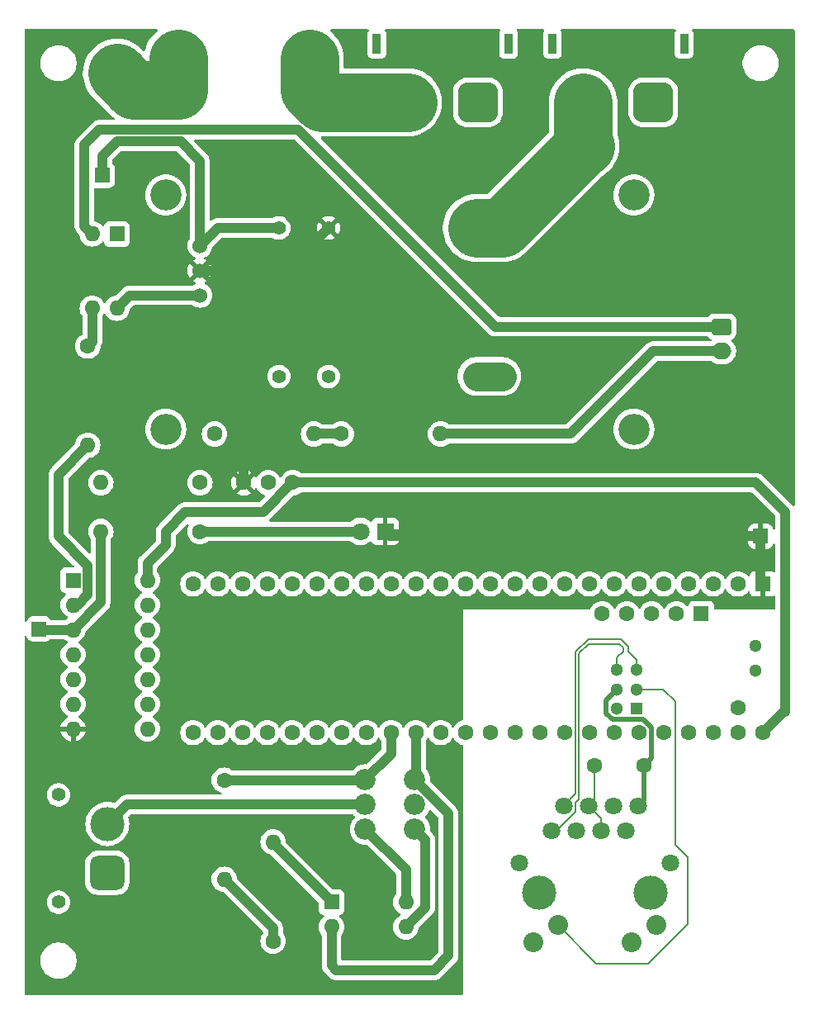
<source format=gbr>
%TF.GenerationSoftware,KiCad,Pcbnew,8.0.6-8.0.6-0~ubuntu22.04.1*%
%TF.CreationDate,2024-12-03T16:31:01+00:00*%
%TF.ProjectId,miniv_motor_controller_board,6d696e69-765f-46d6-9f74-6f725f636f6e,rev?*%
%TF.SameCoordinates,Original*%
%TF.FileFunction,Copper,L1,Top*%
%TF.FilePolarity,Positive*%
%FSLAX46Y46*%
G04 Gerber Fmt 4.6, Leading zero omitted, Abs format (unit mm)*
G04 Created by KiCad (PCBNEW 8.0.6-8.0.6-0~ubuntu22.04.1) date 2024-12-03 16:31:01*
%MOMM*%
%LPD*%
G01*
G04 APERTURE LIST*
G04 Aperture macros list*
%AMRoundRect*
0 Rectangle with rounded corners*
0 $1 Rounding radius*
0 $2 $3 $4 $5 $6 $7 $8 $9 X,Y pos of 4 corners*
0 Add a 4 corners polygon primitive as box body*
4,1,4,$2,$3,$4,$5,$6,$7,$8,$9,$2,$3,0*
0 Add four circle primitives for the rounded corners*
1,1,$1+$1,$2,$3*
1,1,$1+$1,$4,$5*
1,1,$1+$1,$6,$7*
1,1,$1+$1,$8,$9*
0 Add four rect primitives between the rounded corners*
20,1,$1+$1,$2,$3,$4,$5,0*
20,1,$1+$1,$4,$5,$6,$7,0*
20,1,$1+$1,$6,$7,$8,$9,0*
20,1,$1+$1,$8,$9,$2,$3,0*%
G04 Aperture macros list end*
%TA.AperFunction,ComponentPad*%
%ADD10C,1.600000*%
%TD*%
%TA.AperFunction,ComponentPad*%
%ADD11O,1.600000X1.600000*%
%TD*%
%TA.AperFunction,ComponentPad*%
%ADD12RoundRect,0.250000X-0.750000X0.600000X-0.750000X-0.600000X0.750000X-0.600000X0.750000X0.600000X0*%
%TD*%
%TA.AperFunction,ComponentPad*%
%ADD13O,2.000000X1.700000*%
%TD*%
%TA.AperFunction,ComponentPad*%
%ADD14C,1.524000*%
%TD*%
%TA.AperFunction,ComponentPad*%
%ADD15RoundRect,0.250000X-0.550000X-0.550000X0.550000X-0.550000X0.550000X0.550000X-0.550000X0.550000X0*%
%TD*%
%TA.AperFunction,ComponentPad*%
%ADD16R,1.600000X1.600000*%
%TD*%
%TA.AperFunction,ComponentPad*%
%ADD17R,0.900000X2.000000*%
%TD*%
%TA.AperFunction,ComponentPad*%
%ADD18RoundRect,1.025000X-1.025000X-1.025000X1.025000X-1.025000X1.025000X1.025000X-1.025000X1.025000X0*%
%TD*%
%TA.AperFunction,ComponentPad*%
%ADD19C,4.100000*%
%TD*%
%TA.AperFunction,ComponentPad*%
%ADD20R,1.300000X1.300000*%
%TD*%
%TA.AperFunction,ComponentPad*%
%ADD21C,1.300000*%
%TD*%
%TA.AperFunction,ComponentPad*%
%ADD22C,1.400000*%
%TD*%
%TA.AperFunction,ComponentPad*%
%ADD23RoundRect,0.770000X0.980000X-0.980000X0.980000X0.980000X-0.980000X0.980000X-0.980000X-0.980000X0*%
%TD*%
%TA.AperFunction,ComponentPad*%
%ADD24C,3.500000*%
%TD*%
%TA.AperFunction,ComponentPad*%
%ADD25RoundRect,0.250001X-0.799999X-0.799999X0.799999X-0.799999X0.799999X0.799999X-0.799999X0.799999X0*%
%TD*%
%TA.AperFunction,ComponentPad*%
%ADD26C,2.180000*%
%TD*%
%TA.AperFunction,ComponentPad*%
%ADD27C,1.800000*%
%TD*%
%TA.AperFunction,ComponentPad*%
%ADD28C,2.040000*%
%TD*%
%TA.AperFunction,ComponentPad*%
%ADD29C,3.200000*%
%TD*%
%TA.AperFunction,ComponentPad*%
%ADD30R,1.800000X1.800000*%
%TD*%
%TA.AperFunction,Conductor*%
%ADD31C,1.000000*%
%TD*%
%TA.AperFunction,Conductor*%
%ADD32C,6.000000*%
%TD*%
%TA.AperFunction,Conductor*%
%ADD33C,0.127000*%
%TD*%
%TA.AperFunction,Conductor*%
%ADD34C,0.500000*%
%TD*%
%TA.AperFunction,Conductor*%
%ADD35C,3.000000*%
%TD*%
G04 APERTURE END LIST*
D10*
%TO.P,R5,1*%
%TO.N,Net-(R5-Pad1)*%
X68000000Y-144000000D03*
D11*
%TO.P,R5,2*%
%TO.N,Net-(R5-Pad2)*%
X68000000Y-133840000D03*
%TD*%
D12*
%TO.P,J4,1,Pin_1*%
%TO.N,Net-(J4-Pin_1)*%
X114000000Y-81000000D03*
D13*
%TO.P,J4,2,Pin_2*%
%TO.N,Net-(J4-Pin_2)*%
X114000000Y-83500000D03*
%TD*%
D14*
%TO.P,F1,1*%
%TO.N,Net-(J2-Pin_2)*%
X71735000Y-56700000D03*
X71735000Y-53300000D03*
%TO.P,F1,2*%
%TO.N,Net-(JP2-A)*%
X58265000Y-56700000D03*
X58265000Y-53300000D03*
%TD*%
D15*
%TO.P,JP4,1,A*%
%TO.N,Net-(JP4-A)*%
X44000000Y-112000000D03*
%TD*%
D16*
%TO.P,U2,1*%
%TO.N,Net-(R5-Pad2)*%
X74000000Y-140000000D03*
D11*
%TO.P,U2,2*%
%TO.N,Net-(SW1-A-Pad1)*%
X74000000Y-142540000D03*
%TO.P,U2,3*%
%TO.N,Net-(SW1-C-Pad3)*%
X81620000Y-142540000D03*
%TO.P,U2,4*%
%TO.N,Net-(SW1-C-Pad6)*%
X81620000Y-140000000D03*
%TD*%
D17*
%TO.P,J2,*%
%TO.N,*%
X78650000Y-52000000D03*
X92150000Y-52000000D03*
D18*
%TO.P,J2,1,Pin_1*%
%TO.N,GNDREF_Bat*%
X89000000Y-58000000D03*
D19*
%TO.P,J2,2,Pin_2*%
%TO.N,Net-(J2-Pin_2)*%
X81800000Y-58000000D03*
%TD*%
D15*
%TO.P,JP6,1,A*%
%TO.N,+12V*%
X50500000Y-65500000D03*
%TD*%
D16*
%TO.P,U1,1,GND*%
%TO.N,GNDREF*%
X118210000Y-107380000D03*
D10*
%TO.P,U1,2,0_RX1_CRX2_CS1*%
%TO.N,unconnected-(U1-0_RX1_CRX2_CS1-Pad2)*%
X115670000Y-107380000D03*
%TO.P,U1,3,1_TX1_CTX2_MISO1*%
%TO.N,unconnected-(U1-1_TX1_CTX2_MISO1-Pad3)*%
X113130000Y-107380000D03*
%TO.P,U1,4,2_OUT2*%
%TO.N,unconnected-(U1-2_OUT2-Pad4)*%
X110590000Y-107380000D03*
%TO.P,U1,5,3_LRCLK2*%
%TO.N,unconnected-(U1-3_LRCLK2-Pad5)*%
X108050000Y-107380000D03*
%TO.P,U1,6,4_BCLK2*%
%TO.N,unconnected-(U1-4_BCLK2-Pad6)*%
X105510000Y-107380000D03*
%TO.P,U1,7,5_IN2*%
%TO.N,unconnected-(U1-5_IN2-Pad7)*%
X102970000Y-107380000D03*
%TO.P,U1,8,6_OUT1D*%
%TO.N,unconnected-(U1-6_OUT1D-Pad8)*%
X100430000Y-107380000D03*
%TO.P,U1,9,7_RX2_OUT1A*%
%TO.N,unconnected-(U1-7_RX2_OUT1A-Pad9)*%
X97890000Y-107380000D03*
%TO.P,U1,10,8_TX2_IN1*%
%TO.N,unconnected-(U1-8_TX2_IN1-Pad10)*%
X95350000Y-107380000D03*
%TO.P,U1,11,9_OUT1C*%
%TO.N,unconnected-(U1-9_OUT1C-Pad11)*%
X92810000Y-107380000D03*
%TO.P,U1,12,10_CS_MQSR*%
%TO.N,unconnected-(U1-10_CS_MQSR-Pad12)*%
X90270000Y-107380000D03*
%TO.P,U1,13,11_MOSI_CTX1*%
%TO.N,unconnected-(U1-11_MOSI_CTX1-Pad13)*%
X87730000Y-107380000D03*
%TO.P,U1,14,12_MISO_MQSL*%
%TO.N,unconnected-(U1-12_MISO_MQSL-Pad14)*%
X85190000Y-107380000D03*
%TO.P,U1,15,3V3*%
%TO.N,unconnected-(U1-3V3-Pad15)*%
X82650000Y-107380000D03*
%TO.P,U1,16,24_A10_TX6_SCL2*%
%TO.N,unconnected-(U1-24_A10_TX6_SCL2-Pad16)*%
X80110000Y-107380000D03*
%TO.P,U1,17,25_A11_RX6_SDA2*%
%TO.N,unconnected-(U1-25_A11_RX6_SDA2-Pad17)*%
X77570000Y-107380000D03*
%TO.P,U1,18,26_A12_MOSI1*%
%TO.N,unconnected-(U1-26_A12_MOSI1-Pad18)*%
X75030000Y-107380000D03*
%TO.P,U1,19,27_A13_SCK1*%
%TO.N,unconnected-(U1-27_A13_SCK1-Pad19)*%
X72490000Y-107380000D03*
%TO.P,U1,20,28_RX7*%
%TO.N,unconnected-(U1-28_RX7-Pad20)*%
X69950000Y-107380000D03*
%TO.P,U1,21,29_TX7*%
%TO.N,unconnected-(U1-29_TX7-Pad21)*%
X67410000Y-107380000D03*
%TO.P,U1,22,30_CRX3*%
%TO.N,unconnected-(U1-30_CRX3-Pad22)*%
X64870000Y-107380000D03*
%TO.P,U1,23,31_CTX3*%
%TO.N,unconnected-(U1-31_CTX3-Pad23)*%
X62330000Y-107380000D03*
%TO.P,U1,24,32_OUT1B*%
%TO.N,unconnected-(U1-32_OUT1B-Pad24)*%
X59790000Y-107380000D03*
%TO.P,U1,25,33_MCLK2*%
%TO.N,unconnected-(U1-33_MCLK2-Pad25)*%
X59790000Y-122620000D03*
%TO.P,U1,26,34_RX8*%
%TO.N,unconnected-(U1-34_RX8-Pad26)*%
X62330000Y-122620000D03*
%TO.P,U1,27,35_TX8*%
%TO.N,unconnected-(U1-35_TX8-Pad27)*%
X64870000Y-122620000D03*
%TO.P,U1,28,36_CS*%
%TO.N,unconnected-(U1-36_CS-Pad28)*%
X67410000Y-122620000D03*
%TO.P,U1,29,37_CS*%
%TO.N,unconnected-(U1-37_CS-Pad29)*%
X69950000Y-122620000D03*
%TO.P,U1,30,38_CS1_IN1*%
%TO.N,unconnected-(U1-38_CS1_IN1-Pad30)*%
X72490000Y-122620000D03*
%TO.P,U1,31,39_MISO1_OUT1A*%
%TO.N,unconnected-(U1-39_MISO1_OUT1A-Pad31)*%
X75030000Y-122620000D03*
%TO.P,U1,32,40_A16*%
%TO.N,unconnected-(U1-40_A16-Pad32)*%
X77570000Y-122620000D03*
%TO.P,U1,33,41_A17*%
%TO.N,Net-(U1-41_A17)*%
X80110000Y-122620000D03*
%TO.P,U1,34,GND*%
%TO.N,Net-(SW1-A-Pad1)*%
X82650000Y-122620000D03*
%TO.P,U1,35,13_SCK_LED*%
%TO.N,unconnected-(U1-13_SCK_LED-Pad35)*%
X85190000Y-122620000D03*
%TO.P,U1,36,14_A0_TX3_SPDIF_OUT*%
%TO.N,unconnected-(U1-14_A0_TX3_SPDIF_OUT-Pad36)*%
X87730000Y-122620000D03*
%TO.P,U1,37,15_A1_RX3_SPDIF_IN*%
%TO.N,unconnected-(U1-15_A1_RX3_SPDIF_IN-Pad37)*%
X90270000Y-122620000D03*
%TO.P,U1,38,16_A2_RX4_SCL1*%
%TO.N,unconnected-(U1-16_A2_RX4_SCL1-Pad38)*%
X92810000Y-122620000D03*
%TO.P,U1,39,17_A3_TX4_SDA1*%
%TO.N,unconnected-(U1-17_A3_TX4_SDA1-Pad39)*%
X95350000Y-122620000D03*
%TO.P,U1,40,18_A4_SDA*%
%TO.N,unconnected-(U1-18_A4_SDA-Pad40)*%
X97890000Y-122620000D03*
%TO.P,U1,41,19_A5_SCL*%
%TO.N,unconnected-(U1-19_A5_SCL-Pad41)*%
X100430000Y-122620000D03*
%TO.P,U1,42,20_A6_TX5_LRCLK1*%
%TO.N,unconnected-(U1-20_A6_TX5_LRCLK1-Pad42)*%
X102970000Y-122620000D03*
%TO.P,U1,43,21_A7_RX5_BCLK1*%
%TO.N,unconnected-(U1-21_A7_RX5_BCLK1-Pad43)*%
X105510000Y-122620000D03*
%TO.P,U1,44,22_A8_CTX1*%
%TO.N,unconnected-(U1-22_A8_CTX1-Pad44)*%
X108050000Y-122620000D03*
%TO.P,U1,45,23_A9_CRX1_MCLK1*%
%TO.N,unconnected-(U1-23_A9_CRX1_MCLK1-Pad45)*%
X110590000Y-122620000D03*
%TO.P,U1,46,3V3*%
%TO.N,unconnected-(U1-3V3-Pad46)*%
X113130000Y-122620000D03*
%TO.P,U1,47,GND*%
%TO.N,unconnected-(U1-GND-Pad47)*%
X115670000Y-122620000D03*
%TO.P,U1,48,VIN*%
%TO.N,Net-(M78AR05-1-Vout)*%
X118210000Y-122620000D03*
%TO.P,U1,49,VUSB*%
%TO.N,unconnected-(U1-VUSB-Pad49)*%
X115670000Y-120080000D03*
D16*
%TO.P,U1,55,5V*%
%TO.N,unconnected-(U1-5V-Pad55)*%
X111910800Y-110430800D03*
D10*
%TO.P,U1,56,D-*%
%TO.N,unconnected-(U1-D--Pad56)*%
X109370800Y-110430800D03*
%TO.P,U1,57,D+*%
%TO.N,unconnected-(U1-D+-Pad57)*%
X106830800Y-110430800D03*
%TO.P,U1,58,GND*%
%TO.N,unconnected-(U1-GND-Pad58)*%
X104290800Y-110430800D03*
%TO.P,U1,59,GND*%
%TO.N,unconnected-(U1-GND-Pad59)*%
X101750800Y-110430800D03*
D20*
%TO.P,U1,60,R+*%
%TO.N,Net-(U1-R+)*%
X105240000Y-120181600D03*
D21*
%TO.P,U1,61,LED*%
%TO.N,Net-(U1-LED)*%
X105240000Y-118181600D03*
%TO.P,U1,62,T-*%
%TO.N,Net-(U1-T-)*%
X105240000Y-116181600D03*
%TO.P,U1,63,T+*%
%TO.N,Net-(U1-T+)*%
X103240000Y-116181600D03*
%TO.P,U1,64,GND*%
%TO.N,Net-(U5-GND)*%
X103240000Y-118181600D03*
%TO.P,U1,65,R-*%
%TO.N,Net-(U1-R-)*%
X103240000Y-120181600D03*
%TO.P,U1,66,D-*%
%TO.N,unconnected-(U1-D--Pad66)*%
X117480000Y-116270000D03*
%TO.P,U1,67,D+*%
%TO.N,unconnected-(U1-D+-Pad67)*%
X117480000Y-113730000D03*
%TD*%
D22*
%TO.P,J3,*%
%TO.N,*%
X46000000Y-140000000D03*
X46000000Y-129000000D03*
D23*
%TO.P,J3,1,Pin_1*%
%TO.N,Net-(J3-Pin_1)*%
X51000000Y-137000000D03*
D24*
%TO.P,J3,2,Pin_2*%
%TO.N,Net-(J3-Pin_2)*%
X51000000Y-132000000D03*
%TD*%
D10*
%TO.P,R1,1*%
%TO.N,Net-(SW2-B)*%
X60500000Y-97000000D03*
D11*
%TO.P,R1,2*%
%TO.N,Net-(U6-1A)*%
X50340000Y-97000000D03*
%TD*%
D17*
%TO.P,J1,*%
%TO.N,*%
X96650000Y-52000000D03*
X110150000Y-52000000D03*
D18*
%TO.P,J1,1,Pin_1*%
%TO.N,GNDREF_Bat*%
X107000000Y-58000000D03*
D19*
%TO.P,J1,2,Pin_2*%
%TO.N,Net-(J1-Pin_2)*%
X99800000Y-58000000D03*
%TD*%
D25*
%TO.P,JP7,1,A*%
%TO.N,Net-(J1-Pin_2)*%
X100000000Y-62500000D03*
%TD*%
D16*
%TO.P,U6,1,1A*%
%TO.N,Net-(U6-1A)*%
X47500000Y-107000000D03*
D11*
%TO.P,U6,2,1B*%
%TO.N,Net-(U6-1B)*%
X47500000Y-109540000D03*
%TO.P,U6,3,1Y*%
%TO.N,Net-(JP4-A)*%
X47500000Y-112080000D03*
%TO.P,U6,4,2A*%
%TO.N,unconnected-(U6-2A-Pad4)*%
X47500000Y-114620000D03*
%TO.P,U6,5,2B*%
%TO.N,unconnected-(U6-2B-Pad5)*%
X47500000Y-117160000D03*
%TO.P,U6,6,2Y*%
%TO.N,unconnected-(U6-2Y-Pad6)*%
X47500000Y-119700000D03*
%TO.P,U6,7,GND*%
%TO.N,GNDREF*%
X47500000Y-122240000D03*
%TO.P,U6,8,3Y*%
%TO.N,unconnected-(U6-3Y-Pad8)*%
X55120000Y-122240000D03*
%TO.P,U6,9,3A*%
%TO.N,unconnected-(U6-3A-Pad9)*%
X55120000Y-119700000D03*
%TO.P,U6,10,3B*%
%TO.N,unconnected-(U6-3B-Pad10)*%
X55120000Y-117160000D03*
%TO.P,U6,11,4Y*%
%TO.N,unconnected-(U6-4Y-Pad11)*%
X55120000Y-114620000D03*
%TO.P,U6,12,4A*%
%TO.N,unconnected-(U6-4A-Pad12)*%
X55120000Y-112080000D03*
%TO.P,U6,13,4B*%
%TO.N,unconnected-(U6-4B-Pad13)*%
X55120000Y-109540000D03*
%TO.P,U6,14,Vcc*%
%TO.N,Net-(M78AR05-1-Vout)*%
X55120000Y-107000000D03*
%TD*%
D26*
%TO.P,SW1,1,A*%
%TO.N,Net-(SW1-A-Pad1)*%
X82540000Y-127460000D03*
%TO.P,SW1,2,B*%
%TO.N,Net-(J3-Pin_1)*%
X82540000Y-130000000D03*
%TO.P,SW1,3,C*%
%TO.N,Net-(SW1-C-Pad3)*%
X82540000Y-132540000D03*
%TO.P,SW1,4,A*%
%TO.N,Net-(U1-41_A17)*%
X77460000Y-127460000D03*
%TO.P,SW1,5,B*%
%TO.N,Net-(J3-Pin_2)*%
X77460000Y-130000000D03*
%TO.P,SW1,6,C*%
%TO.N,Net-(SW1-C-Pad6)*%
X77460000Y-132540000D03*
%TD*%
D27*
%TO.P,U5,*%
%TO.N,*%
X93250000Y-135950000D03*
D24*
X95285000Y-139000000D03*
X106715000Y-139000000D03*
D27*
X108750000Y-135950000D03*
%TO.P,U5,1,TD+*%
%TO.N,Net-(U1-T+)*%
X96555000Y-132650000D03*
%TO.P,U5,2,TD-*%
%TO.N,Net-(U1-T-)*%
X97825000Y-130110000D03*
%TO.P,U5,3,RD+*%
%TO.N,Net-(U1-R+)*%
X99095000Y-132650000D03*
%TO.P,U5,4,CT*%
%TO.N,Net-(C1-Pad2)*%
X100365000Y-130110000D03*
%TO.P,U5,5,CT*%
X101635000Y-132650000D03*
%TO.P,U5,6,RD-*%
%TO.N,Net-(U1-R-)*%
X102905000Y-130110000D03*
%TO.P,U5,7*%
%TO.N,unconnected-(U5-Pad7)*%
X104175000Y-132650000D03*
%TO.P,U5,8,GND*%
%TO.N,Net-(U5-GND)*%
X105445000Y-130110000D03*
D28*
%TO.P,U5,9*%
X94675000Y-144080000D03*
%TO.P,U5,10*%
%TO.N,Net-(U1-LED)*%
X97215000Y-142380000D03*
%TO.P,U5,11*%
%TO.N,unconnected-(U5-Pad11)*%
X104785000Y-144080000D03*
%TO.P,U5,12*%
%TO.N,unconnected-(U5-Pad12)*%
X107325000Y-142380000D03*
%TD*%
D14*
%TO.P,M78AR05-1,1,Vin*%
%TO.N,+12V*%
X60500000Y-72710000D03*
%TO.P,M78AR05-1,2,GND*%
%TO.N,GNDREF*%
X60500000Y-75250000D03*
%TO.P,M78AR05-1,3,Vout*%
%TO.N,Net-(M78AR05-1-Vout)*%
X60516000Y-77790000D03*
%TD*%
D10*
%TO.P,R2,1*%
%TO.N,Net-(R2-Pad1)*%
X49000000Y-83000000D03*
D11*
%TO.P,R2,2*%
%TO.N,Net-(U6-1B)*%
X49000000Y-93160000D03*
%TD*%
D15*
%TO.P,JP5,1,A*%
%TO.N,GNDREF*%
X118000000Y-102500000D03*
%TD*%
D29*
%TO.P,U4,*%
%TO.N,*%
X105000000Y-91500000D03*
X105000000Y-67500000D03*
X57000000Y-91500000D03*
X57000000Y-67500000D03*
%TD*%
D16*
%TO.P,U3,1*%
%TO.N,Net-(R7-Pad1)*%
X52000000Y-71500000D03*
D11*
%TO.P,U3,2*%
%TO.N,Net-(J4-Pin_1)*%
X49460000Y-71500000D03*
%TO.P,U3,3*%
%TO.N,Net-(R2-Pad1)*%
X49460000Y-79120000D03*
%TO.P,U3,4*%
%TO.N,Net-(M78AR05-1-Vout)*%
X52000000Y-79120000D03*
%TD*%
D25*
%TO.P,JP2,1,A*%
%TO.N,Net-(JP2-A)*%
X52000000Y-55000000D03*
%TD*%
D10*
%TO.P,SW2,1,A*%
%TO.N,GNDREF*%
X65000000Y-97000000D03*
%TO.P,SW2,2,B*%
%TO.N,Net-(SW2-B)*%
X67500000Y-97000000D03*
%TO.P,SW2,3,C*%
%TO.N,Net-(M78AR05-1-Vout)*%
X70000000Y-97000000D03*
%TD*%
%TO.P,R8,1*%
%TO.N,Net-(R7-Pad2)*%
X75000000Y-92000000D03*
D11*
%TO.P,R8,2*%
%TO.N,Net-(J4-Pin_2)*%
X85160000Y-92000000D03*
%TD*%
D22*
%TO.P,U7,*%
%TO.N,*%
X73680000Y-86110000D03*
%TO.P,U7,2,-Vin*%
%TO.N,GNDREF_Bat*%
X91460000Y-86110000D03*
%TO.P,U7,3,-Vin*%
X88920000Y-86110000D03*
%TO.P,U7,11,NC*%
%TO.N,unconnected-(U7-NC-Pad11)*%
X68600000Y-86110000D03*
%TO.P,U7,14,+Vout*%
%TO.N,+12V*%
X68600000Y-70890000D03*
%TO.P,U7,16,-Vout*%
%TO.N,GNDREF*%
X73680000Y-70890000D03*
%TO.P,U7,22,+Vin*%
%TO.N,Net-(J1-Pin_2)*%
X88920000Y-70890000D03*
%TO.P,U7,23,+Vin*%
X91460000Y-70890000D03*
%TD*%
D10*
%TO.P,R6,1*%
%TO.N,Net-(U1-41_A17)*%
X63000000Y-127500000D03*
D11*
%TO.P,R6,2*%
%TO.N,Net-(R5-Pad1)*%
X63000000Y-137660000D03*
%TD*%
D30*
%TO.P,D2,1,K*%
%TO.N,GNDREF*%
X79500000Y-102000000D03*
D27*
%TO.P,D2,2,A*%
%TO.N,Net-(D2-A)*%
X76960000Y-102000000D03*
%TD*%
D10*
%TO.P,R7,1*%
%TO.N,Net-(R7-Pad1)*%
X62000000Y-92000000D03*
D11*
%TO.P,R7,2*%
%TO.N,Net-(R7-Pad2)*%
X72160000Y-92000000D03*
%TD*%
D10*
%TO.P,C1,1*%
%TO.N,Net-(U5-GND)*%
X106000000Y-126000000D03*
%TO.P,C1,2*%
%TO.N,Net-(C1-Pad2)*%
X101000000Y-126000000D03*
%TD*%
%TO.P,R4,1*%
%TO.N,Net-(D2-A)*%
X60500000Y-102000000D03*
D11*
%TO.P,R4,2*%
%TO.N,Net-(JP4-A)*%
X50340000Y-102000000D03*
%TD*%
D31*
%TO.N,Net-(D2-A)*%
X60500000Y-102000000D02*
X76960000Y-102000000D01*
D32*
%TO.N,Net-(J2-Pin_2)*%
X73035000Y-58000000D02*
X71735000Y-56700000D01*
X81800000Y-58000000D02*
X73035000Y-58000000D01*
X71735000Y-56700000D02*
X71735000Y-53500000D01*
D31*
%TO.N,+12V*%
X60500000Y-72710000D02*
X60500000Y-64000000D01*
X50500000Y-63500000D02*
X50500000Y-65500000D01*
X68600000Y-70890000D02*
X62320000Y-70890000D01*
X62320000Y-70890000D02*
X60500000Y-72710000D01*
X60500000Y-64000000D02*
X58500000Y-62000000D01*
X58500000Y-62000000D02*
X52000000Y-62000000D01*
X52000000Y-62000000D02*
X50500000Y-63500000D01*
%TO.N,Net-(J3-Pin_2)*%
X77460000Y-130000000D02*
X53000000Y-130000000D01*
X53000000Y-130000000D02*
X51000000Y-132000000D01*
%TO.N,Net-(J4-Pin_1)*%
X48660001Y-62339999D02*
X50200000Y-60800000D01*
X48660001Y-70700001D02*
X48660001Y-62339999D01*
X90802410Y-81000000D02*
X114000000Y-81000000D01*
X70602410Y-60800000D02*
X90802410Y-81000000D01*
X49460000Y-71500000D02*
X48660001Y-70700001D01*
X50200000Y-60800000D02*
X70602410Y-60800000D01*
%TO.N,Net-(J4-Pin_2)*%
X114000000Y-83500000D02*
X107000000Y-83500000D01*
X107000000Y-83500000D02*
X98500000Y-92000000D01*
X98500000Y-92000000D02*
X85160000Y-92000000D01*
%TO.N,Net-(M78AR05-1-Vout)*%
X118210000Y-122620000D02*
X120330000Y-120500000D01*
X55120000Y-105258679D02*
X57000000Y-103378679D01*
X59000000Y-100000000D02*
X67000000Y-100000000D01*
X57000000Y-103378679D02*
X57000000Y-102000000D01*
X55120000Y-107000000D02*
X55120000Y-105258679D01*
X60516000Y-77790000D02*
X53330000Y-77790000D01*
X120500000Y-120500000D02*
X120500000Y-100000000D01*
X117500000Y-97000000D02*
X70000000Y-97000000D01*
X53330000Y-77790000D02*
X52000000Y-79120000D01*
X120500000Y-100000000D02*
X117500000Y-97000000D01*
X67000000Y-100000000D02*
X70000000Y-97000000D01*
X120330000Y-120500000D02*
X120500000Y-120500000D01*
X57000000Y-102000000D02*
X59000000Y-100000000D01*
%TO.N,Net-(JP4-A)*%
X44080000Y-112080000D02*
X44000000Y-112000000D01*
X50340000Y-109240000D02*
X47500000Y-112080000D01*
X47500000Y-112080000D02*
X44080000Y-112080000D01*
X50340000Y-102000000D02*
X50340000Y-109240000D01*
D33*
%TO.N,Net-(U1-T+)*%
X103240000Y-114946000D02*
X103886000Y-114300000D01*
X98988500Y-129841062D02*
X98988500Y-130754500D01*
X100330000Y-113538000D02*
X99366500Y-114501500D01*
X103240000Y-116181600D02*
X103240000Y-114946000D01*
X103886000Y-113919000D02*
X103505000Y-113538000D01*
X98988500Y-130754500D02*
X97093000Y-132650000D01*
X99366500Y-129463062D02*
X98988500Y-129841062D01*
X103505000Y-113538000D02*
X100330000Y-113538000D01*
X97093000Y-132650000D02*
X96555000Y-132650000D01*
X103886000Y-114300000D02*
X103886000Y-113919000D01*
X99366500Y-114501500D02*
X99366500Y-129463062D01*
%TO.N,Net-(U1-LED)*%
X110490000Y-142240000D02*
X106426000Y-146304000D01*
X110490000Y-135382000D02*
X110490000Y-142240000D01*
X106426000Y-146304000D02*
X101139000Y-146304000D01*
X108021600Y-118181600D02*
X109220000Y-119380000D01*
X105240000Y-118181600D02*
X108021600Y-118181600D01*
X109220000Y-134112000D02*
X110490000Y-135382000D01*
X101139000Y-146304000D02*
X97215000Y-142380000D01*
X109220000Y-119380000D02*
X109220000Y-134112000D01*
%TO.N,Net-(U1-T-)*%
X104394000Y-113792000D02*
X103632000Y-113030000D01*
X99039500Y-128895500D02*
X97825000Y-130110000D01*
X99039500Y-114320500D02*
X99039500Y-128895500D01*
X104394000Y-114300000D02*
X104394000Y-113792000D01*
X100330000Y-113030000D02*
X99039500Y-114320500D01*
X103632000Y-113030000D02*
X100330000Y-113030000D01*
X105240000Y-115146000D02*
X104394000Y-114300000D01*
X105240000Y-116181600D02*
X105240000Y-115146000D01*
D34*
%TO.N,Net-(U5-GND)*%
X106000000Y-126000000D02*
X106000000Y-129555000D01*
X106760000Y-122102233D02*
X106760000Y-125240000D01*
X102140000Y-119281600D02*
X102140000Y-120637235D01*
X105939367Y-121281600D02*
X106760000Y-122102233D01*
X106000000Y-129555000D02*
X105445000Y-130110000D01*
X102784365Y-121281600D02*
X105939367Y-121281600D01*
X103240000Y-118181600D02*
X102140000Y-119281600D01*
D33*
X105445000Y-130110000D02*
X105445000Y-130845000D01*
D34*
X102140000Y-120637235D02*
X102784365Y-121281600D01*
X106760000Y-125240000D02*
X106000000Y-126000000D01*
D33*
%TO.N,Net-(U1-R+)*%
X105240000Y-120181600D02*
X105240000Y-120693000D01*
D31*
%TO.N,Net-(R5-Pad1)*%
X68000000Y-144000000D02*
X68000000Y-142660000D01*
X68000000Y-142660000D02*
X63000000Y-137660000D01*
%TO.N,Net-(R5-Pad2)*%
X68000000Y-134000000D02*
X74000000Y-140000000D01*
D34*
X74000000Y-139840000D02*
X74000000Y-140000000D01*
D31*
X68000000Y-133840000D02*
X68000000Y-134000000D01*
%TO.N,Net-(R7-Pad2)*%
X75000000Y-92000000D02*
X72160000Y-92000000D01*
D32*
%TO.N,Net-(JP2-A)*%
X53700000Y-56700000D02*
X52000000Y-55000000D01*
X58265000Y-56700000D02*
X53700000Y-56700000D01*
X58265000Y-56700000D02*
X58265000Y-53500000D01*
D33*
%TO.N,Net-(C1-Pad2)*%
X101635000Y-131380000D02*
X101635000Y-132650000D01*
X100365000Y-130110000D02*
X101635000Y-131380000D01*
X101000000Y-129475000D02*
X100365000Y-130110000D01*
X101000000Y-126000000D02*
X101000000Y-129475000D01*
D31*
%TO.N,Net-(U6-1B)*%
X49000000Y-105500000D02*
X49000000Y-108500000D01*
X49000000Y-108500000D02*
X47960000Y-109540000D01*
X46000000Y-96160000D02*
X46000000Y-102500000D01*
X46000000Y-102500000D02*
X49000000Y-105500000D01*
X47960000Y-109540000D02*
X47500000Y-109540000D01*
X49000000Y-93160000D02*
X46000000Y-96160000D01*
%TO.N,Net-(SW1-A-Pad1)*%
X74500000Y-147000000D02*
X84500000Y-147000000D01*
X86000000Y-145500000D02*
X86000000Y-130920000D01*
X86000000Y-130920000D02*
X82540000Y-127460000D01*
X74000000Y-146500000D02*
X74500000Y-147000000D01*
X74000000Y-142540000D02*
X74000000Y-146500000D01*
X82650000Y-122620000D02*
X82650000Y-127350000D01*
X82650000Y-127350000D02*
X82540000Y-127460000D01*
X84500000Y-147000000D02*
X86000000Y-145500000D01*
%TO.N,Net-(U1-41_A17)*%
X63000000Y-127500000D02*
X77420000Y-127500000D01*
X77420000Y-127500000D02*
X77460000Y-127460000D01*
X80110000Y-122620000D02*
X80110000Y-124810000D01*
X80110000Y-124810000D02*
X77460000Y-127460000D01*
D32*
%TO.N,Net-(J1-Pin_2)*%
X88920000Y-70890000D02*
X91460000Y-70890000D01*
X99800000Y-58000000D02*
X99800000Y-62300000D01*
X99850000Y-62500000D02*
X91460000Y-70890000D01*
X100000000Y-62500000D02*
X99850000Y-62500000D01*
X99800000Y-62300000D02*
X100000000Y-62500000D01*
D31*
%TO.N,GNDREF*%
X118000000Y-107170000D02*
X118210000Y-107380000D01*
X65000000Y-79570000D02*
X65000000Y-97000000D01*
X73680000Y-70890000D02*
X69320000Y-75250000D01*
X80000000Y-102500000D02*
X79500000Y-102000000D01*
X118000000Y-102500000D02*
X118000000Y-107170000D01*
X118000000Y-102500000D02*
X80000000Y-102500000D01*
X69320000Y-75250000D02*
X60500000Y-75250000D01*
X69320000Y-75250000D02*
X65000000Y-79570000D01*
%TO.N,Net-(SW1-C-Pad3)*%
X82540000Y-132540000D02*
X83629999Y-133629999D01*
X83629999Y-140530001D02*
X81620000Y-142540000D01*
X83629999Y-133629999D02*
X83629999Y-140530001D01*
D35*
%TO.N,GNDREF_Bat*%
X88920000Y-86110000D02*
X91460000Y-86110000D01*
D31*
%TO.N,Net-(SW1-C-Pad6)*%
X81620000Y-136700000D02*
X77460000Y-132540000D01*
X81620000Y-140000000D02*
X81620000Y-136700000D01*
%TO.N,Net-(R2-Pad1)*%
X49460000Y-79120000D02*
X49460000Y-82540000D01*
X49460000Y-82540000D02*
X49000000Y-83000000D01*
%TD*%
%TA.AperFunction,Conductor*%
%TO.N,GNDREF*%
G36*
X118460000Y-108680000D02*
G01*
X119057828Y-108680000D01*
X119057844Y-108679999D01*
X119117372Y-108673598D01*
X119117379Y-108673596D01*
X119252086Y-108623354D01*
X119252089Y-108623352D01*
X119301188Y-108586597D01*
X119366652Y-108562179D01*
X119434925Y-108577030D01*
X119484331Y-108626435D01*
X119499500Y-108685863D01*
X119499500Y-109876000D01*
X119479815Y-109943039D01*
X119427011Y-109988794D01*
X119375500Y-110000000D01*
X113335299Y-110000000D01*
X113268260Y-109980315D01*
X113222505Y-109927511D01*
X113211299Y-109876000D01*
X113211299Y-109582929D01*
X113211298Y-109582923D01*
X113204891Y-109523316D01*
X113154597Y-109388471D01*
X113154593Y-109388464D01*
X113068347Y-109273255D01*
X113068344Y-109273252D01*
X112953135Y-109187006D01*
X112953128Y-109187002D01*
X112818282Y-109136708D01*
X112818283Y-109136708D01*
X112758683Y-109130301D01*
X112758681Y-109130300D01*
X112758673Y-109130300D01*
X112758664Y-109130300D01*
X111062929Y-109130300D01*
X111062923Y-109130301D01*
X111003316Y-109136708D01*
X110868471Y-109187002D01*
X110868464Y-109187006D01*
X110753255Y-109273252D01*
X110753252Y-109273255D01*
X110667006Y-109388464D01*
X110667002Y-109388471D01*
X110616708Y-109523316D01*
X110612937Y-109558396D01*
X110586198Y-109622946D01*
X110528806Y-109662794D01*
X110458980Y-109665287D01*
X110398892Y-109629634D01*
X110388073Y-109616262D01*
X110370845Y-109591658D01*
X110209941Y-109430754D01*
X110023534Y-109300232D01*
X110023532Y-109300231D01*
X109817297Y-109204061D01*
X109817288Y-109204058D01*
X109597497Y-109145166D01*
X109597493Y-109145165D01*
X109597492Y-109145165D01*
X109597491Y-109145164D01*
X109597486Y-109145164D01*
X109370802Y-109125332D01*
X109370798Y-109125332D01*
X109144113Y-109145164D01*
X109144102Y-109145166D01*
X108924311Y-109204058D01*
X108924302Y-109204061D01*
X108718067Y-109300231D01*
X108718065Y-109300232D01*
X108531658Y-109430754D01*
X108370754Y-109591658D01*
X108240233Y-109778064D01*
X108213182Y-109836075D01*
X108167009Y-109888514D01*
X108099815Y-109907665D01*
X108032934Y-109887449D01*
X107988418Y-109836075D01*
X107961368Y-109778066D01*
X107830847Y-109591661D01*
X107830845Y-109591658D01*
X107669941Y-109430754D01*
X107483534Y-109300232D01*
X107483532Y-109300231D01*
X107277297Y-109204061D01*
X107277288Y-109204058D01*
X107057497Y-109145166D01*
X107057493Y-109145165D01*
X107057492Y-109145165D01*
X107057491Y-109145164D01*
X107057486Y-109145164D01*
X106830802Y-109125332D01*
X106830798Y-109125332D01*
X106604113Y-109145164D01*
X106604102Y-109145166D01*
X106384311Y-109204058D01*
X106384302Y-109204061D01*
X106178067Y-109300231D01*
X106178065Y-109300232D01*
X105991658Y-109430754D01*
X105830754Y-109591658D01*
X105700233Y-109778064D01*
X105673182Y-109836075D01*
X105627009Y-109888514D01*
X105559815Y-109907665D01*
X105492934Y-109887449D01*
X105448418Y-109836075D01*
X105421368Y-109778066D01*
X105290847Y-109591661D01*
X105290845Y-109591658D01*
X105129941Y-109430754D01*
X104943534Y-109300232D01*
X104943532Y-109300231D01*
X104737297Y-109204061D01*
X104737288Y-109204058D01*
X104517497Y-109145166D01*
X104517493Y-109145165D01*
X104517492Y-109145165D01*
X104517491Y-109145164D01*
X104517486Y-109145164D01*
X104290802Y-109125332D01*
X104290798Y-109125332D01*
X104064113Y-109145164D01*
X104064102Y-109145166D01*
X103844311Y-109204058D01*
X103844302Y-109204061D01*
X103638067Y-109300231D01*
X103638065Y-109300232D01*
X103451658Y-109430754D01*
X103290754Y-109591658D01*
X103160233Y-109778064D01*
X103133182Y-109836075D01*
X103087009Y-109888514D01*
X103019815Y-109907665D01*
X102952934Y-109887449D01*
X102908418Y-109836075D01*
X102881368Y-109778066D01*
X102750847Y-109591661D01*
X102750845Y-109591658D01*
X102589941Y-109430754D01*
X102403534Y-109300232D01*
X102403532Y-109300231D01*
X102197297Y-109204061D01*
X102197288Y-109204058D01*
X101977497Y-109145166D01*
X101977493Y-109145165D01*
X101977492Y-109145165D01*
X101977491Y-109145164D01*
X101977486Y-109145164D01*
X101750802Y-109125332D01*
X101750798Y-109125332D01*
X101524113Y-109145164D01*
X101524102Y-109145166D01*
X101304311Y-109204058D01*
X101304302Y-109204061D01*
X101098067Y-109300231D01*
X101098065Y-109300232D01*
X100911658Y-109430754D01*
X100750754Y-109591658D01*
X100620232Y-109778065D01*
X100620231Y-109778067D01*
X100550127Y-109928405D01*
X100503954Y-109980844D01*
X100437745Y-110000000D01*
X87500000Y-110000000D01*
X87500000Y-108664748D01*
X87503308Y-108665635D01*
X87665230Y-108679801D01*
X87729998Y-108685468D01*
X87730000Y-108685468D01*
X87730002Y-108685468D01*
X87792511Y-108679999D01*
X87956692Y-108665635D01*
X88176496Y-108606739D01*
X88382734Y-108510568D01*
X88569139Y-108380047D01*
X88730047Y-108219139D01*
X88860568Y-108032734D01*
X88887618Y-107974724D01*
X88933790Y-107922285D01*
X89000983Y-107903133D01*
X89067865Y-107923348D01*
X89112382Y-107974725D01*
X89139429Y-108032728D01*
X89139432Y-108032734D01*
X89269954Y-108219141D01*
X89430858Y-108380045D01*
X89430861Y-108380047D01*
X89617266Y-108510568D01*
X89823504Y-108606739D01*
X90043308Y-108665635D01*
X90205230Y-108679801D01*
X90269998Y-108685468D01*
X90270000Y-108685468D01*
X90270002Y-108685468D01*
X90332511Y-108679999D01*
X90496692Y-108665635D01*
X90716496Y-108606739D01*
X90922734Y-108510568D01*
X91109139Y-108380047D01*
X91270047Y-108219139D01*
X91400568Y-108032734D01*
X91427618Y-107974724D01*
X91473790Y-107922285D01*
X91540983Y-107903133D01*
X91607865Y-107923348D01*
X91652382Y-107974725D01*
X91679429Y-108032728D01*
X91679432Y-108032734D01*
X91809954Y-108219141D01*
X91970858Y-108380045D01*
X91970861Y-108380047D01*
X92157266Y-108510568D01*
X92363504Y-108606739D01*
X92583308Y-108665635D01*
X92745230Y-108679801D01*
X92809998Y-108685468D01*
X92810000Y-108685468D01*
X92810002Y-108685468D01*
X92872511Y-108679999D01*
X93036692Y-108665635D01*
X93256496Y-108606739D01*
X93462734Y-108510568D01*
X93649139Y-108380047D01*
X93810047Y-108219139D01*
X93940568Y-108032734D01*
X93967618Y-107974724D01*
X94013790Y-107922285D01*
X94080983Y-107903133D01*
X94147865Y-107923348D01*
X94192382Y-107974725D01*
X94219429Y-108032728D01*
X94219432Y-108032734D01*
X94349954Y-108219141D01*
X94510858Y-108380045D01*
X94510861Y-108380047D01*
X94697266Y-108510568D01*
X94903504Y-108606739D01*
X95123308Y-108665635D01*
X95285230Y-108679801D01*
X95349998Y-108685468D01*
X95350000Y-108685468D01*
X95350002Y-108685468D01*
X95412511Y-108679999D01*
X95576692Y-108665635D01*
X95796496Y-108606739D01*
X96002734Y-108510568D01*
X96189139Y-108380047D01*
X96350047Y-108219139D01*
X96480568Y-108032734D01*
X96507618Y-107974724D01*
X96553790Y-107922285D01*
X96620983Y-107903133D01*
X96687865Y-107923348D01*
X96732382Y-107974725D01*
X96759429Y-108032728D01*
X96759432Y-108032734D01*
X96889954Y-108219141D01*
X97050858Y-108380045D01*
X97050861Y-108380047D01*
X97237266Y-108510568D01*
X97443504Y-108606739D01*
X97663308Y-108665635D01*
X97825230Y-108679801D01*
X97889998Y-108685468D01*
X97890000Y-108685468D01*
X97890002Y-108685468D01*
X97952511Y-108679999D01*
X98116692Y-108665635D01*
X98336496Y-108606739D01*
X98542734Y-108510568D01*
X98729139Y-108380047D01*
X98890047Y-108219139D01*
X99020568Y-108032734D01*
X99047618Y-107974724D01*
X99093790Y-107922285D01*
X99160983Y-107903133D01*
X99227865Y-107923348D01*
X99272382Y-107974725D01*
X99299429Y-108032728D01*
X99299432Y-108032734D01*
X99429954Y-108219141D01*
X99590858Y-108380045D01*
X99590861Y-108380047D01*
X99777266Y-108510568D01*
X99983504Y-108606739D01*
X100203308Y-108665635D01*
X100365230Y-108679801D01*
X100429998Y-108685468D01*
X100430000Y-108685468D01*
X100430002Y-108685468D01*
X100492511Y-108679999D01*
X100656692Y-108665635D01*
X100876496Y-108606739D01*
X101082734Y-108510568D01*
X101269139Y-108380047D01*
X101430047Y-108219139D01*
X101560568Y-108032734D01*
X101587618Y-107974724D01*
X101633790Y-107922285D01*
X101700983Y-107903133D01*
X101767865Y-107923348D01*
X101812382Y-107974725D01*
X101839429Y-108032728D01*
X101839432Y-108032734D01*
X101969954Y-108219141D01*
X102130858Y-108380045D01*
X102130861Y-108380047D01*
X102317266Y-108510568D01*
X102523504Y-108606739D01*
X102743308Y-108665635D01*
X102905230Y-108679801D01*
X102969998Y-108685468D01*
X102970000Y-108685468D01*
X102970002Y-108685468D01*
X103032511Y-108679999D01*
X103196692Y-108665635D01*
X103416496Y-108606739D01*
X103622734Y-108510568D01*
X103809139Y-108380047D01*
X103970047Y-108219139D01*
X104100568Y-108032734D01*
X104127618Y-107974724D01*
X104173790Y-107922285D01*
X104240983Y-107903133D01*
X104307865Y-107923348D01*
X104352382Y-107974725D01*
X104379429Y-108032728D01*
X104379432Y-108032734D01*
X104509954Y-108219141D01*
X104670858Y-108380045D01*
X104670861Y-108380047D01*
X104857266Y-108510568D01*
X105063504Y-108606739D01*
X105283308Y-108665635D01*
X105445230Y-108679801D01*
X105509998Y-108685468D01*
X105510000Y-108685468D01*
X105510002Y-108685468D01*
X105572511Y-108679999D01*
X105736692Y-108665635D01*
X105956496Y-108606739D01*
X106162734Y-108510568D01*
X106349139Y-108380047D01*
X106510047Y-108219139D01*
X106640568Y-108032734D01*
X106667618Y-107974724D01*
X106713790Y-107922285D01*
X106780983Y-107903133D01*
X106847865Y-107923348D01*
X106892382Y-107974725D01*
X106919429Y-108032728D01*
X106919432Y-108032734D01*
X107049954Y-108219141D01*
X107210858Y-108380045D01*
X107210861Y-108380047D01*
X107397266Y-108510568D01*
X107603504Y-108606739D01*
X107823308Y-108665635D01*
X107985230Y-108679801D01*
X108049998Y-108685468D01*
X108050000Y-108685468D01*
X108050002Y-108685468D01*
X108112511Y-108679999D01*
X108276692Y-108665635D01*
X108496496Y-108606739D01*
X108702734Y-108510568D01*
X108889139Y-108380047D01*
X109050047Y-108219139D01*
X109180568Y-108032734D01*
X109207618Y-107974724D01*
X109253790Y-107922285D01*
X109320983Y-107903133D01*
X109387865Y-107923348D01*
X109432382Y-107974725D01*
X109459429Y-108032728D01*
X109459432Y-108032734D01*
X109589954Y-108219141D01*
X109750858Y-108380045D01*
X109750861Y-108380047D01*
X109937266Y-108510568D01*
X110143504Y-108606739D01*
X110363308Y-108665635D01*
X110525230Y-108679801D01*
X110589998Y-108685468D01*
X110590000Y-108685468D01*
X110590002Y-108685468D01*
X110652511Y-108679999D01*
X110816692Y-108665635D01*
X111036496Y-108606739D01*
X111242734Y-108510568D01*
X111429139Y-108380047D01*
X111590047Y-108219139D01*
X111720568Y-108032734D01*
X111747618Y-107974724D01*
X111793790Y-107922285D01*
X111860983Y-107903133D01*
X111927865Y-107923348D01*
X111972382Y-107974725D01*
X111999429Y-108032728D01*
X111999432Y-108032734D01*
X112129954Y-108219141D01*
X112290858Y-108380045D01*
X112290861Y-108380047D01*
X112477266Y-108510568D01*
X112683504Y-108606739D01*
X112903308Y-108665635D01*
X113065230Y-108679801D01*
X113129998Y-108685468D01*
X113130000Y-108685468D01*
X113130002Y-108685468D01*
X113192511Y-108679999D01*
X113356692Y-108665635D01*
X113576496Y-108606739D01*
X113782734Y-108510568D01*
X113969139Y-108380047D01*
X114130047Y-108219139D01*
X114260568Y-108032734D01*
X114287618Y-107974724D01*
X114333790Y-107922285D01*
X114400983Y-107903133D01*
X114467865Y-107923348D01*
X114512382Y-107974725D01*
X114539429Y-108032728D01*
X114539432Y-108032734D01*
X114669954Y-108219141D01*
X114830858Y-108380045D01*
X114830861Y-108380047D01*
X115017266Y-108510568D01*
X115223504Y-108606739D01*
X115443308Y-108665635D01*
X115605230Y-108679801D01*
X115669998Y-108685468D01*
X115670000Y-108685468D01*
X115670002Y-108685468D01*
X115732511Y-108679999D01*
X115896692Y-108665635D01*
X116116496Y-108606739D01*
X116322734Y-108510568D01*
X116509139Y-108380047D01*
X116670047Y-108219139D01*
X116687710Y-108193912D01*
X116742285Y-108150289D01*
X116811783Y-108143094D01*
X116874138Y-108174615D01*
X116909553Y-108234844D01*
X116912574Y-108251778D01*
X116916401Y-108287373D01*
X116916403Y-108287379D01*
X116966645Y-108422086D01*
X116966649Y-108422093D01*
X117052809Y-108537187D01*
X117052812Y-108537190D01*
X117167906Y-108623350D01*
X117167913Y-108623354D01*
X117302620Y-108673596D01*
X117302627Y-108673598D01*
X117362155Y-108679999D01*
X117362172Y-108680000D01*
X117960000Y-108680000D01*
X117960000Y-107870747D01*
X117997708Y-107892518D01*
X118137591Y-107930000D01*
X118282409Y-107930000D01*
X118422292Y-107892518D01*
X118460000Y-107870747D01*
X118460000Y-108680000D01*
G37*
%TD.AperFunction*%
%TA.AperFunction,Conductor*%
G36*
X119499500Y-106074136D02*
G01*
X119479815Y-106141175D01*
X119427011Y-106186930D01*
X119357853Y-106196874D01*
X119301189Y-106173403D01*
X119252089Y-106136647D01*
X119252086Y-106136645D01*
X119117379Y-106086403D01*
X119117372Y-106086401D01*
X119057844Y-106080000D01*
X118460000Y-106080000D01*
X118460000Y-106889252D01*
X118422292Y-106867482D01*
X118282409Y-106830000D01*
X118137591Y-106830000D01*
X117997708Y-106867482D01*
X117960000Y-106889252D01*
X117960000Y-106080000D01*
X117362155Y-106080000D01*
X117302627Y-106086401D01*
X117302620Y-106086403D01*
X117167913Y-106136645D01*
X117167906Y-106136649D01*
X117052812Y-106222809D01*
X117052809Y-106222812D01*
X116966649Y-106337906D01*
X116966645Y-106337913D01*
X116916403Y-106472620D01*
X116916401Y-106472626D01*
X116912574Y-106508221D01*
X116885835Y-106572772D01*
X116828441Y-106612618D01*
X116758616Y-106615110D01*
X116698528Y-106579456D01*
X116687710Y-106566086D01*
X116670045Y-106540858D01*
X116509141Y-106379954D01*
X116322734Y-106249432D01*
X116322732Y-106249431D01*
X116116497Y-106153261D01*
X116116488Y-106153258D01*
X115896697Y-106094366D01*
X115896693Y-106094365D01*
X115896692Y-106094365D01*
X115896691Y-106094364D01*
X115896686Y-106094364D01*
X115670002Y-106074532D01*
X115669998Y-106074532D01*
X115443313Y-106094364D01*
X115443302Y-106094366D01*
X115223511Y-106153258D01*
X115223502Y-106153261D01*
X115017267Y-106249431D01*
X115017265Y-106249432D01*
X114830858Y-106379954D01*
X114669954Y-106540858D01*
X114539432Y-106727265D01*
X114539431Y-106727267D01*
X114512382Y-106785275D01*
X114466209Y-106837714D01*
X114399016Y-106856866D01*
X114332135Y-106836650D01*
X114287618Y-106785275D01*
X114260568Y-106727267D01*
X114260567Y-106727265D01*
X114130045Y-106540858D01*
X113969141Y-106379954D01*
X113782734Y-106249432D01*
X113782732Y-106249431D01*
X113576497Y-106153261D01*
X113576488Y-106153258D01*
X113356697Y-106094366D01*
X113356693Y-106094365D01*
X113356692Y-106094365D01*
X113356691Y-106094364D01*
X113356686Y-106094364D01*
X113130002Y-106074532D01*
X113129998Y-106074532D01*
X112903313Y-106094364D01*
X112903302Y-106094366D01*
X112683511Y-106153258D01*
X112683502Y-106153261D01*
X112477267Y-106249431D01*
X112477265Y-106249432D01*
X112290858Y-106379954D01*
X112129954Y-106540858D01*
X111999432Y-106727265D01*
X111999431Y-106727267D01*
X111972382Y-106785275D01*
X111926209Y-106837714D01*
X111859016Y-106856866D01*
X111792135Y-106836650D01*
X111747618Y-106785275D01*
X111720568Y-106727267D01*
X111720567Y-106727265D01*
X111590045Y-106540858D01*
X111429141Y-106379954D01*
X111242734Y-106249432D01*
X111242732Y-106249431D01*
X111036497Y-106153261D01*
X111036488Y-106153258D01*
X110816697Y-106094366D01*
X110816693Y-106094365D01*
X110816692Y-106094365D01*
X110816691Y-106094364D01*
X110816686Y-106094364D01*
X110590002Y-106074532D01*
X110589998Y-106074532D01*
X110363313Y-106094364D01*
X110363302Y-106094366D01*
X110143511Y-106153258D01*
X110143502Y-106153261D01*
X109937267Y-106249431D01*
X109937265Y-106249432D01*
X109750858Y-106379954D01*
X109589954Y-106540858D01*
X109459432Y-106727265D01*
X109459431Y-106727267D01*
X109432382Y-106785275D01*
X109386209Y-106837714D01*
X109319016Y-106856866D01*
X109252135Y-106836650D01*
X109207618Y-106785275D01*
X109180568Y-106727267D01*
X109180567Y-106727265D01*
X109050045Y-106540858D01*
X108889141Y-106379954D01*
X108702734Y-106249432D01*
X108702732Y-106249431D01*
X108496497Y-106153261D01*
X108496488Y-106153258D01*
X108276697Y-106094366D01*
X108276693Y-106094365D01*
X108276692Y-106094365D01*
X108276691Y-106094364D01*
X108276686Y-106094364D01*
X108050002Y-106074532D01*
X108049998Y-106074532D01*
X107823313Y-106094364D01*
X107823302Y-106094366D01*
X107603511Y-106153258D01*
X107603502Y-106153261D01*
X107397267Y-106249431D01*
X107397265Y-106249432D01*
X107210858Y-106379954D01*
X107049954Y-106540858D01*
X106919432Y-106727265D01*
X106919431Y-106727267D01*
X106892382Y-106785275D01*
X106846209Y-106837714D01*
X106779016Y-106856866D01*
X106712135Y-106836650D01*
X106667618Y-106785275D01*
X106640568Y-106727267D01*
X106640567Y-106727265D01*
X106510045Y-106540858D01*
X106349141Y-106379954D01*
X106162734Y-106249432D01*
X106162732Y-106249431D01*
X105956497Y-106153261D01*
X105956488Y-106153258D01*
X105736697Y-106094366D01*
X105736693Y-106094365D01*
X105736692Y-106094365D01*
X105736691Y-106094364D01*
X105736686Y-106094364D01*
X105510002Y-106074532D01*
X105509998Y-106074532D01*
X105283313Y-106094364D01*
X105283302Y-106094366D01*
X105063511Y-106153258D01*
X105063502Y-106153261D01*
X104857267Y-106249431D01*
X104857265Y-106249432D01*
X104670858Y-106379954D01*
X104509954Y-106540858D01*
X104379432Y-106727265D01*
X104379431Y-106727267D01*
X104352382Y-106785275D01*
X104306209Y-106837714D01*
X104239016Y-106856866D01*
X104172135Y-106836650D01*
X104127618Y-106785275D01*
X104100568Y-106727267D01*
X104100567Y-106727265D01*
X103970045Y-106540858D01*
X103809141Y-106379954D01*
X103622734Y-106249432D01*
X103622732Y-106249431D01*
X103416497Y-106153261D01*
X103416488Y-106153258D01*
X103196697Y-106094366D01*
X103196693Y-106094365D01*
X103196692Y-106094365D01*
X103196691Y-106094364D01*
X103196686Y-106094364D01*
X102970002Y-106074532D01*
X102969998Y-106074532D01*
X102743313Y-106094364D01*
X102743302Y-106094366D01*
X102523511Y-106153258D01*
X102523502Y-106153261D01*
X102317267Y-106249431D01*
X102317265Y-106249432D01*
X102130858Y-106379954D01*
X101969954Y-106540858D01*
X101839432Y-106727265D01*
X101839431Y-106727267D01*
X101812382Y-106785275D01*
X101766209Y-106837714D01*
X101699016Y-106856866D01*
X101632135Y-106836650D01*
X101587618Y-106785275D01*
X101560568Y-106727267D01*
X101560567Y-106727265D01*
X101430045Y-106540858D01*
X101269141Y-106379954D01*
X101082734Y-106249432D01*
X101082732Y-106249431D01*
X100876497Y-106153261D01*
X100876488Y-106153258D01*
X100656697Y-106094366D01*
X100656693Y-106094365D01*
X100656692Y-106094365D01*
X100656691Y-106094364D01*
X100656686Y-106094364D01*
X100430002Y-106074532D01*
X100429998Y-106074532D01*
X100203313Y-106094364D01*
X100203302Y-106094366D01*
X99983511Y-106153258D01*
X99983502Y-106153261D01*
X99777267Y-106249431D01*
X99777265Y-106249432D01*
X99590858Y-106379954D01*
X99429954Y-106540858D01*
X99299432Y-106727265D01*
X99299431Y-106727267D01*
X99272382Y-106785275D01*
X99226209Y-106837714D01*
X99159016Y-106856866D01*
X99092135Y-106836650D01*
X99047618Y-106785275D01*
X99020568Y-106727267D01*
X99020567Y-106727265D01*
X98890045Y-106540858D01*
X98729141Y-106379954D01*
X98542734Y-106249432D01*
X98542732Y-106249431D01*
X98336497Y-106153261D01*
X98336488Y-106153258D01*
X98116697Y-106094366D01*
X98116693Y-106094365D01*
X98116692Y-106094365D01*
X98116691Y-106094364D01*
X98116686Y-106094364D01*
X97890002Y-106074532D01*
X97889998Y-106074532D01*
X97663313Y-106094364D01*
X97663302Y-106094366D01*
X97443511Y-106153258D01*
X97443502Y-106153261D01*
X97237267Y-106249431D01*
X97237265Y-106249432D01*
X97050858Y-106379954D01*
X96889954Y-106540858D01*
X96759432Y-106727265D01*
X96759431Y-106727267D01*
X96732382Y-106785275D01*
X96686209Y-106837714D01*
X96619016Y-106856866D01*
X96552135Y-106836650D01*
X96507618Y-106785275D01*
X96480568Y-106727267D01*
X96480567Y-106727265D01*
X96350045Y-106540858D01*
X96189141Y-106379954D01*
X96002734Y-106249432D01*
X96002732Y-106249431D01*
X95796497Y-106153261D01*
X95796488Y-106153258D01*
X95576697Y-106094366D01*
X95576693Y-106094365D01*
X95576692Y-106094365D01*
X95576691Y-106094364D01*
X95576686Y-106094364D01*
X95350002Y-106074532D01*
X95349998Y-106074532D01*
X95123313Y-106094364D01*
X95123302Y-106094366D01*
X94903511Y-106153258D01*
X94903502Y-106153261D01*
X94697267Y-106249431D01*
X94697265Y-106249432D01*
X94510858Y-106379954D01*
X94349954Y-106540858D01*
X94219432Y-106727265D01*
X94219431Y-106727267D01*
X94192382Y-106785275D01*
X94146209Y-106837714D01*
X94079016Y-106856866D01*
X94012135Y-106836650D01*
X93967618Y-106785275D01*
X93940568Y-106727267D01*
X93940567Y-106727265D01*
X93810045Y-106540858D01*
X93649141Y-106379954D01*
X93462734Y-106249432D01*
X93462732Y-106249431D01*
X93256497Y-106153261D01*
X93256488Y-106153258D01*
X93036697Y-106094366D01*
X93036693Y-106094365D01*
X93036692Y-106094365D01*
X93036691Y-106094364D01*
X93036686Y-106094364D01*
X92810002Y-106074532D01*
X92809998Y-106074532D01*
X92583313Y-106094364D01*
X92583302Y-106094366D01*
X92363511Y-106153258D01*
X92363502Y-106153261D01*
X92157267Y-106249431D01*
X92157265Y-106249432D01*
X91970858Y-106379954D01*
X91809954Y-106540858D01*
X91679432Y-106727265D01*
X91679431Y-106727267D01*
X91652382Y-106785275D01*
X91606209Y-106837714D01*
X91539016Y-106856866D01*
X91472135Y-106836650D01*
X91427618Y-106785275D01*
X91400568Y-106727267D01*
X91400567Y-106727265D01*
X91270045Y-106540858D01*
X91109141Y-106379954D01*
X90922734Y-106249432D01*
X90922732Y-106249431D01*
X90716497Y-106153261D01*
X90716488Y-106153258D01*
X90496697Y-106094366D01*
X90496693Y-106094365D01*
X90496692Y-106094365D01*
X90496691Y-106094364D01*
X90496686Y-106094364D01*
X90270002Y-106074532D01*
X90269998Y-106074532D01*
X90043313Y-106094364D01*
X90043302Y-106094366D01*
X89823511Y-106153258D01*
X89823502Y-106153261D01*
X89617267Y-106249431D01*
X89617265Y-106249432D01*
X89430858Y-106379954D01*
X89269954Y-106540858D01*
X89139432Y-106727265D01*
X89139431Y-106727267D01*
X89112382Y-106785275D01*
X89066209Y-106837714D01*
X88999016Y-106856866D01*
X88932135Y-106836650D01*
X88887618Y-106785275D01*
X88860568Y-106727267D01*
X88860567Y-106727265D01*
X88730045Y-106540858D01*
X88569141Y-106379954D01*
X88382734Y-106249432D01*
X88382732Y-106249431D01*
X88176497Y-106153261D01*
X88176488Y-106153258D01*
X87956697Y-106094366D01*
X87956693Y-106094365D01*
X87956692Y-106094365D01*
X87956691Y-106094364D01*
X87956686Y-106094364D01*
X87730002Y-106074532D01*
X87729998Y-106074532D01*
X87503313Y-106094364D01*
X87503299Y-106094367D01*
X87500000Y-106095250D01*
X87500000Y-106000000D01*
X119499500Y-106000000D01*
X119499500Y-106074136D01*
G37*
%TD.AperFunction*%
%TD*%
%TA.AperFunction,Conductor*%
%TO.N,GNDREF*%
G36*
X56122513Y-50520185D02*
G01*
X56168268Y-50572989D01*
X56178212Y-50642147D01*
X56149187Y-50705703D01*
X56134139Y-50720353D01*
X55911367Y-50903176D01*
X55668176Y-51146367D01*
X55449985Y-51412234D01*
X55449975Y-51412248D01*
X55258904Y-51698206D01*
X55258893Y-51698224D01*
X55096772Y-52001530D01*
X55096770Y-52001535D01*
X54965150Y-52319293D01*
X54865302Y-52648447D01*
X54865120Y-52649176D01*
X54865040Y-52649311D01*
X54864427Y-52651334D01*
X54863939Y-52651185D01*
X54829726Y-52709417D01*
X54767381Y-52740959D01*
X54697880Y-52733788D01*
X54657161Y-52706706D01*
X54353632Y-52403176D01*
X54087765Y-52184984D01*
X54087764Y-52184983D01*
X54087760Y-52184980D01*
X54034660Y-52149500D01*
X53801800Y-51993908D01*
X53801782Y-51993897D01*
X53498469Y-51831772D01*
X53498464Y-51831770D01*
X53180706Y-51700150D01*
X52851568Y-51600307D01*
X52851557Y-51600304D01*
X52514246Y-51533211D01*
X52284151Y-51510549D01*
X52171969Y-51499500D01*
X51828031Y-51499500D01*
X51726898Y-51509460D01*
X51485753Y-51533211D01*
X51148442Y-51600304D01*
X51148431Y-51600307D01*
X50819293Y-51700150D01*
X50501535Y-51831770D01*
X50501530Y-51831772D01*
X50198217Y-51993897D01*
X50198199Y-51993908D01*
X49912248Y-52184974D01*
X49912234Y-52184984D01*
X49646367Y-52403176D01*
X49403176Y-52646367D01*
X49184984Y-52912234D01*
X49184974Y-52912248D01*
X48993908Y-53198199D01*
X48993897Y-53198217D01*
X48831772Y-53501530D01*
X48831770Y-53501535D01*
X48700150Y-53819293D01*
X48600307Y-54148431D01*
X48600304Y-54148442D01*
X48533211Y-54485753D01*
X48512095Y-54700150D01*
X48499500Y-54828031D01*
X48499500Y-55171969D01*
X48504501Y-55222743D01*
X48533211Y-55514246D01*
X48600304Y-55851557D01*
X48600307Y-55851568D01*
X48700150Y-56180706D01*
X48831770Y-56498464D01*
X48831772Y-56498469D01*
X48993897Y-56801782D01*
X48993908Y-56801800D01*
X49184974Y-57087751D01*
X49184984Y-57087765D01*
X49403176Y-57353632D01*
X51346367Y-59296823D01*
X51346372Y-59296827D01*
X51346373Y-59296828D01*
X51612240Y-59515020D01*
X51698112Y-59572397D01*
X51742918Y-59626009D01*
X51751625Y-59695334D01*
X51721471Y-59758362D01*
X51662028Y-59795082D01*
X51629222Y-59799500D01*
X50101456Y-59799500D01*
X49908171Y-59837947D01*
X49908163Y-59837949D01*
X49835057Y-59868231D01*
X49835056Y-59868231D01*
X49726092Y-59913364D01*
X49726079Y-59913371D01*
X49562218Y-60022860D01*
X49562214Y-60022863D01*
X48285230Y-61299849D01*
X48022221Y-61562858D01*
X48022219Y-61562860D01*
X47952539Y-61632539D01*
X47882860Y-61702218D01*
X47773372Y-61866078D01*
X47773365Y-61866091D01*
X47697951Y-62048159D01*
X47697948Y-62048169D01*
X47659501Y-62241455D01*
X47659501Y-70798544D01*
X47697293Y-70988537D01*
X47697294Y-70988541D01*
X47697950Y-70991836D01*
X47697951Y-70991838D01*
X47773365Y-71173908D01*
X47773372Y-71173921D01*
X47882860Y-71337781D01*
X47882861Y-71337782D01*
X47882862Y-71337783D01*
X48022219Y-71477140D01*
X48022220Y-71477140D01*
X48022220Y-71477141D01*
X48133112Y-71588033D01*
X48166597Y-71649356D01*
X48168959Y-71664906D01*
X48174364Y-71726687D01*
X48174366Y-71726697D01*
X48233258Y-71946488D01*
X48233261Y-71946497D01*
X48329431Y-72152732D01*
X48329432Y-72152734D01*
X48459954Y-72339141D01*
X48620858Y-72500045D01*
X48620861Y-72500047D01*
X48807266Y-72630568D01*
X49013504Y-72726739D01*
X49233308Y-72785635D01*
X49395230Y-72799801D01*
X49459998Y-72805468D01*
X49460000Y-72805468D01*
X49460002Y-72805468D01*
X49516807Y-72800498D01*
X49686692Y-72785635D01*
X49906496Y-72726739D01*
X50112734Y-72630568D01*
X50299139Y-72500047D01*
X50460047Y-72339139D01*
X50477272Y-72314539D01*
X50531848Y-72270913D01*
X50601346Y-72263718D01*
X50663701Y-72295239D01*
X50699116Y-72355468D01*
X50702138Y-72372406D01*
X50705908Y-72407483D01*
X50756202Y-72542328D01*
X50756206Y-72542335D01*
X50842452Y-72657544D01*
X50842455Y-72657547D01*
X50957664Y-72743793D01*
X50957671Y-72743797D01*
X51092517Y-72794091D01*
X51092516Y-72794091D01*
X51099444Y-72794835D01*
X51152127Y-72800500D01*
X52847872Y-72800499D01*
X52907483Y-72794091D01*
X53042331Y-72743796D01*
X53157546Y-72657546D01*
X53243796Y-72542331D01*
X53294091Y-72407483D01*
X53300500Y-72347873D01*
X53300499Y-70652128D01*
X53294091Y-70592517D01*
X53274503Y-70540000D01*
X53243797Y-70457671D01*
X53243793Y-70457664D01*
X53157547Y-70342455D01*
X53157544Y-70342452D01*
X53042335Y-70256206D01*
X53042328Y-70256202D01*
X52907482Y-70205908D01*
X52907483Y-70205908D01*
X52847883Y-70199501D01*
X52847881Y-70199500D01*
X52847873Y-70199500D01*
X52847864Y-70199500D01*
X51152129Y-70199500D01*
X51152123Y-70199501D01*
X51092516Y-70205908D01*
X50957671Y-70256202D01*
X50957664Y-70256206D01*
X50842455Y-70342452D01*
X50842452Y-70342455D01*
X50756206Y-70457664D01*
X50756202Y-70457671D01*
X50705908Y-70592516D01*
X50702137Y-70627596D01*
X50675398Y-70692146D01*
X50618006Y-70731994D01*
X50548180Y-70734487D01*
X50488092Y-70698834D01*
X50477273Y-70685462D01*
X50460045Y-70660858D01*
X50299141Y-70499954D01*
X50112734Y-70369432D01*
X50112732Y-70369431D01*
X49906497Y-70273261D01*
X49906488Y-70273258D01*
X49752408Y-70231973D01*
X49692747Y-70195608D01*
X49662218Y-70132761D01*
X49660501Y-70112198D01*
X49660501Y-67499999D01*
X54894592Y-67499999D01*
X54899211Y-67567525D01*
X54899500Y-67575987D01*
X54899500Y-67637676D01*
X54908377Y-67705110D01*
X54909149Y-67712830D01*
X54914201Y-67786683D01*
X54914202Y-67786687D01*
X54926683Y-67846756D01*
X54928215Y-67855793D01*
X54935440Y-67910666D01*
X54954687Y-67982497D01*
X54956314Y-67989343D01*
X54969023Y-68050503D01*
X54972665Y-68068028D01*
X54972667Y-68068036D01*
X54991083Y-68119853D01*
X54994016Y-68129278D01*
X55006705Y-68176632D01*
X55006706Y-68176636D01*
X55006708Y-68176641D01*
X55037585Y-68251186D01*
X55039864Y-68257112D01*
X55068894Y-68338792D01*
X55068896Y-68338798D01*
X55091287Y-68382011D01*
X55095749Y-68391604D01*
X55112077Y-68431021D01*
X55155598Y-68506402D01*
X55158299Y-68511336D01*
X55201098Y-68593934D01*
X55225507Y-68628515D01*
X55231587Y-68638019D01*
X55249751Y-68669479D01*
X55249756Y-68669485D01*
X55249757Y-68669487D01*
X55306586Y-68743548D01*
X55309483Y-68747482D01*
X55366811Y-68828698D01*
X55391378Y-68855003D01*
X55399120Y-68864141D01*
X55417372Y-68887928D01*
X55487877Y-68958433D01*
X55490791Y-68961449D01*
X55562939Y-69038700D01*
X55562958Y-69038718D01*
X55585932Y-69057408D01*
X55595362Y-69065918D01*
X55612073Y-69082629D01*
X55696189Y-69147173D01*
X55698958Y-69149361D01*
X55785853Y-69220055D01*
X55805760Y-69232161D01*
X55816804Y-69239724D01*
X55830521Y-69250249D01*
X55927843Y-69306437D01*
X55930192Y-69307829D01*
X56031375Y-69369361D01*
X56046915Y-69376110D01*
X56059515Y-69382459D01*
X56068967Y-69387917D01*
X56068972Y-69387919D01*
X56068979Y-69387923D01*
X56178624Y-69433340D01*
X56178646Y-69433349D01*
X56180546Y-69434155D01*
X56294942Y-69483844D01*
X56305143Y-69486702D01*
X56319128Y-69491538D01*
X56323368Y-69493295D01*
X56444255Y-69525686D01*
X56445435Y-69526010D01*
X56571642Y-69561371D01*
X56575832Y-69561946D01*
X56585329Y-69563864D01*
X56585349Y-69563767D01*
X56589319Y-69564556D01*
X56589334Y-69564560D01*
X56719708Y-69581723D01*
X56720127Y-69581779D01*
X56820712Y-69595605D01*
X56856321Y-69600500D01*
X56856322Y-69600500D01*
X57143679Y-69600500D01*
X57171890Y-69596622D01*
X57279908Y-69581774D01*
X57280230Y-69581731D01*
X57410666Y-69564560D01*
X57410683Y-69564555D01*
X57414649Y-69563767D01*
X57414668Y-69563865D01*
X57424183Y-69561944D01*
X57428358Y-69561371D01*
X57554595Y-69526001D01*
X57555748Y-69525685D01*
X57676632Y-69493295D01*
X57680867Y-69491540D01*
X57694865Y-69486699D01*
X57705058Y-69483844D01*
X57819502Y-69434133D01*
X57821353Y-69433349D01*
X57931021Y-69387923D01*
X57940488Y-69382456D01*
X57953082Y-69376111D01*
X57968625Y-69369361D01*
X58069797Y-69307834D01*
X58072138Y-69306447D01*
X58169479Y-69250249D01*
X58183202Y-69239717D01*
X58194233Y-69232164D01*
X58214147Y-69220055D01*
X58301064Y-69149342D01*
X58303766Y-69147206D01*
X58387928Y-69082628D01*
X58404653Y-69065901D01*
X58414050Y-69057421D01*
X58437053Y-69038708D01*
X58509208Y-68961447D01*
X58512122Y-68958433D01*
X58582623Y-68887933D01*
X58582623Y-68887932D01*
X58582628Y-68887928D01*
X58600878Y-68864141D01*
X58608618Y-68855006D01*
X58633189Y-68828698D01*
X58690501Y-68747502D01*
X58693409Y-68743554D01*
X58708835Y-68723450D01*
X58750249Y-68669479D01*
X58768425Y-68637995D01*
X58774485Y-68628524D01*
X58798901Y-68593936D01*
X58841700Y-68511336D01*
X58844401Y-68506402D01*
X58853746Y-68490214D01*
X58887923Y-68431021D01*
X58904261Y-68391575D01*
X58908705Y-68382023D01*
X58931104Y-68338797D01*
X58960143Y-68257085D01*
X58962400Y-68251216D01*
X58993295Y-68176632D01*
X59005981Y-68129281D01*
X59008906Y-68119880D01*
X59027334Y-68068032D01*
X59043688Y-67989322D01*
X59045306Y-67982518D01*
X59064560Y-67910666D01*
X59071789Y-67855745D01*
X59073309Y-67846782D01*
X59085798Y-67786686D01*
X59090850Y-67712830D01*
X59091621Y-67705113D01*
X59091622Y-67705110D01*
X59100500Y-67637674D01*
X59100500Y-67575987D01*
X59100789Y-67567525D01*
X59105408Y-67500000D01*
X59100789Y-67432473D01*
X59100500Y-67424011D01*
X59100500Y-67362332D01*
X59100499Y-67362323D01*
X59091619Y-67294874D01*
X59090849Y-67287162D01*
X59085798Y-67213314D01*
X59073311Y-67153225D01*
X59071785Y-67144222D01*
X59064560Y-67089334D01*
X59045309Y-67017491D01*
X59043681Y-67010640D01*
X59043680Y-67010636D01*
X59027334Y-66931968D01*
X59008906Y-66880119D01*
X59005977Y-66870701D01*
X58999441Y-66846307D01*
X58993295Y-66823368D01*
X58962399Y-66748779D01*
X58960136Y-66742893D01*
X58931104Y-66661203D01*
X58908713Y-66617990D01*
X58904252Y-66608401D01*
X58887923Y-66568979D01*
X58887918Y-66568971D01*
X58887915Y-66568963D01*
X58844406Y-66493606D01*
X58841694Y-66488652D01*
X58798904Y-66406070D01*
X58798901Y-66406064D01*
X58774487Y-66371477D01*
X58768412Y-66361979D01*
X58750252Y-66330525D01*
X58750251Y-66330523D01*
X58693425Y-66256466D01*
X58690497Y-66252488D01*
X58633191Y-66171304D01*
X58608630Y-66145006D01*
X58600876Y-66135854D01*
X58582629Y-66112074D01*
X58582628Y-66112072D01*
X58512118Y-66041562D01*
X58509207Y-66038549D01*
X58476823Y-66003875D01*
X58437053Y-65961292D01*
X58414058Y-65942584D01*
X58404636Y-65934080D01*
X58387926Y-65917370D01*
X58303809Y-65852825D01*
X58301040Y-65850637D01*
X58214153Y-65779949D01*
X58214144Y-65779943D01*
X58194244Y-65767841D01*
X58183188Y-65760270D01*
X58169480Y-65749751D01*
X58124294Y-65723663D01*
X58072165Y-65693567D01*
X58069779Y-65692153D01*
X57968620Y-65630636D01*
X57957408Y-65625766D01*
X57953086Y-65623889D01*
X57940496Y-65617547D01*
X57931021Y-65612077D01*
X57931016Y-65612075D01*
X57931007Y-65612070D01*
X57821380Y-65566660D01*
X57819433Y-65565835D01*
X57705056Y-65516155D01*
X57705052Y-65516153D01*
X57694854Y-65513296D01*
X57680862Y-65508457D01*
X57676632Y-65506705D01*
X57676630Y-65506704D01*
X57555810Y-65474329D01*
X57554452Y-65473957D01*
X57428360Y-65438629D01*
X57426237Y-65438337D01*
X57424155Y-65438051D01*
X57414665Y-65436134D01*
X57414646Y-65436231D01*
X57410664Y-65435439D01*
X57280415Y-65418292D01*
X57279715Y-65418198D01*
X57143679Y-65399500D01*
X57143678Y-65399500D01*
X56856322Y-65399500D01*
X56856321Y-65399500D01*
X56720283Y-65418198D01*
X56719583Y-65418292D01*
X56589343Y-65435438D01*
X56585364Y-65436230D01*
X56585345Y-65436134D01*
X56575859Y-65438048D01*
X56571654Y-65438626D01*
X56571638Y-65438629D01*
X56445591Y-65473945D01*
X56444233Y-65474317D01*
X56323368Y-65506703D01*
X56323367Y-65506704D01*
X56319110Y-65508467D01*
X56305146Y-65513296D01*
X56294937Y-65516157D01*
X56294935Y-65516158D01*
X56180564Y-65565835D01*
X56178619Y-65566660D01*
X56068974Y-65612079D01*
X56068966Y-65612083D01*
X56059511Y-65617542D01*
X56046923Y-65623885D01*
X56031376Y-65630638D01*
X55930237Y-65692142D01*
X55927810Y-65693580D01*
X55830523Y-65749749D01*
X55830513Y-65749756D01*
X55816798Y-65760279D01*
X55805751Y-65767844D01*
X55785856Y-65779943D01*
X55785844Y-65779951D01*
X55698948Y-65850645D01*
X55696207Y-65852811D01*
X55659566Y-65880928D01*
X55612071Y-65917372D01*
X55595362Y-65934081D01*
X55585941Y-65942584D01*
X55562950Y-65961289D01*
X55562945Y-65961293D01*
X55490819Y-66038520D01*
X55487879Y-66041562D01*
X55417378Y-66112064D01*
X55417369Y-66112074D01*
X55399117Y-66135860D01*
X55391370Y-66145005D01*
X55366811Y-66171302D01*
X55366810Y-66171303D01*
X55309507Y-66252481D01*
X55306581Y-66256456D01*
X55249751Y-66330520D01*
X55249744Y-66330531D01*
X55231586Y-66361980D01*
X55225508Y-66371481D01*
X55201098Y-66406064D01*
X55158297Y-66488665D01*
X55155587Y-66493616D01*
X55112080Y-66568971D01*
X55112072Y-66568987D01*
X55095747Y-66608397D01*
X55091288Y-66617983D01*
X55068897Y-66661198D01*
X55068894Y-66661207D01*
X55039862Y-66742893D01*
X55037583Y-66748819D01*
X55006706Y-66823363D01*
X55006705Y-66823365D01*
X54994019Y-66870709D01*
X54991086Y-66880136D01*
X54972666Y-66931966D01*
X54972665Y-66931968D01*
X54962320Y-66981753D01*
X54956318Y-67010640D01*
X54954687Y-67017500D01*
X54935440Y-67089334D01*
X54935439Y-67089336D01*
X54928215Y-67144207D01*
X54926683Y-67153246D01*
X54914201Y-67213315D01*
X54914201Y-67213316D01*
X54909149Y-67287168D01*
X54908377Y-67294887D01*
X54899500Y-67362323D01*
X54899500Y-67424011D01*
X54899211Y-67432473D01*
X54894592Y-67499999D01*
X49660501Y-67499999D01*
X49660501Y-66913346D01*
X49680186Y-66846307D01*
X49732990Y-66800552D01*
X49797105Y-66789988D01*
X49797198Y-66789997D01*
X49797203Y-66789999D01*
X49899991Y-66800500D01*
X51100008Y-66800499D01*
X51202797Y-66789999D01*
X51369334Y-66734814D01*
X51518656Y-66642712D01*
X51642712Y-66518656D01*
X51734814Y-66369334D01*
X51789999Y-66202797D01*
X51800500Y-66100009D01*
X51800499Y-64899992D01*
X51789999Y-64797203D01*
X51734814Y-64630666D01*
X51642712Y-64481344D01*
X51536818Y-64375450D01*
X51503334Y-64314127D01*
X51500500Y-64287769D01*
X51500500Y-63965782D01*
X51520185Y-63898743D01*
X51536819Y-63878101D01*
X52378102Y-63036819D01*
X52439425Y-63003334D01*
X52465783Y-63000500D01*
X58034218Y-63000500D01*
X58101257Y-63020185D01*
X58121899Y-63036819D01*
X59463181Y-64378101D01*
X59496666Y-64439424D01*
X59499500Y-64465782D01*
X59499500Y-71898662D01*
X59479815Y-71965701D01*
X59477075Y-71969785D01*
X59402466Y-72076338D01*
X59402465Y-72076340D01*
X59309107Y-72276548D01*
X59309104Y-72276554D01*
X59251930Y-72489929D01*
X59251929Y-72489937D01*
X59232677Y-72709997D01*
X59232677Y-72710002D01*
X59251929Y-72930062D01*
X59251930Y-72930070D01*
X59309104Y-73143445D01*
X59309105Y-73143447D01*
X59309106Y-73143450D01*
X59402466Y-73343662D01*
X59402468Y-73343666D01*
X59529170Y-73524615D01*
X59529175Y-73524621D01*
X59685378Y-73680824D01*
X59685384Y-73680829D01*
X59866333Y-73807531D01*
X59866335Y-73807532D01*
X59866338Y-73807534D01*
X59995781Y-73867894D01*
X60048220Y-73914066D01*
X60067372Y-73981260D01*
X60047156Y-74048141D01*
X59995781Y-74092658D01*
X59866590Y-74152901D01*
X59801811Y-74198258D01*
X60472553Y-74869000D01*
X60449840Y-74869000D01*
X60352939Y-74894964D01*
X60266060Y-74945124D01*
X60195124Y-75016060D01*
X60144964Y-75102939D01*
X60119000Y-75199840D01*
X60119000Y-75222553D01*
X59448258Y-74551811D01*
X59402901Y-74616590D01*
X59309579Y-74816720D01*
X59309575Y-74816729D01*
X59252426Y-75030013D01*
X59252424Y-75030023D01*
X59233179Y-75249999D01*
X59233179Y-75250000D01*
X59252424Y-75469976D01*
X59252426Y-75469986D01*
X59309575Y-75683270D01*
X59309580Y-75683284D01*
X59402898Y-75883405D01*
X59402901Y-75883411D01*
X59448258Y-75948187D01*
X59448259Y-75948188D01*
X60119000Y-75277447D01*
X60119000Y-75300160D01*
X60144964Y-75397061D01*
X60195124Y-75483940D01*
X60266060Y-75554876D01*
X60352939Y-75605036D01*
X60449840Y-75631000D01*
X60472553Y-75631000D01*
X59801810Y-76301740D01*
X59866590Y-76347099D01*
X59866592Y-76347100D01*
X60003780Y-76411072D01*
X60056220Y-76457244D01*
X60075372Y-76524437D01*
X60055156Y-76591319D01*
X60003781Y-76635836D01*
X59882340Y-76692465D01*
X59882338Y-76692466D01*
X59812691Y-76741233D01*
X59775784Y-76767075D01*
X59709580Y-76789402D01*
X59704663Y-76789500D01*
X53231455Y-76789500D01*
X53134812Y-76808724D01*
X53038167Y-76827947D01*
X53038161Y-76827949D01*
X52984834Y-76850037D01*
X52984834Y-76850038D01*
X52939315Y-76868892D01*
X52856089Y-76903366D01*
X52856079Y-76903371D01*
X52692219Y-77012859D01*
X52622540Y-77082538D01*
X52552861Y-77152218D01*
X52552858Y-77152221D01*
X51911967Y-77793111D01*
X51850644Y-77826596D01*
X51835096Y-77828958D01*
X51773311Y-77834364D01*
X51773302Y-77834366D01*
X51553511Y-77893258D01*
X51553502Y-77893261D01*
X51347267Y-77989431D01*
X51347265Y-77989432D01*
X51160858Y-78119954D01*
X50999954Y-78280858D01*
X50869432Y-78467265D01*
X50869431Y-78467267D01*
X50842382Y-78525275D01*
X50796209Y-78577714D01*
X50729016Y-78596866D01*
X50662135Y-78576650D01*
X50617618Y-78525275D01*
X50590568Y-78467267D01*
X50590567Y-78467265D01*
X50460045Y-78280858D01*
X50299141Y-78119954D01*
X50112734Y-77989432D01*
X50112732Y-77989431D01*
X49906497Y-77893261D01*
X49906488Y-77893258D01*
X49686697Y-77834366D01*
X49686693Y-77834365D01*
X49686692Y-77834365D01*
X49686691Y-77834364D01*
X49686686Y-77834364D01*
X49460002Y-77814532D01*
X49459998Y-77814532D01*
X49233313Y-77834364D01*
X49233302Y-77834366D01*
X49013511Y-77893258D01*
X49013502Y-77893261D01*
X48807267Y-77989431D01*
X48807265Y-77989432D01*
X48620858Y-78119954D01*
X48459954Y-78280858D01*
X48329432Y-78467265D01*
X48329431Y-78467267D01*
X48233261Y-78673502D01*
X48233258Y-78673511D01*
X48174366Y-78893302D01*
X48174364Y-78893313D01*
X48154532Y-79119998D01*
X48154532Y-79120001D01*
X48174364Y-79346686D01*
X48174366Y-79346697D01*
X48233258Y-79566488D01*
X48233261Y-79566497D01*
X48271967Y-79649501D01*
X48329432Y-79772734D01*
X48353627Y-79807289D01*
X48437075Y-79926465D01*
X48459402Y-79992671D01*
X48459500Y-79997588D01*
X48459500Y-81738099D01*
X48439815Y-81805138D01*
X48387906Y-81850481D01*
X48347266Y-81869431D01*
X48160858Y-81999954D01*
X47999954Y-82160858D01*
X47869432Y-82347265D01*
X47869431Y-82347267D01*
X47773261Y-82553502D01*
X47773258Y-82553511D01*
X47714366Y-82773302D01*
X47714364Y-82773313D01*
X47694532Y-82999998D01*
X47694532Y-83000001D01*
X47714364Y-83226686D01*
X47714366Y-83226697D01*
X47773258Y-83446488D01*
X47773261Y-83446497D01*
X47869431Y-83652732D01*
X47869432Y-83652734D01*
X47999954Y-83839141D01*
X48160858Y-84000045D01*
X48160861Y-84000047D01*
X48347266Y-84130568D01*
X48553504Y-84226739D01*
X48773308Y-84285635D01*
X48935230Y-84299801D01*
X48999998Y-84305468D01*
X49000000Y-84305468D01*
X49000002Y-84305468D01*
X49056673Y-84300509D01*
X49226692Y-84285635D01*
X49446496Y-84226739D01*
X49652734Y-84130568D01*
X49839139Y-84000047D01*
X50000047Y-83839139D01*
X50130568Y-83652734D01*
X50226739Y-83446496D01*
X50285635Y-83226692D01*
X50295095Y-83118555D01*
X50315521Y-83060473D01*
X50346632Y-83013914D01*
X50422051Y-82831835D01*
X50446651Y-82708164D01*
X50460500Y-82638543D01*
X50460500Y-79997588D01*
X50480185Y-79930549D01*
X50482925Y-79926465D01*
X50590568Y-79772734D01*
X50617618Y-79714724D01*
X50663790Y-79662285D01*
X50730983Y-79643133D01*
X50797865Y-79663348D01*
X50842382Y-79714725D01*
X50869429Y-79772728D01*
X50869432Y-79772734D01*
X50999954Y-79959141D01*
X51160858Y-80120045D01*
X51160861Y-80120047D01*
X51347266Y-80250568D01*
X51553504Y-80346739D01*
X51553509Y-80346740D01*
X51553511Y-80346741D01*
X51606415Y-80360916D01*
X51773308Y-80405635D01*
X51935230Y-80419801D01*
X51999998Y-80425468D01*
X52000000Y-80425468D01*
X52000002Y-80425468D01*
X52056673Y-80420509D01*
X52226692Y-80405635D01*
X52446496Y-80346739D01*
X52652734Y-80250568D01*
X52839139Y-80120047D01*
X53000047Y-79959139D01*
X53130568Y-79772734D01*
X53226739Y-79566496D01*
X53285635Y-79346692D01*
X53291040Y-79284904D01*
X53316492Y-79219837D01*
X53326879Y-79208039D01*
X53708101Y-78826819D01*
X53769424Y-78793334D01*
X53795782Y-78790500D01*
X59704662Y-78790500D01*
X59771701Y-78810185D01*
X59775767Y-78812912D01*
X59882338Y-78887534D01*
X60082550Y-78980894D01*
X60295932Y-79038070D01*
X60453123Y-79051822D01*
X60515998Y-79057323D01*
X60516000Y-79057323D01*
X60516002Y-79057323D01*
X60571017Y-79052509D01*
X60736068Y-79038070D01*
X60949450Y-78980894D01*
X61149662Y-78887534D01*
X61330620Y-78760826D01*
X61486826Y-78604620D01*
X61613534Y-78423662D01*
X61706894Y-78223450D01*
X61764070Y-78010068D01*
X61783323Y-77790000D01*
X61764070Y-77569932D01*
X61706894Y-77356550D01*
X61613534Y-77156339D01*
X61486826Y-76975380D01*
X61330620Y-76819174D01*
X61330616Y-76819171D01*
X61330615Y-76819170D01*
X61149666Y-76692468D01*
X61149662Y-76692466D01*
X61012218Y-76628375D01*
X60959779Y-76582203D01*
X60940627Y-76515009D01*
X60960843Y-76448128D01*
X61012219Y-76403611D01*
X61133407Y-76347100D01*
X61133417Y-76347094D01*
X61198188Y-76301741D01*
X60527448Y-75631000D01*
X60550160Y-75631000D01*
X60647061Y-75605036D01*
X60733940Y-75554876D01*
X60804876Y-75483940D01*
X60855036Y-75397061D01*
X60881000Y-75300160D01*
X60881000Y-75277447D01*
X61551741Y-75948188D01*
X61597094Y-75883417D01*
X61597100Y-75883407D01*
X61690419Y-75683284D01*
X61690424Y-75683270D01*
X61747573Y-75469986D01*
X61747575Y-75469976D01*
X61766821Y-75250000D01*
X61766821Y-75249999D01*
X61747575Y-75030023D01*
X61747573Y-75030013D01*
X61690424Y-74816729D01*
X61690420Y-74816720D01*
X61597096Y-74616586D01*
X61551741Y-74551811D01*
X61551740Y-74551810D01*
X60881000Y-75222551D01*
X60881000Y-75199840D01*
X60855036Y-75102939D01*
X60804876Y-75016060D01*
X60733940Y-74945124D01*
X60647061Y-74894964D01*
X60550160Y-74869000D01*
X60527448Y-74869000D01*
X61198188Y-74198259D01*
X61198187Y-74198258D01*
X61133411Y-74152901D01*
X61133405Y-74152898D01*
X61004219Y-74092658D01*
X60951779Y-74046486D01*
X60932627Y-73979293D01*
X60952843Y-73912411D01*
X61004219Y-73867894D01*
X61133662Y-73807534D01*
X61314620Y-73680826D01*
X61470826Y-73524620D01*
X61597534Y-73343662D01*
X61690894Y-73143450D01*
X61748070Y-72930068D01*
X61749238Y-72916707D01*
X61774688Y-72851642D01*
X61785077Y-72839842D01*
X62698102Y-71926819D01*
X62759425Y-71893334D01*
X62785783Y-71890500D01*
X67900137Y-71890500D01*
X67965414Y-71909073D01*
X68062595Y-71969245D01*
X68062596Y-71969245D01*
X68062599Y-71969247D01*
X68270060Y-72049618D01*
X68488757Y-72090500D01*
X68488759Y-72090500D01*
X68711241Y-72090500D01*
X68711243Y-72090500D01*
X68929940Y-72049618D01*
X69137401Y-71969247D01*
X69254280Y-71896879D01*
X73026672Y-71896879D01*
X73026672Y-71896880D01*
X73142821Y-71968797D01*
X73142822Y-71968798D01*
X73350195Y-72049134D01*
X73568807Y-72090000D01*
X73791193Y-72090000D01*
X74009809Y-72049133D01*
X74217168Y-71968801D01*
X74217181Y-71968795D01*
X74333326Y-71896879D01*
X73680001Y-71243553D01*
X73680000Y-71243553D01*
X73026672Y-71896879D01*
X69254280Y-71896879D01*
X69326562Y-71852124D01*
X69490981Y-71702236D01*
X69625058Y-71524689D01*
X69724229Y-71325528D01*
X69785115Y-71111536D01*
X69805643Y-70890000D01*
X69805643Y-70889999D01*
X72474859Y-70889999D01*
X72474859Y-70890000D01*
X72495378Y-71111439D01*
X72556240Y-71325350D01*
X72655369Y-71524428D01*
X72671137Y-71545308D01*
X72671138Y-71545308D01*
X73326447Y-70890000D01*
X73280369Y-70843922D01*
X73330000Y-70843922D01*
X73330000Y-70936078D01*
X73353852Y-71025095D01*
X73399930Y-71104905D01*
X73465095Y-71170070D01*
X73544905Y-71216148D01*
X73633922Y-71240000D01*
X73726078Y-71240000D01*
X73815095Y-71216148D01*
X73894905Y-71170070D01*
X73960070Y-71104905D01*
X74006148Y-71025095D01*
X74030000Y-70936078D01*
X74030000Y-70889999D01*
X74033553Y-70889999D01*
X74033553Y-70890000D01*
X74688861Y-71545308D01*
X74704631Y-71524425D01*
X74704633Y-71524422D01*
X74803759Y-71325350D01*
X74864621Y-71111439D01*
X74885141Y-70890000D01*
X74885141Y-70889999D01*
X74864621Y-70668560D01*
X74803759Y-70454649D01*
X74704635Y-70255580D01*
X74704630Y-70255572D01*
X74688860Y-70234690D01*
X74033553Y-70889999D01*
X74030000Y-70889999D01*
X74030000Y-70843922D01*
X74006148Y-70754905D01*
X73960070Y-70675095D01*
X73894905Y-70609930D01*
X73815095Y-70563852D01*
X73726078Y-70540000D01*
X73633922Y-70540000D01*
X73544905Y-70563852D01*
X73465095Y-70609930D01*
X73399930Y-70675095D01*
X73353852Y-70754905D01*
X73330000Y-70843922D01*
X73280369Y-70843922D01*
X72671138Y-70234691D01*
X72671137Y-70234691D01*
X72655368Y-70255574D01*
X72556240Y-70454649D01*
X72495378Y-70668560D01*
X72474859Y-70889999D01*
X69805643Y-70889999D01*
X69797168Y-70798544D01*
X69785115Y-70668464D01*
X69785114Y-70668462D01*
X69782951Y-70660861D01*
X69724229Y-70454472D01*
X69681884Y-70369432D01*
X69625061Y-70255316D01*
X69625056Y-70255308D01*
X69490979Y-70077761D01*
X69326562Y-69927876D01*
X69326560Y-69927874D01*
X69254278Y-69883119D01*
X73026671Y-69883119D01*
X73680000Y-70536447D01*
X73680001Y-70536447D01*
X74333327Y-69883119D01*
X74217178Y-69811202D01*
X74217177Y-69811201D01*
X74009804Y-69730865D01*
X73791193Y-69690000D01*
X73568807Y-69690000D01*
X73350195Y-69730865D01*
X73142824Y-69811200D01*
X73142823Y-69811201D01*
X73026671Y-69883119D01*
X69254278Y-69883119D01*
X69137404Y-69810754D01*
X69137398Y-69810752D01*
X68929940Y-69730382D01*
X68711243Y-69689500D01*
X68488757Y-69689500D01*
X68270060Y-69730382D01*
X68138864Y-69781207D01*
X68062601Y-69810752D01*
X68062595Y-69810754D01*
X67965414Y-69870927D01*
X67900137Y-69889500D01*
X62221454Y-69889500D01*
X62189391Y-69895876D01*
X62189392Y-69895877D01*
X62028170Y-69927946D01*
X62028164Y-69927948D01*
X61846088Y-70003366D01*
X61846074Y-70003374D01*
X61693390Y-70105394D01*
X61626713Y-70126272D01*
X61559333Y-70107787D01*
X61512643Y-70055808D01*
X61500500Y-70002292D01*
X61500500Y-63901456D01*
X61462052Y-63708170D01*
X61462051Y-63708169D01*
X61462051Y-63708165D01*
X61450677Y-63680705D01*
X61386635Y-63526092D01*
X61386628Y-63526079D01*
X61277139Y-63362218D01*
X61277136Y-63362214D01*
X61134686Y-63219764D01*
X61134655Y-63219735D01*
X59927101Y-62012181D01*
X59893616Y-61950858D01*
X59898600Y-61881166D01*
X59940472Y-61825233D01*
X60005936Y-61800816D01*
X60014782Y-61800500D01*
X70136628Y-61800500D01*
X70203667Y-61820185D01*
X70224309Y-61836819D01*
X90022145Y-81634655D01*
X90022174Y-81634686D01*
X90164624Y-81777136D01*
X90164628Y-81777139D01*
X90328489Y-81886628D01*
X90328502Y-81886635D01*
X90457243Y-81939961D01*
X90500154Y-81957735D01*
X90510574Y-81962051D01*
X90607222Y-81981275D01*
X90655545Y-81990887D01*
X90703868Y-82000500D01*
X90703869Y-82000500D01*
X90703870Y-82000500D01*
X90900950Y-82000500D01*
X112546042Y-82000500D01*
X112613081Y-82020185D01*
X112651580Y-82059402D01*
X112657288Y-82068656D01*
X112781344Y-82192712D01*
X112906586Y-82269961D01*
X112953310Y-82321909D01*
X112964533Y-82390871D01*
X112936689Y-82454954D01*
X112878621Y-82493810D01*
X112841489Y-82499500D01*
X106901455Y-82499500D01*
X106804812Y-82518724D01*
X106708167Y-82537947D01*
X106708161Y-82537949D01*
X106654834Y-82560037D01*
X106654834Y-82560038D01*
X106601505Y-82582127D01*
X106526087Y-82613367D01*
X106526083Y-82613369D01*
X106384215Y-82708161D01*
X106384216Y-82708162D01*
X106362218Y-82722860D01*
X106362212Y-82722865D01*
X98121899Y-90963181D01*
X98060576Y-90996666D01*
X98034218Y-90999500D01*
X86037588Y-90999500D01*
X85970549Y-90979815D01*
X85966465Y-90977075D01*
X85946622Y-90963181D01*
X85812734Y-90869432D01*
X85812732Y-90869431D01*
X85606497Y-90773261D01*
X85606488Y-90773258D01*
X85386697Y-90714366D01*
X85386693Y-90714365D01*
X85386692Y-90714365D01*
X85386691Y-90714364D01*
X85386686Y-90714364D01*
X85160002Y-90694532D01*
X85159998Y-90694532D01*
X84933313Y-90714364D01*
X84933302Y-90714366D01*
X84713511Y-90773258D01*
X84713502Y-90773261D01*
X84507267Y-90869431D01*
X84507265Y-90869432D01*
X84320858Y-90999954D01*
X84159954Y-91160858D01*
X84029432Y-91347265D01*
X84029431Y-91347267D01*
X83933261Y-91553502D01*
X83933258Y-91553511D01*
X83874366Y-91773302D01*
X83874364Y-91773313D01*
X83854532Y-91999998D01*
X83854532Y-92000001D01*
X83874364Y-92226686D01*
X83874366Y-92226697D01*
X83933258Y-92446488D01*
X83933261Y-92446497D01*
X84029431Y-92652732D01*
X84029432Y-92652734D01*
X84159954Y-92839141D01*
X84320858Y-93000045D01*
X84320861Y-93000047D01*
X84507266Y-93130568D01*
X84713504Y-93226739D01*
X84713509Y-93226740D01*
X84713511Y-93226741D01*
X84761984Y-93239729D01*
X84933308Y-93285635D01*
X85095230Y-93299801D01*
X85159998Y-93305468D01*
X85160000Y-93305468D01*
X85160002Y-93305468D01*
X85216673Y-93300509D01*
X85386692Y-93285635D01*
X85606496Y-93226739D01*
X85812734Y-93130568D01*
X85966465Y-93022924D01*
X86032671Y-93000598D01*
X86037588Y-93000500D01*
X98598542Y-93000500D01*
X98617870Y-92996655D01*
X98695188Y-92981275D01*
X98791836Y-92962051D01*
X98861227Y-92933308D01*
X98973914Y-92886632D01*
X99137782Y-92777139D01*
X99277139Y-92637782D01*
X99277139Y-92637780D01*
X99287347Y-92627573D01*
X99287348Y-92627570D01*
X100414919Y-91499999D01*
X102894592Y-91499999D01*
X102899211Y-91567525D01*
X102899500Y-91575987D01*
X102899500Y-91637676D01*
X102908377Y-91705110D01*
X102909149Y-91712830D01*
X102914201Y-91786683D01*
X102914202Y-91786687D01*
X102926683Y-91846756D01*
X102928215Y-91855793D01*
X102935440Y-91910666D01*
X102954687Y-91982497D01*
X102956314Y-91989343D01*
X102958529Y-92000000D01*
X102972665Y-92068028D01*
X102972667Y-92068036D01*
X102991083Y-92119853D01*
X102994016Y-92129278D01*
X103006705Y-92176632D01*
X103006706Y-92176636D01*
X103006708Y-92176641D01*
X103037585Y-92251186D01*
X103039864Y-92257112D01*
X103068894Y-92338792D01*
X103068896Y-92338798D01*
X103091287Y-92382011D01*
X103095749Y-92391604D01*
X103112077Y-92431021D01*
X103155598Y-92506402D01*
X103158299Y-92511336D01*
X103201098Y-92593934D01*
X103225507Y-92628515D01*
X103231587Y-92638019D01*
X103249751Y-92669479D01*
X103249756Y-92669485D01*
X103249757Y-92669487D01*
X103306586Y-92743548D01*
X103309483Y-92747482D01*
X103366811Y-92828698D01*
X103391378Y-92855003D01*
X103399123Y-92864145D01*
X103416377Y-92886632D01*
X103417372Y-92887928D01*
X103487877Y-92958433D01*
X103490791Y-92961449D01*
X103562939Y-93038700D01*
X103562958Y-93038718D01*
X103585932Y-93057408D01*
X103595362Y-93065918D01*
X103612073Y-93082629D01*
X103696189Y-93147173D01*
X103698958Y-93149361D01*
X103785853Y-93220055D01*
X103805760Y-93232161D01*
X103816804Y-93239724D01*
X103830521Y-93250249D01*
X103927843Y-93306437D01*
X103930192Y-93307829D01*
X104031375Y-93369361D01*
X104046915Y-93376110D01*
X104059515Y-93382459D01*
X104068967Y-93387917D01*
X104068972Y-93387919D01*
X104068979Y-93387923D01*
X104178624Y-93433340D01*
X104178646Y-93433349D01*
X104180546Y-93434155D01*
X104294942Y-93483844D01*
X104305143Y-93486702D01*
X104319128Y-93491538D01*
X104323368Y-93493295D01*
X104444255Y-93525686D01*
X104445435Y-93526010D01*
X104571642Y-93561371D01*
X104575832Y-93561946D01*
X104585329Y-93563864D01*
X104585349Y-93563767D01*
X104589319Y-93564556D01*
X104589334Y-93564560D01*
X104719708Y-93581723D01*
X104720127Y-93581779D01*
X104820712Y-93595605D01*
X104856321Y-93600500D01*
X104856322Y-93600500D01*
X105143679Y-93600500D01*
X105171890Y-93596622D01*
X105279908Y-93581774D01*
X105280230Y-93581731D01*
X105410666Y-93564560D01*
X105410683Y-93564555D01*
X105414649Y-93563767D01*
X105414668Y-93563865D01*
X105424183Y-93561944D01*
X105428358Y-93561371D01*
X105554595Y-93526001D01*
X105555748Y-93525685D01*
X105676632Y-93493295D01*
X105680867Y-93491540D01*
X105694865Y-93486699D01*
X105705058Y-93483844D01*
X105819502Y-93434133D01*
X105821353Y-93433349D01*
X105931021Y-93387923D01*
X105940488Y-93382456D01*
X105953082Y-93376111D01*
X105968625Y-93369361D01*
X106069797Y-93307834D01*
X106072138Y-93306447D01*
X106169479Y-93250249D01*
X106183202Y-93239717D01*
X106194233Y-93232164D01*
X106214147Y-93220055D01*
X106301064Y-93149342D01*
X106303766Y-93147206D01*
X106387928Y-93082628D01*
X106404653Y-93065901D01*
X106414050Y-93057421D01*
X106437053Y-93038708D01*
X106509208Y-92961447D01*
X106512122Y-92958433D01*
X106582623Y-92887933D01*
X106582623Y-92887932D01*
X106582628Y-92887928D01*
X106600878Y-92864141D01*
X106608618Y-92855006D01*
X106633189Y-92828698D01*
X106690501Y-92747502D01*
X106693409Y-92743554D01*
X106716469Y-92713502D01*
X106750249Y-92669479D01*
X106768425Y-92637995D01*
X106774485Y-92628524D01*
X106798901Y-92593936D01*
X106841700Y-92511336D01*
X106844401Y-92506402D01*
X106853746Y-92490214D01*
X106887923Y-92431021D01*
X106904261Y-92391575D01*
X106908705Y-92382023D01*
X106931104Y-92338797D01*
X106960143Y-92257085D01*
X106962400Y-92251216D01*
X106993295Y-92176632D01*
X107005981Y-92129281D01*
X107008906Y-92119880D01*
X107027334Y-92068032D01*
X107043688Y-91989322D01*
X107045306Y-91982518D01*
X107064560Y-91910666D01*
X107071789Y-91855745D01*
X107073309Y-91846782D01*
X107085798Y-91786686D01*
X107090850Y-91712830D01*
X107091621Y-91705113D01*
X107091622Y-91705110D01*
X107100500Y-91637674D01*
X107100500Y-91575987D01*
X107100789Y-91567525D01*
X107105408Y-91500000D01*
X107100789Y-91432473D01*
X107100500Y-91424011D01*
X107100500Y-91362332D01*
X107100499Y-91362323D01*
X107091619Y-91294874D01*
X107090849Y-91287162D01*
X107085798Y-91213314D01*
X107073311Y-91153225D01*
X107071785Y-91144222D01*
X107064560Y-91089334D01*
X107045309Y-91017491D01*
X107043681Y-91010640D01*
X107043680Y-91010636D01*
X107027334Y-90931968D01*
X107008906Y-90880119D01*
X107005977Y-90870701D01*
X107005637Y-90869431D01*
X106993295Y-90823368D01*
X106962399Y-90748779D01*
X106960136Y-90742893D01*
X106931104Y-90661203D01*
X106908713Y-90617990D01*
X106904252Y-90608401D01*
X106887923Y-90568979D01*
X106887918Y-90568971D01*
X106887915Y-90568963D01*
X106844406Y-90493606D01*
X106841694Y-90488652D01*
X106798904Y-90406070D01*
X106798901Y-90406064D01*
X106774487Y-90371477D01*
X106768412Y-90361979D01*
X106750252Y-90330525D01*
X106750251Y-90330523D01*
X106693425Y-90256466D01*
X106690497Y-90252488D01*
X106633191Y-90171304D01*
X106608630Y-90145006D01*
X106600876Y-90135854D01*
X106582629Y-90112074D01*
X106582628Y-90112072D01*
X106512118Y-90041562D01*
X106509207Y-90038549D01*
X106476823Y-90003875D01*
X106437053Y-89961292D01*
X106414058Y-89942584D01*
X106404636Y-89934080D01*
X106387926Y-89917370D01*
X106303809Y-89852825D01*
X106301040Y-89850637D01*
X106214153Y-89779949D01*
X106214144Y-89779943D01*
X106194244Y-89767841D01*
X106183188Y-89760270D01*
X106169480Y-89749751D01*
X106124294Y-89723663D01*
X106072165Y-89693567D01*
X106069779Y-89692153D01*
X105968620Y-89630636D01*
X105957408Y-89625766D01*
X105953086Y-89623889D01*
X105940496Y-89617547D01*
X105931021Y-89612077D01*
X105931016Y-89612075D01*
X105931007Y-89612070D01*
X105821380Y-89566660D01*
X105819433Y-89565835D01*
X105705056Y-89516155D01*
X105705052Y-89516153D01*
X105694854Y-89513296D01*
X105680862Y-89508457D01*
X105676632Y-89506705D01*
X105676630Y-89506704D01*
X105555810Y-89474329D01*
X105554452Y-89473957D01*
X105428360Y-89438629D01*
X105426237Y-89438337D01*
X105424155Y-89438051D01*
X105414665Y-89436134D01*
X105414646Y-89436231D01*
X105410664Y-89435439D01*
X105280415Y-89418292D01*
X105279715Y-89418198D01*
X105143679Y-89399500D01*
X105143678Y-89399500D01*
X104856322Y-89399500D01*
X104856321Y-89399500D01*
X104720283Y-89418198D01*
X104719583Y-89418292D01*
X104589343Y-89435438D01*
X104585364Y-89436230D01*
X104585345Y-89436134D01*
X104575859Y-89438048D01*
X104571654Y-89438626D01*
X104571638Y-89438629D01*
X104445591Y-89473945D01*
X104444233Y-89474317D01*
X104323368Y-89506703D01*
X104323367Y-89506704D01*
X104319110Y-89508467D01*
X104305146Y-89513296D01*
X104294937Y-89516157D01*
X104294935Y-89516158D01*
X104180564Y-89565835D01*
X104178619Y-89566660D01*
X104068974Y-89612079D01*
X104068966Y-89612083D01*
X104059511Y-89617542D01*
X104046923Y-89623885D01*
X104031376Y-89630638D01*
X103930237Y-89692142D01*
X103927810Y-89693580D01*
X103830523Y-89749749D01*
X103830513Y-89749756D01*
X103816798Y-89760279D01*
X103805751Y-89767844D01*
X103785856Y-89779943D01*
X103785844Y-89779951D01*
X103698948Y-89850645D01*
X103696207Y-89852811D01*
X103659566Y-89880928D01*
X103612071Y-89917372D01*
X103595362Y-89934081D01*
X103585941Y-89942584D01*
X103562950Y-89961289D01*
X103562945Y-89961293D01*
X103490819Y-90038520D01*
X103487879Y-90041562D01*
X103417378Y-90112064D01*
X103417369Y-90112074D01*
X103399117Y-90135860D01*
X103391370Y-90145005D01*
X103366811Y-90171302D01*
X103366810Y-90171303D01*
X103309507Y-90252481D01*
X103306581Y-90256456D01*
X103249751Y-90330520D01*
X103249744Y-90330531D01*
X103231586Y-90361980D01*
X103225508Y-90371481D01*
X103201098Y-90406064D01*
X103158297Y-90488665D01*
X103155587Y-90493616D01*
X103112080Y-90568971D01*
X103112072Y-90568987D01*
X103095747Y-90608397D01*
X103091288Y-90617983D01*
X103068897Y-90661198D01*
X103068894Y-90661207D01*
X103039862Y-90742893D01*
X103037583Y-90748819D01*
X103006706Y-90823363D01*
X103006705Y-90823365D01*
X102994019Y-90870709D01*
X102991086Y-90880136D01*
X102972666Y-90931966D01*
X102972665Y-90931968D01*
X102962723Y-90979815D01*
X102956318Y-91010640D01*
X102954687Y-91017500D01*
X102935440Y-91089334D01*
X102935439Y-91089336D01*
X102928215Y-91144207D01*
X102926683Y-91153246D01*
X102914201Y-91213315D01*
X102914201Y-91213316D01*
X102909149Y-91287168D01*
X102908377Y-91294887D01*
X102899500Y-91362323D01*
X102899500Y-91424011D01*
X102899211Y-91432473D01*
X102894592Y-91499999D01*
X100414919Y-91499999D01*
X107378102Y-84536819D01*
X107439425Y-84503334D01*
X107465783Y-84500500D01*
X112889800Y-84500500D01*
X112956839Y-84520185D01*
X112969365Y-84529493D01*
X113142179Y-84655048D01*
X113142181Y-84655049D01*
X113142184Y-84655051D01*
X113331588Y-84751557D01*
X113533757Y-84817246D01*
X113743713Y-84850500D01*
X113743714Y-84850500D01*
X114256286Y-84850500D01*
X114256287Y-84850500D01*
X114466243Y-84817246D01*
X114668412Y-84751557D01*
X114857816Y-84655051D01*
X115020550Y-84536819D01*
X115029786Y-84530109D01*
X115029788Y-84530106D01*
X115029792Y-84530104D01*
X115180104Y-84379792D01*
X115180106Y-84379788D01*
X115180109Y-84379786D01*
X115305048Y-84207820D01*
X115305047Y-84207820D01*
X115305051Y-84207816D01*
X115401557Y-84018412D01*
X115467246Y-83816243D01*
X115500500Y-83606287D01*
X115500500Y-83393713D01*
X115467246Y-83183757D01*
X115401557Y-82981588D01*
X115305051Y-82792184D01*
X115305049Y-82792181D01*
X115305048Y-82792179D01*
X115180109Y-82620213D01*
X115041294Y-82481398D01*
X115007809Y-82420075D01*
X115012793Y-82350383D01*
X115054665Y-82294450D01*
X115063879Y-82288178D01*
X115069331Y-82284814D01*
X115069334Y-82284814D01*
X115218656Y-82192712D01*
X115342712Y-82068656D01*
X115434814Y-81919334D01*
X115489999Y-81752797D01*
X115500500Y-81650009D01*
X115500499Y-80349992D01*
X115489999Y-80247203D01*
X115434814Y-80080666D01*
X115342712Y-79931344D01*
X115218656Y-79807288D01*
X115069334Y-79715186D01*
X114902797Y-79660001D01*
X114902795Y-79660000D01*
X114800010Y-79649500D01*
X113199998Y-79649500D01*
X113199981Y-79649501D01*
X113097203Y-79660000D01*
X113097200Y-79660001D01*
X112930668Y-79715185D01*
X112930663Y-79715187D01*
X112781342Y-79807289D01*
X112657287Y-79931344D01*
X112651580Y-79940598D01*
X112599632Y-79987322D01*
X112546042Y-79999500D01*
X91268192Y-79999500D01*
X91201153Y-79979815D01*
X91180511Y-79963181D01*
X81935364Y-70718034D01*
X85419500Y-70718034D01*
X85419500Y-71061965D01*
X85453210Y-71404249D01*
X85520308Y-71741572D01*
X85620150Y-72070706D01*
X85654127Y-72152734D01*
X85745118Y-72372406D01*
X85751770Y-72388464D01*
X85751772Y-72388469D01*
X85913893Y-72691775D01*
X85913904Y-72691793D01*
X86104975Y-72977751D01*
X86104985Y-72977765D01*
X86323176Y-73243632D01*
X86566367Y-73486823D01*
X86566372Y-73486827D01*
X86566373Y-73486828D01*
X86832240Y-73705019D01*
X87118213Y-73896100D01*
X87118217Y-73896102D01*
X87118224Y-73896106D01*
X87421530Y-74058227D01*
X87421532Y-74058227D01*
X87421538Y-74058231D01*
X87739295Y-74189850D01*
X88068422Y-74289690D01*
X88405750Y-74356789D01*
X88748031Y-74390500D01*
X88748034Y-74390500D01*
X91631966Y-74390500D01*
X91631969Y-74390500D01*
X91974250Y-74356789D01*
X92311578Y-74289690D01*
X92640705Y-74189850D01*
X92958462Y-74058231D01*
X93261787Y-73896100D01*
X93547760Y-73705020D01*
X93813627Y-73486828D01*
X99800454Y-67499999D01*
X102894592Y-67499999D01*
X102899211Y-67567525D01*
X102899500Y-67575987D01*
X102899500Y-67637676D01*
X102908377Y-67705110D01*
X102909149Y-67712830D01*
X102914201Y-67786683D01*
X102914202Y-67786687D01*
X102926683Y-67846756D01*
X102928215Y-67855793D01*
X102935440Y-67910666D01*
X102954687Y-67982497D01*
X102956314Y-67989343D01*
X102969023Y-68050503D01*
X102972665Y-68068028D01*
X102972667Y-68068036D01*
X102991083Y-68119853D01*
X102994016Y-68129278D01*
X103006705Y-68176632D01*
X103006706Y-68176636D01*
X103006708Y-68176641D01*
X103037585Y-68251186D01*
X103039864Y-68257112D01*
X103068894Y-68338792D01*
X103068896Y-68338798D01*
X103091287Y-68382011D01*
X103095749Y-68391604D01*
X103112077Y-68431021D01*
X103155598Y-68506402D01*
X103158299Y-68511336D01*
X103201098Y-68593934D01*
X103225507Y-68628515D01*
X103231587Y-68638019D01*
X103249751Y-68669479D01*
X103249756Y-68669485D01*
X103249757Y-68669487D01*
X103306586Y-68743548D01*
X103309483Y-68747482D01*
X103366811Y-68828698D01*
X103391378Y-68855003D01*
X103399120Y-68864141D01*
X103417372Y-68887928D01*
X103487877Y-68958433D01*
X103490791Y-68961449D01*
X103562939Y-69038700D01*
X103562958Y-69038718D01*
X103585932Y-69057408D01*
X103595362Y-69065918D01*
X103612073Y-69082629D01*
X103696189Y-69147173D01*
X103698958Y-69149361D01*
X103785853Y-69220055D01*
X103805760Y-69232161D01*
X103816804Y-69239724D01*
X103830521Y-69250249D01*
X103927843Y-69306437D01*
X103930192Y-69307829D01*
X104031375Y-69369361D01*
X104046915Y-69376110D01*
X104059515Y-69382459D01*
X104068967Y-69387917D01*
X104068972Y-69387919D01*
X104068979Y-69387923D01*
X104178624Y-69433340D01*
X104178646Y-69433349D01*
X104180546Y-69434155D01*
X104294942Y-69483844D01*
X104305143Y-69486702D01*
X104319128Y-69491538D01*
X104323368Y-69493295D01*
X104444255Y-69525686D01*
X104445435Y-69526010D01*
X104571642Y-69561371D01*
X104575832Y-69561946D01*
X104585329Y-69563864D01*
X104585349Y-69563767D01*
X104589319Y-69564556D01*
X104589334Y-69564560D01*
X104719708Y-69581723D01*
X104720127Y-69581779D01*
X104820712Y-69595605D01*
X104856321Y-69600500D01*
X104856322Y-69600500D01*
X105143679Y-69600500D01*
X105171890Y-69596622D01*
X105279908Y-69581774D01*
X105280230Y-69581731D01*
X105410666Y-69564560D01*
X105410683Y-69564555D01*
X105414649Y-69563767D01*
X105414668Y-69563865D01*
X105424183Y-69561944D01*
X105428358Y-69561371D01*
X105554595Y-69526001D01*
X105555748Y-69525685D01*
X105676632Y-69493295D01*
X105680867Y-69491540D01*
X105694865Y-69486699D01*
X105705058Y-69483844D01*
X105819502Y-69434133D01*
X105821353Y-69433349D01*
X105931021Y-69387923D01*
X105940488Y-69382456D01*
X105953082Y-69376111D01*
X105968625Y-69369361D01*
X106069797Y-69307834D01*
X106072138Y-69306447D01*
X106169479Y-69250249D01*
X106183202Y-69239717D01*
X106194233Y-69232164D01*
X106214147Y-69220055D01*
X106301064Y-69149342D01*
X106303766Y-69147206D01*
X106387928Y-69082628D01*
X106404653Y-69065901D01*
X106414050Y-69057421D01*
X106437053Y-69038708D01*
X106509208Y-68961447D01*
X106512122Y-68958433D01*
X106582623Y-68887933D01*
X106582623Y-68887932D01*
X106582628Y-68887928D01*
X106600878Y-68864141D01*
X106608618Y-68855006D01*
X106633189Y-68828698D01*
X106690501Y-68747502D01*
X106693409Y-68743554D01*
X106708835Y-68723450D01*
X106750249Y-68669479D01*
X106768425Y-68637995D01*
X106774485Y-68628524D01*
X106798901Y-68593936D01*
X106841700Y-68511336D01*
X106844401Y-68506402D01*
X106853746Y-68490214D01*
X106887923Y-68431021D01*
X106904261Y-68391575D01*
X106908705Y-68382023D01*
X106931104Y-68338797D01*
X106960143Y-68257085D01*
X106962400Y-68251216D01*
X106993295Y-68176632D01*
X107005981Y-68129281D01*
X107008906Y-68119880D01*
X107027334Y-68068032D01*
X107043688Y-67989322D01*
X107045306Y-67982518D01*
X107064560Y-67910666D01*
X107071789Y-67855745D01*
X107073309Y-67846782D01*
X107085798Y-67786686D01*
X107090850Y-67712830D01*
X107091621Y-67705113D01*
X107091622Y-67705110D01*
X107100500Y-67637674D01*
X107100500Y-67575987D01*
X107100789Y-67567525D01*
X107105408Y-67500000D01*
X107100789Y-67432473D01*
X107100500Y-67424011D01*
X107100500Y-67362332D01*
X107100499Y-67362323D01*
X107091619Y-67294874D01*
X107090849Y-67287162D01*
X107085798Y-67213314D01*
X107073311Y-67153225D01*
X107071785Y-67144222D01*
X107064560Y-67089334D01*
X107045309Y-67017491D01*
X107043681Y-67010640D01*
X107043680Y-67010636D01*
X107027334Y-66931968D01*
X107008906Y-66880119D01*
X107005977Y-66870701D01*
X106999441Y-66846307D01*
X106993295Y-66823368D01*
X106962399Y-66748779D01*
X106960136Y-66742893D01*
X106931104Y-66661203D01*
X106908713Y-66617990D01*
X106904252Y-66608401D01*
X106887923Y-66568979D01*
X106887918Y-66568971D01*
X106887915Y-66568963D01*
X106844406Y-66493606D01*
X106841694Y-66488652D01*
X106798904Y-66406070D01*
X106798901Y-66406064D01*
X106774487Y-66371477D01*
X106768412Y-66361979D01*
X106750252Y-66330525D01*
X106750251Y-66330523D01*
X106693425Y-66256466D01*
X106690497Y-66252488D01*
X106633191Y-66171304D01*
X106608630Y-66145006D01*
X106600876Y-66135854D01*
X106582629Y-66112074D01*
X106582628Y-66112072D01*
X106512118Y-66041562D01*
X106509207Y-66038549D01*
X106476823Y-66003875D01*
X106437053Y-65961292D01*
X106414058Y-65942584D01*
X106404636Y-65934080D01*
X106387926Y-65917370D01*
X106303809Y-65852825D01*
X106301040Y-65850637D01*
X106214153Y-65779949D01*
X106214144Y-65779943D01*
X106194244Y-65767841D01*
X106183188Y-65760270D01*
X106169480Y-65749751D01*
X106124294Y-65723663D01*
X106072165Y-65693567D01*
X106069779Y-65692153D01*
X105968620Y-65630636D01*
X105957408Y-65625766D01*
X105953086Y-65623889D01*
X105940496Y-65617547D01*
X105931021Y-65612077D01*
X105931016Y-65612075D01*
X105931007Y-65612070D01*
X105821380Y-65566660D01*
X105819433Y-65565835D01*
X105705056Y-65516155D01*
X105705052Y-65516153D01*
X105694854Y-65513296D01*
X105680862Y-65508457D01*
X105676632Y-65506705D01*
X105676630Y-65506704D01*
X105555810Y-65474329D01*
X105554452Y-65473957D01*
X105428360Y-65438629D01*
X105426237Y-65438337D01*
X105424155Y-65438051D01*
X105414665Y-65436134D01*
X105414646Y-65436231D01*
X105410664Y-65435439D01*
X105280415Y-65418292D01*
X105279715Y-65418198D01*
X105143679Y-65399500D01*
X105143678Y-65399500D01*
X104856322Y-65399500D01*
X104856321Y-65399500D01*
X104720283Y-65418198D01*
X104719583Y-65418292D01*
X104589343Y-65435438D01*
X104585364Y-65436230D01*
X104585345Y-65436134D01*
X104575859Y-65438048D01*
X104571654Y-65438626D01*
X104571638Y-65438629D01*
X104445591Y-65473945D01*
X104444233Y-65474317D01*
X104323368Y-65506703D01*
X104323367Y-65506704D01*
X104319110Y-65508467D01*
X104305146Y-65513296D01*
X104294937Y-65516157D01*
X104294935Y-65516158D01*
X104180564Y-65565835D01*
X104178619Y-65566660D01*
X104068974Y-65612079D01*
X104068966Y-65612083D01*
X104059511Y-65617542D01*
X104046923Y-65623885D01*
X104031376Y-65630638D01*
X103930237Y-65692142D01*
X103927810Y-65693580D01*
X103830523Y-65749749D01*
X103830513Y-65749756D01*
X103816798Y-65760279D01*
X103805751Y-65767844D01*
X103785856Y-65779943D01*
X103785844Y-65779951D01*
X103698948Y-65850645D01*
X103696207Y-65852811D01*
X103659566Y-65880928D01*
X103612071Y-65917372D01*
X103595362Y-65934081D01*
X103585941Y-65942584D01*
X103562950Y-65961289D01*
X103562945Y-65961293D01*
X103490819Y-66038520D01*
X103487879Y-66041562D01*
X103417378Y-66112064D01*
X103417369Y-66112074D01*
X103399117Y-66135860D01*
X103391370Y-66145005D01*
X103366811Y-66171302D01*
X103366810Y-66171303D01*
X103309507Y-66252481D01*
X103306581Y-66256456D01*
X103249751Y-66330520D01*
X103249744Y-66330531D01*
X103231586Y-66361980D01*
X103225508Y-66371481D01*
X103201098Y-66406064D01*
X103158297Y-66488665D01*
X103155587Y-66493616D01*
X103112080Y-66568971D01*
X103112072Y-66568987D01*
X103095747Y-66608397D01*
X103091288Y-66617983D01*
X103068897Y-66661198D01*
X103068894Y-66661207D01*
X103039862Y-66742893D01*
X103037583Y-66748819D01*
X103006706Y-66823363D01*
X103006705Y-66823365D01*
X102994019Y-66870709D01*
X102991086Y-66880136D01*
X102972666Y-66931966D01*
X102972665Y-66931968D01*
X102962320Y-66981753D01*
X102956318Y-67010640D01*
X102954687Y-67017500D01*
X102935440Y-67089334D01*
X102935439Y-67089336D01*
X102928215Y-67144207D01*
X102926683Y-67153246D01*
X102914201Y-67213315D01*
X102914201Y-67213316D01*
X102909149Y-67287168D01*
X102908377Y-67294887D01*
X102899500Y-67362323D01*
X102899500Y-67424011D01*
X102899211Y-67432473D01*
X102894592Y-67499999D01*
X99800454Y-67499999D01*
X101772812Y-65527641D01*
X101799352Y-65507962D01*
X101799175Y-65507666D01*
X101801762Y-65506114D01*
X101801787Y-65506101D01*
X102087761Y-65315020D01*
X102353627Y-65096828D01*
X102596828Y-64853627D01*
X102815020Y-64587761D01*
X103006101Y-64301787D01*
X103168231Y-63998462D01*
X103299850Y-63680705D01*
X103399690Y-63351578D01*
X103401894Y-63340499D01*
X103466789Y-63014250D01*
X103495488Y-62722861D01*
X103500501Y-62671969D01*
X103500501Y-62328031D01*
X103480802Y-62128031D01*
X103466789Y-61985750D01*
X103399690Y-61648422D01*
X103305839Y-61339037D01*
X103300500Y-61303042D01*
X103300500Y-57828034D01*
X103266789Y-57485750D01*
X103199691Y-57148427D01*
X103199690Y-57148426D01*
X103199690Y-57148422D01*
X103125758Y-56904702D01*
X104449500Y-56904702D01*
X104449500Y-59095292D01*
X104449501Y-59095298D01*
X104459718Y-59240027D01*
X104459718Y-59240031D01*
X104459719Y-59240034D01*
X104459720Y-59240038D01*
X104513834Y-59480314D01*
X104513835Y-59480319D01*
X104559708Y-59594297D01*
X104605795Y-59708809D01*
X104733216Y-59919589D01*
X104733219Y-59919592D01*
X104892798Y-60107201D01*
X105002990Y-60200930D01*
X105080411Y-60266784D01*
X105291191Y-60394205D01*
X105519683Y-60486165D01*
X105759966Y-60540281D01*
X105904705Y-60550500D01*
X108095294Y-60550499D01*
X108240034Y-60540281D01*
X108480317Y-60486165D01*
X108708809Y-60394205D01*
X108919589Y-60266784D01*
X109107201Y-60107201D01*
X109266784Y-59919589D01*
X109394205Y-59708809D01*
X109486165Y-59480317D01*
X109540281Y-59240034D01*
X109550500Y-59095295D01*
X109550499Y-56904706D01*
X109540281Y-56759966D01*
X109486165Y-56519683D01*
X109394205Y-56291191D01*
X109266784Y-56080411D01*
X109200930Y-56002990D01*
X109107201Y-55892798D01*
X108946436Y-55756052D01*
X108919589Y-55733216D01*
X108708809Y-55605795D01*
X108480318Y-55513835D01*
X108240036Y-55459719D01*
X108240029Y-55459718D01*
X108095296Y-55449500D01*
X105904707Y-55449500D01*
X105904701Y-55449501D01*
X105759972Y-55459718D01*
X105759966Y-55459718D01*
X105759966Y-55459719D01*
X105759963Y-55459719D01*
X105759961Y-55459720D01*
X105519685Y-55513834D01*
X105519680Y-55513835D01*
X105291190Y-55605795D01*
X105291185Y-55605798D01*
X105080417Y-55733212D01*
X105080407Y-55733219D01*
X104892798Y-55892798D01*
X104733219Y-56080407D01*
X104733212Y-56080417D01*
X104605798Y-56291185D01*
X104605795Y-56291190D01*
X104513835Y-56519680D01*
X104513835Y-56519682D01*
X104459719Y-56759963D01*
X104459718Y-56759970D01*
X104449500Y-56904702D01*
X103125758Y-56904702D01*
X103099850Y-56819295D01*
X102968231Y-56501538D01*
X102855797Y-56291190D01*
X102806106Y-56198224D01*
X102806105Y-56198222D01*
X102806100Y-56198213D01*
X102615019Y-55912240D01*
X102396828Y-55646373D01*
X102396827Y-55646372D01*
X102396823Y-55646367D01*
X102153632Y-55403176D01*
X101887765Y-55184985D01*
X101887764Y-55184984D01*
X101887760Y-55184981D01*
X101601787Y-54993900D01*
X101601782Y-54993897D01*
X101601775Y-54993893D01*
X101298469Y-54831772D01*
X101298464Y-54831770D01*
X101289437Y-54828031D01*
X101205394Y-54793219D01*
X100980706Y-54700150D01*
X100651572Y-54600308D01*
X100314248Y-54533210D01*
X100314249Y-54533210D01*
X100056456Y-54507821D01*
X99971969Y-54499500D01*
X99628031Y-54499500D01*
X99549966Y-54507188D01*
X99285750Y-54533210D01*
X98948427Y-54600308D01*
X98619293Y-54700150D01*
X98301535Y-54831770D01*
X98301530Y-54831772D01*
X97998224Y-54993893D01*
X97998206Y-54993904D01*
X97712248Y-55184975D01*
X97712234Y-55184985D01*
X97446367Y-55403176D01*
X97203176Y-55646367D01*
X96984985Y-55912234D01*
X96984975Y-55912248D01*
X96793904Y-56198206D01*
X96793893Y-56198224D01*
X96631772Y-56501530D01*
X96631770Y-56501535D01*
X96500150Y-56819293D01*
X96400308Y-57148427D01*
X96333210Y-57485750D01*
X96299500Y-57828034D01*
X96299500Y-61048683D01*
X96279815Y-61115722D01*
X96263181Y-61136364D01*
X90046364Y-67353181D01*
X89985041Y-67386666D01*
X89958683Y-67389500D01*
X88748031Y-67389500D01*
X88669966Y-67397188D01*
X88405750Y-67423210D01*
X88068427Y-67490308D01*
X87739293Y-67590150D01*
X87421535Y-67721770D01*
X87421530Y-67721772D01*
X87118224Y-67883893D01*
X87118206Y-67883904D01*
X86832248Y-68074975D01*
X86832234Y-68074985D01*
X86566367Y-68293176D01*
X86323176Y-68536367D01*
X86104985Y-68802234D01*
X86104975Y-68802248D01*
X85913904Y-69088206D01*
X85913893Y-69088224D01*
X85751772Y-69391530D01*
X85751770Y-69391535D01*
X85620150Y-69709293D01*
X85520308Y-70038427D01*
X85453210Y-70375750D01*
X85440978Y-70499953D01*
X85422050Y-70692146D01*
X85419500Y-70718034D01*
X81935364Y-70718034D01*
X72929512Y-61712182D01*
X72896027Y-61650859D01*
X72901011Y-61581167D01*
X72942883Y-61525234D01*
X73008347Y-61500817D01*
X73017193Y-61500501D01*
X73210039Y-61500501D01*
X73210079Y-61500500D01*
X81971966Y-61500500D01*
X81971969Y-61500500D01*
X82314250Y-61466789D01*
X82651578Y-61399690D01*
X82980705Y-61299850D01*
X83298462Y-61168231D01*
X83601787Y-61006100D01*
X83887760Y-60815019D01*
X84153627Y-60596828D01*
X84396828Y-60353627D01*
X84615019Y-60087760D01*
X84806100Y-59801787D01*
X84968231Y-59498462D01*
X85099850Y-59180705D01*
X85199690Y-58851578D01*
X85266789Y-58514250D01*
X85300500Y-58171969D01*
X85300500Y-57828031D01*
X85266789Y-57485750D01*
X85199690Y-57148422D01*
X85125758Y-56904702D01*
X86449500Y-56904702D01*
X86449500Y-59095292D01*
X86449501Y-59095298D01*
X86459718Y-59240027D01*
X86459718Y-59240031D01*
X86459719Y-59240034D01*
X86459720Y-59240038D01*
X86513834Y-59480314D01*
X86513835Y-59480319D01*
X86559708Y-59594297D01*
X86605795Y-59708809D01*
X86733216Y-59919589D01*
X86733219Y-59919592D01*
X86892798Y-60107201D01*
X87002990Y-60200930D01*
X87080411Y-60266784D01*
X87291191Y-60394205D01*
X87519683Y-60486165D01*
X87759966Y-60540281D01*
X87904705Y-60550500D01*
X90095294Y-60550499D01*
X90240034Y-60540281D01*
X90480317Y-60486165D01*
X90708809Y-60394205D01*
X90919589Y-60266784D01*
X91107201Y-60107201D01*
X91266784Y-59919589D01*
X91394205Y-59708809D01*
X91486165Y-59480317D01*
X91540281Y-59240034D01*
X91550500Y-59095295D01*
X91550499Y-56904706D01*
X91540281Y-56759966D01*
X91486165Y-56519683D01*
X91394205Y-56291191D01*
X91266784Y-56080411D01*
X91200930Y-56002990D01*
X91107201Y-55892798D01*
X90946436Y-55756052D01*
X90919589Y-55733216D01*
X90708809Y-55605795D01*
X90480318Y-55513835D01*
X90240036Y-55459719D01*
X90240029Y-55459718D01*
X90095296Y-55449500D01*
X87904707Y-55449500D01*
X87904701Y-55449501D01*
X87759972Y-55459718D01*
X87759966Y-55459718D01*
X87759966Y-55459719D01*
X87759963Y-55459719D01*
X87759961Y-55459720D01*
X87519685Y-55513834D01*
X87519680Y-55513835D01*
X87291190Y-55605795D01*
X87291185Y-55605798D01*
X87080417Y-55733212D01*
X87080407Y-55733219D01*
X86892798Y-55892798D01*
X86733219Y-56080407D01*
X86733212Y-56080417D01*
X86605798Y-56291185D01*
X86605795Y-56291190D01*
X86513835Y-56519680D01*
X86513835Y-56519682D01*
X86459719Y-56759963D01*
X86459718Y-56759970D01*
X86449500Y-56904702D01*
X85125758Y-56904702D01*
X85099850Y-56819295D01*
X84968231Y-56501538D01*
X84855797Y-56291190D01*
X84806106Y-56198224D01*
X84806105Y-56198222D01*
X84806100Y-56198213D01*
X84615019Y-55912240D01*
X84396828Y-55646373D01*
X84396827Y-55646372D01*
X84396823Y-55646367D01*
X84153632Y-55403176D01*
X83887765Y-55184985D01*
X83887764Y-55184984D01*
X83887760Y-55184981D01*
X83601787Y-54993900D01*
X83601782Y-54993897D01*
X83601775Y-54993893D01*
X83298469Y-54831772D01*
X83298464Y-54831770D01*
X83289437Y-54828031D01*
X83205394Y-54793219D01*
X82980706Y-54700150D01*
X82651572Y-54600308D01*
X82314248Y-54533210D01*
X82314249Y-54533210D01*
X82056456Y-54507821D01*
X81971969Y-54499500D01*
X81971966Y-54499500D01*
X75359500Y-54499500D01*
X75292461Y-54479815D01*
X75246706Y-54427011D01*
X75235500Y-54375500D01*
X75235500Y-53878711D01*
X116149500Y-53878711D01*
X116149500Y-54121288D01*
X116181161Y-54361785D01*
X116243947Y-54596104D01*
X116336773Y-54820205D01*
X116336776Y-54820212D01*
X116458064Y-55030289D01*
X116458066Y-55030292D01*
X116458067Y-55030293D01*
X116605733Y-55222736D01*
X116605739Y-55222743D01*
X116777256Y-55394260D01*
X116777262Y-55394265D01*
X116969711Y-55541936D01*
X117179788Y-55663224D01*
X117403900Y-55756054D01*
X117638211Y-55818838D01*
X117818586Y-55842584D01*
X117878711Y-55850500D01*
X117878712Y-55850500D01*
X118121289Y-55850500D01*
X118169388Y-55844167D01*
X118361789Y-55818838D01*
X118596100Y-55756054D01*
X118820212Y-55663224D01*
X119030289Y-55541936D01*
X119222738Y-55394265D01*
X119394265Y-55222738D01*
X119541936Y-55030289D01*
X119663224Y-54820212D01*
X119756054Y-54596100D01*
X119818838Y-54361789D01*
X119850500Y-54121288D01*
X119850500Y-53878712D01*
X119818838Y-53638211D01*
X119756054Y-53403900D01*
X119663224Y-53179788D01*
X119541936Y-52969711D01*
X119394265Y-52777262D01*
X119394260Y-52777256D01*
X119222743Y-52605739D01*
X119222736Y-52605733D01*
X119030293Y-52458067D01*
X119030292Y-52458066D01*
X119030289Y-52458064D01*
X118820212Y-52336776D01*
X118820205Y-52336773D01*
X118596104Y-52243947D01*
X118361785Y-52181161D01*
X118121289Y-52149500D01*
X118121288Y-52149500D01*
X117878712Y-52149500D01*
X117878711Y-52149500D01*
X117638214Y-52181161D01*
X117403895Y-52243947D01*
X117179794Y-52336773D01*
X117179785Y-52336777D01*
X116969706Y-52458067D01*
X116777263Y-52605733D01*
X116777256Y-52605739D01*
X116605739Y-52777256D01*
X116605733Y-52777263D01*
X116458067Y-52969706D01*
X116336777Y-53179785D01*
X116336773Y-53179794D01*
X116243947Y-53403895D01*
X116181161Y-53638214D01*
X116149500Y-53878711D01*
X75235500Y-53878711D01*
X75235500Y-53328034D01*
X75220899Y-53179788D01*
X75201789Y-52985750D01*
X75134690Y-52648422D01*
X75034850Y-52319295D01*
X74903231Y-52001538D01*
X74899148Y-51993900D01*
X74741106Y-51698224D01*
X74741105Y-51698222D01*
X74741100Y-51698213D01*
X74550019Y-51412240D01*
X74331828Y-51146373D01*
X74331827Y-51146372D01*
X74331823Y-51146367D01*
X74088632Y-50903176D01*
X73865861Y-50720353D01*
X73826527Y-50662608D01*
X73824656Y-50592763D01*
X73860843Y-50532995D01*
X73923599Y-50502279D01*
X73944526Y-50500500D01*
X77700999Y-50500500D01*
X77768038Y-50520185D01*
X77813793Y-50572989D01*
X77823737Y-50642147D01*
X77800265Y-50698810D01*
X77795106Y-50705703D01*
X77756204Y-50757668D01*
X77756202Y-50757671D01*
X77705908Y-50892517D01*
X77699501Y-50952116D01*
X77699501Y-50952123D01*
X77699500Y-50952135D01*
X77699500Y-53047870D01*
X77699501Y-53047876D01*
X77705908Y-53107483D01*
X77756202Y-53242328D01*
X77756206Y-53242335D01*
X77842452Y-53357544D01*
X77842455Y-53357547D01*
X77957664Y-53443793D01*
X77957671Y-53443797D01*
X78092517Y-53494091D01*
X78092516Y-53494091D01*
X78099444Y-53494835D01*
X78152127Y-53500500D01*
X79147872Y-53500499D01*
X79207483Y-53494091D01*
X79342331Y-53443796D01*
X79457546Y-53357546D01*
X79543796Y-53242331D01*
X79594091Y-53107483D01*
X79600500Y-53047873D01*
X79600499Y-50952128D01*
X79594091Y-50892517D01*
X79543796Y-50757669D01*
X79499734Y-50698810D01*
X79475317Y-50633348D01*
X79490168Y-50565075D01*
X79539573Y-50515669D01*
X79599001Y-50500500D01*
X91200999Y-50500500D01*
X91268038Y-50520185D01*
X91313793Y-50572989D01*
X91323737Y-50642147D01*
X91300265Y-50698810D01*
X91295106Y-50705703D01*
X91256204Y-50757668D01*
X91256202Y-50757671D01*
X91205908Y-50892517D01*
X91199501Y-50952116D01*
X91199501Y-50952123D01*
X91199500Y-50952135D01*
X91199500Y-53047870D01*
X91199501Y-53047876D01*
X91205908Y-53107483D01*
X91256202Y-53242328D01*
X91256206Y-53242335D01*
X91342452Y-53357544D01*
X91342455Y-53357547D01*
X91457664Y-53443793D01*
X91457671Y-53443797D01*
X91592517Y-53494091D01*
X91592516Y-53494091D01*
X91599444Y-53494835D01*
X91652127Y-53500500D01*
X92647872Y-53500499D01*
X92707483Y-53494091D01*
X92842331Y-53443796D01*
X92957546Y-53357546D01*
X93043796Y-53242331D01*
X93094091Y-53107483D01*
X93100500Y-53047873D01*
X93100499Y-50952128D01*
X93094091Y-50892517D01*
X93043796Y-50757669D01*
X92999734Y-50698810D01*
X92975317Y-50633348D01*
X92990168Y-50565075D01*
X93039573Y-50515669D01*
X93099001Y-50500500D01*
X95700999Y-50500500D01*
X95768038Y-50520185D01*
X95813793Y-50572989D01*
X95823737Y-50642147D01*
X95800265Y-50698810D01*
X95795106Y-50705703D01*
X95756204Y-50757668D01*
X95756202Y-50757671D01*
X95705908Y-50892517D01*
X95699501Y-50952116D01*
X95699501Y-50952123D01*
X95699500Y-50952135D01*
X95699500Y-53047870D01*
X95699501Y-53047876D01*
X95705908Y-53107483D01*
X95756202Y-53242328D01*
X95756206Y-53242335D01*
X95842452Y-53357544D01*
X95842455Y-53357547D01*
X95957664Y-53443793D01*
X95957671Y-53443797D01*
X96092517Y-53494091D01*
X96092516Y-53494091D01*
X96099444Y-53494835D01*
X96152127Y-53500500D01*
X97147872Y-53500499D01*
X97207483Y-53494091D01*
X97342331Y-53443796D01*
X97457546Y-53357546D01*
X97543796Y-53242331D01*
X97594091Y-53107483D01*
X97600500Y-53047873D01*
X97600499Y-50952128D01*
X97594091Y-50892517D01*
X97543796Y-50757669D01*
X97499734Y-50698810D01*
X97475317Y-50633348D01*
X97490168Y-50565075D01*
X97539573Y-50515669D01*
X97599001Y-50500500D01*
X109200999Y-50500500D01*
X109268038Y-50520185D01*
X109313793Y-50572989D01*
X109323737Y-50642147D01*
X109300265Y-50698810D01*
X109295106Y-50705703D01*
X109256204Y-50757668D01*
X109256202Y-50757671D01*
X109205908Y-50892517D01*
X109199501Y-50952116D01*
X109199501Y-50952123D01*
X109199500Y-50952135D01*
X109199500Y-53047870D01*
X109199501Y-53047876D01*
X109205908Y-53107483D01*
X109256202Y-53242328D01*
X109256206Y-53242335D01*
X109342452Y-53357544D01*
X109342455Y-53357547D01*
X109457664Y-53443793D01*
X109457671Y-53443797D01*
X109592517Y-53494091D01*
X109592516Y-53494091D01*
X109599444Y-53494835D01*
X109652127Y-53500500D01*
X110647872Y-53500499D01*
X110707483Y-53494091D01*
X110842331Y-53443796D01*
X110957546Y-53357546D01*
X111043796Y-53242331D01*
X111094091Y-53107483D01*
X111100500Y-53047873D01*
X111100499Y-50952128D01*
X111094091Y-50892517D01*
X111043796Y-50757669D01*
X110999734Y-50698810D01*
X110975317Y-50633348D01*
X110990168Y-50565075D01*
X111039573Y-50515669D01*
X111099001Y-50500500D01*
X121375500Y-50500500D01*
X121442539Y-50520185D01*
X121488294Y-50572989D01*
X121499500Y-50624500D01*
X121499500Y-99286608D01*
X121479815Y-99353647D01*
X121427011Y-99399402D01*
X121357853Y-99409346D01*
X121294297Y-99380321D01*
X121279647Y-99365273D01*
X121277138Y-99362216D01*
X118284209Y-96369289D01*
X118284206Y-96369285D01*
X118284206Y-96369286D01*
X118277139Y-96362219D01*
X118277139Y-96362218D01*
X118137782Y-96222861D01*
X118137781Y-96222860D01*
X118137780Y-96222859D01*
X117973920Y-96113371D01*
X117973911Y-96113366D01*
X117901315Y-96083296D01*
X117845165Y-96060038D01*
X117791836Y-96037949D01*
X117791832Y-96037948D01*
X117791828Y-96037946D01*
X117695188Y-96018724D01*
X117598544Y-95999500D01*
X117598541Y-95999500D01*
X70877588Y-95999500D01*
X70810549Y-95979815D01*
X70806465Y-95977075D01*
X70652734Y-95869432D01*
X70652732Y-95869431D01*
X70446497Y-95773261D01*
X70446488Y-95773258D01*
X70226697Y-95714366D01*
X70226693Y-95714365D01*
X70226692Y-95714365D01*
X70226691Y-95714364D01*
X70226686Y-95714364D01*
X70000002Y-95694532D01*
X69999998Y-95694532D01*
X69773313Y-95714364D01*
X69773302Y-95714366D01*
X69553511Y-95773258D01*
X69553502Y-95773261D01*
X69347267Y-95869431D01*
X69347265Y-95869432D01*
X69160858Y-95999954D01*
X68999954Y-96160858D01*
X68869433Y-96347264D01*
X68869432Y-96347266D01*
X68862380Y-96362387D01*
X68816209Y-96414825D01*
X68749015Y-96433976D01*
X68682134Y-96413760D01*
X68637619Y-96362387D01*
X68630568Y-96347266D01*
X68500047Y-96160861D01*
X68500045Y-96160858D01*
X68339141Y-95999954D01*
X68152734Y-95869432D01*
X68152732Y-95869431D01*
X67946497Y-95773261D01*
X67946488Y-95773258D01*
X67726697Y-95714366D01*
X67726693Y-95714365D01*
X67726692Y-95714365D01*
X67726691Y-95714364D01*
X67726686Y-95714364D01*
X67500002Y-95694532D01*
X67499998Y-95694532D01*
X67273313Y-95714364D01*
X67273302Y-95714366D01*
X67053511Y-95773258D01*
X67053502Y-95773261D01*
X66847267Y-95869431D01*
X66847265Y-95869432D01*
X66660858Y-95999954D01*
X66499954Y-96160858D01*
X66369432Y-96347265D01*
X66369429Y-96347270D01*
X66362104Y-96362979D01*
X66315929Y-96415417D01*
X66248735Y-96434566D01*
X66181855Y-96414347D01*
X66137341Y-96362973D01*
X66130133Y-96347515D01*
X66130132Y-96347513D01*
X66079025Y-96274526D01*
X65400000Y-96953551D01*
X65400000Y-96947339D01*
X65372741Y-96845606D01*
X65320080Y-96754394D01*
X65245606Y-96679920D01*
X65154394Y-96627259D01*
X65052661Y-96600000D01*
X65046448Y-96600000D01*
X65725472Y-95920974D01*
X65652478Y-95869863D01*
X65446331Y-95773735D01*
X65446317Y-95773730D01*
X65226610Y-95714860D01*
X65226599Y-95714858D01*
X65000002Y-95695034D01*
X64999998Y-95695034D01*
X64773400Y-95714858D01*
X64773389Y-95714860D01*
X64553682Y-95773730D01*
X64553673Y-95773734D01*
X64347516Y-95869866D01*
X64347512Y-95869868D01*
X64274526Y-95920973D01*
X64274526Y-95920974D01*
X64953553Y-96600000D01*
X64947339Y-96600000D01*
X64845606Y-96627259D01*
X64754394Y-96679920D01*
X64679920Y-96754394D01*
X64627259Y-96845606D01*
X64600000Y-96947339D01*
X64600000Y-96953552D01*
X63920974Y-96274526D01*
X63920973Y-96274526D01*
X63869868Y-96347512D01*
X63869866Y-96347516D01*
X63773734Y-96553673D01*
X63773730Y-96553682D01*
X63714860Y-96773389D01*
X63714858Y-96773400D01*
X63695034Y-96999997D01*
X63695034Y-97000002D01*
X63714858Y-97226599D01*
X63714860Y-97226610D01*
X63773730Y-97446317D01*
X63773735Y-97446331D01*
X63869863Y-97652478D01*
X63920974Y-97725472D01*
X64600000Y-97046446D01*
X64600000Y-97052661D01*
X64627259Y-97154394D01*
X64679920Y-97245606D01*
X64754394Y-97320080D01*
X64845606Y-97372741D01*
X64947339Y-97400000D01*
X64953553Y-97400000D01*
X64274526Y-98079025D01*
X64347513Y-98130132D01*
X64347521Y-98130136D01*
X64553668Y-98226264D01*
X64553682Y-98226269D01*
X64773389Y-98285139D01*
X64773400Y-98285141D01*
X64999998Y-98304966D01*
X65000002Y-98304966D01*
X65226599Y-98285141D01*
X65226610Y-98285139D01*
X65446317Y-98226269D01*
X65446331Y-98226264D01*
X65652478Y-98130136D01*
X65725471Y-98079024D01*
X65046447Y-97400000D01*
X65052661Y-97400000D01*
X65154394Y-97372741D01*
X65245606Y-97320080D01*
X65320080Y-97245606D01*
X65372741Y-97154394D01*
X65400000Y-97052661D01*
X65400000Y-97046447D01*
X66079024Y-97725471D01*
X66130134Y-97652481D01*
X66137340Y-97637028D01*
X66183511Y-97584587D01*
X66250704Y-97565433D01*
X66317585Y-97585646D01*
X66362105Y-97637022D01*
X66369430Y-97652730D01*
X66369432Y-97652734D01*
X66499954Y-97839141D01*
X66660858Y-98000045D01*
X66660861Y-98000047D01*
X66847266Y-98130568D01*
X67053504Y-98226739D01*
X67053507Y-98226739D01*
X67053516Y-98226743D01*
X67086461Y-98235570D01*
X67146123Y-98271934D01*
X67176653Y-98334780D01*
X67168359Y-98404156D01*
X67142051Y-98443026D01*
X66621899Y-98963181D01*
X66560576Y-98996666D01*
X66534218Y-98999500D01*
X58901455Y-98999500D01*
X58804812Y-99018724D01*
X58708167Y-99037947D01*
X58708161Y-99037949D01*
X58654834Y-99060037D01*
X58654834Y-99060038D01*
X58609315Y-99078892D01*
X58526089Y-99113366D01*
X58526079Y-99113371D01*
X58362219Y-99222859D01*
X58298471Y-99286608D01*
X58222861Y-99362218D01*
X58222858Y-99362221D01*
X56362221Y-101222858D01*
X56362218Y-101222861D01*
X56319438Y-101265641D01*
X56222859Y-101362219D01*
X56113371Y-101526079D01*
X56113364Y-101526092D01*
X56037950Y-101708160D01*
X56037947Y-101708170D01*
X55999500Y-101901456D01*
X55999500Y-102912896D01*
X55979815Y-102979935D01*
X55963181Y-103000577D01*
X54482220Y-104481538D01*
X54482218Y-104481540D01*
X54412538Y-104551219D01*
X54342859Y-104620898D01*
X54233371Y-104784758D01*
X54233364Y-104784771D01*
X54157950Y-104966839D01*
X54157947Y-104966849D01*
X54119500Y-105160135D01*
X54119500Y-106122410D01*
X54099815Y-106189449D01*
X54097076Y-106193532D01*
X53989431Y-106347267D01*
X53893261Y-106553502D01*
X53893258Y-106553511D01*
X53834366Y-106773302D01*
X53834364Y-106773313D01*
X53814532Y-106999998D01*
X53814532Y-107000001D01*
X53834364Y-107226686D01*
X53834366Y-107226697D01*
X53893258Y-107446488D01*
X53893261Y-107446497D01*
X53989431Y-107652732D01*
X53989432Y-107652734D01*
X54119954Y-107839141D01*
X54280858Y-108000045D01*
X54280861Y-108000047D01*
X54467266Y-108130568D01*
X54525275Y-108157618D01*
X54577714Y-108203791D01*
X54596866Y-108270984D01*
X54576650Y-108337865D01*
X54525275Y-108382382D01*
X54467267Y-108409431D01*
X54467265Y-108409432D01*
X54337919Y-108500000D01*
X51340500Y-108500000D01*
X51340500Y-102877588D01*
X51360185Y-102810549D01*
X51362925Y-102806465D01*
X51367452Y-102800000D01*
X51470568Y-102652734D01*
X51566739Y-102446496D01*
X51625635Y-102226692D01*
X51645468Y-102000000D01*
X51625635Y-101773308D01*
X51566739Y-101553504D01*
X51470568Y-101347266D01*
X51340047Y-101160861D01*
X51340045Y-101160858D01*
X51179141Y-100999954D01*
X50992734Y-100869432D01*
X50992732Y-100869431D01*
X50786497Y-100773261D01*
X50786488Y-100773258D01*
X50566697Y-100714366D01*
X50566693Y-100714365D01*
X50566692Y-100714365D01*
X50566691Y-100714364D01*
X50566686Y-100714364D01*
X50340002Y-100694532D01*
X50339998Y-100694532D01*
X50113313Y-100714364D01*
X50113302Y-100714366D01*
X49893511Y-100773258D01*
X49893502Y-100773261D01*
X49687267Y-100869431D01*
X49687265Y-100869432D01*
X49500858Y-100999954D01*
X49339954Y-101160858D01*
X49209432Y-101347265D01*
X49209431Y-101347267D01*
X49113261Y-101553502D01*
X49113258Y-101553511D01*
X49054366Y-101773302D01*
X49054364Y-101773313D01*
X49034532Y-101999998D01*
X49034532Y-102000001D01*
X49054364Y-102226686D01*
X49054366Y-102226697D01*
X49113258Y-102446488D01*
X49113261Y-102446497D01*
X49209431Y-102652732D01*
X49209432Y-102652734D01*
X49317075Y-102806465D01*
X49339402Y-102872671D01*
X49339500Y-102877588D01*
X49339500Y-104125217D01*
X49319815Y-104192256D01*
X49267011Y-104238011D01*
X49197853Y-104247955D01*
X49134297Y-104218930D01*
X49127819Y-104212898D01*
X47036819Y-102121898D01*
X47003334Y-102060575D01*
X47000500Y-102034217D01*
X47000500Y-96999998D01*
X49034532Y-96999998D01*
X49034532Y-97000001D01*
X49054364Y-97226686D01*
X49054366Y-97226697D01*
X49113258Y-97446488D01*
X49113261Y-97446497D01*
X49209431Y-97652732D01*
X49209432Y-97652734D01*
X49339954Y-97839141D01*
X49500858Y-98000045D01*
X49500861Y-98000047D01*
X49687266Y-98130568D01*
X49893504Y-98226739D01*
X49893509Y-98226740D01*
X49893511Y-98226741D01*
X49926462Y-98235570D01*
X50113308Y-98285635D01*
X50275230Y-98299801D01*
X50339998Y-98305468D01*
X50340000Y-98305468D01*
X50340002Y-98305468D01*
X50396673Y-98300509D01*
X50566692Y-98285635D01*
X50786496Y-98226739D01*
X50992734Y-98130568D01*
X51179139Y-98000047D01*
X51340047Y-97839139D01*
X51470568Y-97652734D01*
X51566739Y-97446496D01*
X51625635Y-97226692D01*
X51645468Y-97000000D01*
X51645468Y-96999998D01*
X59194532Y-96999998D01*
X59194532Y-97000001D01*
X59214364Y-97226686D01*
X59214366Y-97226697D01*
X59273258Y-97446488D01*
X59273261Y-97446497D01*
X59369431Y-97652732D01*
X59369432Y-97652734D01*
X59499954Y-97839141D01*
X59660858Y-98000045D01*
X59660861Y-98000047D01*
X59847266Y-98130568D01*
X60053504Y-98226739D01*
X60053509Y-98226740D01*
X60053511Y-98226741D01*
X60086462Y-98235570D01*
X60273308Y-98285635D01*
X60435230Y-98299801D01*
X60499998Y-98305468D01*
X60500000Y-98305468D01*
X60500002Y-98305468D01*
X60556673Y-98300509D01*
X60726692Y-98285635D01*
X60946496Y-98226739D01*
X61152734Y-98130568D01*
X61339139Y-98000047D01*
X61500047Y-97839139D01*
X61630568Y-97652734D01*
X61726739Y-97446496D01*
X61785635Y-97226692D01*
X61805468Y-97000000D01*
X61785635Y-96773308D01*
X61726739Y-96553504D01*
X61630568Y-96347266D01*
X61500047Y-96160861D01*
X61500045Y-96160858D01*
X61339141Y-95999954D01*
X61152734Y-95869432D01*
X61152732Y-95869431D01*
X60946497Y-95773261D01*
X60946488Y-95773258D01*
X60726697Y-95714366D01*
X60726693Y-95714365D01*
X60726692Y-95714365D01*
X60726691Y-95714364D01*
X60726686Y-95714364D01*
X60500002Y-95694532D01*
X60499998Y-95694532D01*
X60273313Y-95714364D01*
X60273302Y-95714366D01*
X60053511Y-95773258D01*
X60053502Y-95773261D01*
X59847267Y-95869431D01*
X59847265Y-95869432D01*
X59660858Y-95999954D01*
X59499954Y-96160858D01*
X59369432Y-96347265D01*
X59369431Y-96347267D01*
X59273261Y-96553502D01*
X59273258Y-96553511D01*
X59214366Y-96773302D01*
X59214364Y-96773313D01*
X59194532Y-96999998D01*
X51645468Y-96999998D01*
X51625635Y-96773308D01*
X51566739Y-96553504D01*
X51470568Y-96347266D01*
X51340047Y-96160861D01*
X51340045Y-96160858D01*
X51179141Y-95999954D01*
X50992734Y-95869432D01*
X50992732Y-95869431D01*
X50786497Y-95773261D01*
X50786488Y-95773258D01*
X50566697Y-95714366D01*
X50566693Y-95714365D01*
X50566692Y-95714365D01*
X50566691Y-95714364D01*
X50566686Y-95714364D01*
X50340002Y-95694532D01*
X50339998Y-95694532D01*
X50113313Y-95714364D01*
X50113302Y-95714366D01*
X49893511Y-95773258D01*
X49893502Y-95773261D01*
X49687267Y-95869431D01*
X49687265Y-95869432D01*
X49500858Y-95999954D01*
X49339954Y-96160858D01*
X49209432Y-96347265D01*
X49209431Y-96347267D01*
X49113261Y-96553502D01*
X49113258Y-96553511D01*
X49054366Y-96773302D01*
X49054364Y-96773313D01*
X49034532Y-96999998D01*
X47000500Y-96999998D01*
X47000500Y-96625782D01*
X47020185Y-96558743D01*
X47036819Y-96538101D01*
X48052702Y-95522218D01*
X49088034Y-94486885D01*
X49149355Y-94453402D01*
X49164900Y-94451041D01*
X49226692Y-94445635D01*
X49446496Y-94386739D01*
X49652734Y-94290568D01*
X49839139Y-94160047D01*
X50000047Y-93999139D01*
X50130568Y-93812734D01*
X50226739Y-93606496D01*
X50285635Y-93386692D01*
X50305468Y-93160000D01*
X50285635Y-92933308D01*
X50226739Y-92713504D01*
X50130568Y-92507266D01*
X50000047Y-92320861D01*
X50000045Y-92320858D01*
X49839141Y-92159954D01*
X49652734Y-92029432D01*
X49652732Y-92029431D01*
X49446497Y-91933261D01*
X49446488Y-91933258D01*
X49226697Y-91874366D01*
X49226693Y-91874365D01*
X49226692Y-91874365D01*
X49226691Y-91874364D01*
X49226686Y-91874364D01*
X49000002Y-91854532D01*
X48999998Y-91854532D01*
X48773313Y-91874364D01*
X48773302Y-91874366D01*
X48553511Y-91933258D01*
X48553502Y-91933261D01*
X48347267Y-92029431D01*
X48347265Y-92029432D01*
X48160858Y-92159954D01*
X47999954Y-92320858D01*
X47869432Y-92507265D01*
X47869431Y-92507267D01*
X47773261Y-92713502D01*
X47773258Y-92713511D01*
X47714365Y-92933307D01*
X47708958Y-92995095D01*
X47683504Y-93060163D01*
X47673111Y-93071966D01*
X45362220Y-95382859D01*
X45362218Y-95382861D01*
X45292538Y-95452540D01*
X45222859Y-95522219D01*
X45113371Y-95686079D01*
X45113364Y-95686092D01*
X45037950Y-95868160D01*
X45037947Y-95868170D01*
X44999500Y-96061456D01*
X44999500Y-102598542D01*
X45007305Y-102637778D01*
X45007305Y-102637781D01*
X45027300Y-102738302D01*
X45037946Y-102791828D01*
X45037949Y-102791837D01*
X45113364Y-102973907D01*
X45113371Y-102973920D01*
X45222859Y-103137780D01*
X45222860Y-103137781D01*
X45222861Y-103137782D01*
X45362218Y-103277139D01*
X45362219Y-103277139D01*
X45369286Y-103284206D01*
X45369285Y-103284206D01*
X45369289Y-103284209D01*
X47572898Y-105487819D01*
X47606383Y-105549142D01*
X47601399Y-105618834D01*
X47559527Y-105674767D01*
X47494063Y-105699184D01*
X47485217Y-105699500D01*
X46652129Y-105699500D01*
X46652123Y-105699501D01*
X46592516Y-105705908D01*
X46457671Y-105756202D01*
X46457664Y-105756206D01*
X46342455Y-105842452D01*
X46342452Y-105842455D01*
X46256206Y-105957664D01*
X46256202Y-105957671D01*
X46205908Y-106092517D01*
X46199501Y-106152116D01*
X46199500Y-106152135D01*
X46199500Y-107847870D01*
X46199501Y-107847876D01*
X46205908Y-107907483D01*
X46256202Y-108042328D01*
X46256206Y-108042335D01*
X46342452Y-108157544D01*
X46342455Y-108157547D01*
X46457664Y-108243793D01*
X46457671Y-108243797D01*
X46479070Y-108251778D01*
X46592517Y-108294091D01*
X46627596Y-108297862D01*
X46692144Y-108324599D01*
X46731993Y-108381991D01*
X46734488Y-108451816D01*
X46705899Y-108500000D01*
X42500500Y-108500000D01*
X42500500Y-91499999D01*
X54894592Y-91499999D01*
X54899211Y-91567525D01*
X54899500Y-91575987D01*
X54899500Y-91637676D01*
X54908377Y-91705110D01*
X54909149Y-91712830D01*
X54914201Y-91786683D01*
X54914202Y-91786687D01*
X54926683Y-91846756D01*
X54928215Y-91855793D01*
X54935440Y-91910666D01*
X54954687Y-91982497D01*
X54956314Y-91989343D01*
X54958529Y-92000000D01*
X54972665Y-92068028D01*
X54972667Y-92068036D01*
X54991083Y-92119853D01*
X54994016Y-92129278D01*
X55006705Y-92176632D01*
X55006706Y-92176636D01*
X55006708Y-92176641D01*
X55037585Y-92251186D01*
X55039864Y-92257112D01*
X55068894Y-92338792D01*
X55068896Y-92338798D01*
X55091287Y-92382011D01*
X55095749Y-92391604D01*
X55112077Y-92431021D01*
X55155598Y-92506402D01*
X55158299Y-92511336D01*
X55201098Y-92593934D01*
X55225507Y-92628515D01*
X55231587Y-92638019D01*
X55249751Y-92669479D01*
X55249756Y-92669485D01*
X55249757Y-92669487D01*
X55306586Y-92743548D01*
X55309483Y-92747482D01*
X55366811Y-92828698D01*
X55391378Y-92855003D01*
X55399123Y-92864145D01*
X55416377Y-92886632D01*
X55417372Y-92887928D01*
X55487877Y-92958433D01*
X55490791Y-92961449D01*
X55562939Y-93038700D01*
X55562958Y-93038718D01*
X55585932Y-93057408D01*
X55595362Y-93065918D01*
X55612073Y-93082629D01*
X55696189Y-93147173D01*
X55698958Y-93149361D01*
X55785853Y-93220055D01*
X55805760Y-93232161D01*
X55816804Y-93239724D01*
X55830521Y-93250249D01*
X55927843Y-93306437D01*
X55930192Y-93307829D01*
X56031375Y-93369361D01*
X56046915Y-93376110D01*
X56059515Y-93382459D01*
X56068967Y-93387917D01*
X56068972Y-93387919D01*
X56068979Y-93387923D01*
X56178624Y-93433340D01*
X56178646Y-93433349D01*
X56180546Y-93434155D01*
X56294942Y-93483844D01*
X56305143Y-93486702D01*
X56319128Y-93491538D01*
X56323368Y-93493295D01*
X56444255Y-93525686D01*
X56445435Y-93526010D01*
X56571642Y-93561371D01*
X56575832Y-93561946D01*
X56585329Y-93563864D01*
X56585349Y-93563767D01*
X56589319Y-93564556D01*
X56589334Y-93564560D01*
X56719708Y-93581723D01*
X56720127Y-93581779D01*
X56820712Y-93595605D01*
X56856321Y-93600500D01*
X56856322Y-93600500D01*
X57143679Y-93600500D01*
X57171890Y-93596622D01*
X57279908Y-93581774D01*
X57280230Y-93581731D01*
X57410666Y-93564560D01*
X57410683Y-93564555D01*
X57414649Y-93563767D01*
X57414668Y-93563865D01*
X57424183Y-93561944D01*
X57428358Y-93561371D01*
X57554595Y-93526001D01*
X57555748Y-93525685D01*
X57676632Y-93493295D01*
X57680867Y-93491540D01*
X57694865Y-93486699D01*
X57705058Y-93483844D01*
X57819502Y-93434133D01*
X57821353Y-93433349D01*
X57931021Y-93387923D01*
X57940488Y-93382456D01*
X57953082Y-93376111D01*
X57968625Y-93369361D01*
X58069797Y-93307834D01*
X58072138Y-93306447D01*
X58169479Y-93250249D01*
X58183202Y-93239717D01*
X58194233Y-93232164D01*
X58214147Y-93220055D01*
X58301064Y-93149342D01*
X58303766Y-93147206D01*
X58387928Y-93082628D01*
X58404653Y-93065901D01*
X58414050Y-93057421D01*
X58437053Y-93038708D01*
X58509208Y-92961447D01*
X58512122Y-92958433D01*
X58582623Y-92887933D01*
X58582623Y-92887932D01*
X58582628Y-92887928D01*
X58600878Y-92864141D01*
X58608618Y-92855006D01*
X58633189Y-92828698D01*
X58690501Y-92747502D01*
X58693409Y-92743554D01*
X58716469Y-92713502D01*
X58750249Y-92669479D01*
X58768425Y-92637995D01*
X58774485Y-92628524D01*
X58798901Y-92593936D01*
X58841700Y-92511336D01*
X58844401Y-92506402D01*
X58853746Y-92490214D01*
X58887923Y-92431021D01*
X58904261Y-92391575D01*
X58908705Y-92382023D01*
X58931104Y-92338797D01*
X58960143Y-92257085D01*
X58962400Y-92251216D01*
X58993295Y-92176632D01*
X59005981Y-92129281D01*
X59008906Y-92119880D01*
X59027334Y-92068032D01*
X59041470Y-91999998D01*
X60694532Y-91999998D01*
X60694532Y-92000001D01*
X60714364Y-92226686D01*
X60714366Y-92226697D01*
X60773258Y-92446488D01*
X60773261Y-92446497D01*
X60869431Y-92652732D01*
X60869432Y-92652734D01*
X60999954Y-92839141D01*
X61160858Y-93000045D01*
X61160861Y-93000047D01*
X61347266Y-93130568D01*
X61553504Y-93226739D01*
X61553509Y-93226740D01*
X61553511Y-93226741D01*
X61601984Y-93239729D01*
X61773308Y-93285635D01*
X61935230Y-93299801D01*
X61999998Y-93305468D01*
X62000000Y-93305468D01*
X62000002Y-93305468D01*
X62056673Y-93300509D01*
X62226692Y-93285635D01*
X62446496Y-93226739D01*
X62652734Y-93130568D01*
X62839139Y-93000047D01*
X63000047Y-92839139D01*
X63130568Y-92652734D01*
X63226739Y-92446496D01*
X63285635Y-92226692D01*
X63305468Y-92000000D01*
X63305468Y-91999998D01*
X70854532Y-91999998D01*
X70854532Y-92000001D01*
X70874364Y-92226686D01*
X70874366Y-92226697D01*
X70933258Y-92446488D01*
X70933261Y-92446497D01*
X71029431Y-92652732D01*
X71029432Y-92652734D01*
X71159954Y-92839141D01*
X71320858Y-93000045D01*
X71320861Y-93000047D01*
X71507266Y-93130568D01*
X71713504Y-93226739D01*
X71713509Y-93226740D01*
X71713511Y-93226741D01*
X71761984Y-93239729D01*
X71933308Y-93285635D01*
X72095230Y-93299801D01*
X72159998Y-93305468D01*
X72160000Y-93305468D01*
X72160002Y-93305468D01*
X72216673Y-93300509D01*
X72386692Y-93285635D01*
X72606496Y-93226739D01*
X72812734Y-93130568D01*
X72966465Y-93022924D01*
X73032671Y-93000598D01*
X73037588Y-93000500D01*
X74122412Y-93000500D01*
X74189451Y-93020185D01*
X74193523Y-93022917D01*
X74347266Y-93130568D01*
X74553504Y-93226739D01*
X74553509Y-93226740D01*
X74553511Y-93226741D01*
X74601984Y-93239729D01*
X74773308Y-93285635D01*
X74935230Y-93299801D01*
X74999998Y-93305468D01*
X75000000Y-93305468D01*
X75000002Y-93305468D01*
X75056673Y-93300509D01*
X75226692Y-93285635D01*
X75446496Y-93226739D01*
X75652734Y-93130568D01*
X75839139Y-93000047D01*
X76000047Y-92839139D01*
X76130568Y-92652734D01*
X76226739Y-92446496D01*
X76285635Y-92226692D01*
X76305468Y-92000000D01*
X76304537Y-91989363D01*
X76294476Y-91874364D01*
X76285635Y-91773308D01*
X76226739Y-91553504D01*
X76130568Y-91347266D01*
X76000047Y-91160861D01*
X76000045Y-91160858D01*
X75839141Y-90999954D01*
X75652734Y-90869432D01*
X75652732Y-90869431D01*
X75446497Y-90773261D01*
X75446488Y-90773258D01*
X75226697Y-90714366D01*
X75226693Y-90714365D01*
X75226692Y-90714365D01*
X75226691Y-90714364D01*
X75226686Y-90714364D01*
X75000002Y-90694532D01*
X74999998Y-90694532D01*
X74773313Y-90714364D01*
X74773302Y-90714366D01*
X74553511Y-90773258D01*
X74553502Y-90773261D01*
X74347267Y-90869431D01*
X74347265Y-90869432D01*
X74244595Y-90941322D01*
X74213378Y-90963181D01*
X74193535Y-90977075D01*
X74127329Y-90999402D01*
X74122412Y-90999500D01*
X73037588Y-90999500D01*
X72970549Y-90979815D01*
X72966465Y-90977075D01*
X72946622Y-90963181D01*
X72812734Y-90869432D01*
X72812732Y-90869431D01*
X72606497Y-90773261D01*
X72606488Y-90773258D01*
X72386697Y-90714366D01*
X72386693Y-90714365D01*
X72386692Y-90714365D01*
X72386691Y-90714364D01*
X72386686Y-90714364D01*
X72160002Y-90694532D01*
X72159998Y-90694532D01*
X71933313Y-90714364D01*
X71933302Y-90714366D01*
X71713511Y-90773258D01*
X71713502Y-90773261D01*
X71507267Y-90869431D01*
X71507265Y-90869432D01*
X71320858Y-90999954D01*
X71159954Y-91160858D01*
X71029432Y-91347265D01*
X71029431Y-91347267D01*
X70933261Y-91553502D01*
X70933258Y-91553511D01*
X70874366Y-91773302D01*
X70874364Y-91773313D01*
X70854532Y-91999998D01*
X63305468Y-91999998D01*
X63304537Y-91989363D01*
X63294476Y-91874364D01*
X63285635Y-91773308D01*
X63226739Y-91553504D01*
X63130568Y-91347266D01*
X63000047Y-91160861D01*
X63000045Y-91160858D01*
X62839141Y-90999954D01*
X62652734Y-90869432D01*
X62652732Y-90869431D01*
X62446497Y-90773261D01*
X62446488Y-90773258D01*
X62226697Y-90714366D01*
X62226693Y-90714365D01*
X62226692Y-90714365D01*
X62226691Y-90714364D01*
X62226686Y-90714364D01*
X62000002Y-90694532D01*
X61999998Y-90694532D01*
X61773313Y-90714364D01*
X61773302Y-90714366D01*
X61553511Y-90773258D01*
X61553502Y-90773261D01*
X61347267Y-90869431D01*
X61347265Y-90869432D01*
X61160858Y-90999954D01*
X60999954Y-91160858D01*
X60869432Y-91347265D01*
X60869431Y-91347267D01*
X60773261Y-91553502D01*
X60773258Y-91553511D01*
X60714366Y-91773302D01*
X60714364Y-91773313D01*
X60694532Y-91999998D01*
X59041470Y-91999998D01*
X59043688Y-91989322D01*
X59045306Y-91982518D01*
X59064560Y-91910666D01*
X59071789Y-91855745D01*
X59073309Y-91846782D01*
X59085798Y-91786686D01*
X59090850Y-91712830D01*
X59091621Y-91705113D01*
X59091622Y-91705110D01*
X59100500Y-91637674D01*
X59100500Y-91575987D01*
X59100789Y-91567525D01*
X59105408Y-91500000D01*
X59100789Y-91432473D01*
X59100500Y-91424011D01*
X59100500Y-91362332D01*
X59100499Y-91362323D01*
X59091619Y-91294874D01*
X59090849Y-91287162D01*
X59085798Y-91213314D01*
X59073311Y-91153225D01*
X59071785Y-91144222D01*
X59064560Y-91089334D01*
X59045309Y-91017491D01*
X59043681Y-91010640D01*
X59043680Y-91010636D01*
X59027334Y-90931968D01*
X59008906Y-90880119D01*
X59005977Y-90870701D01*
X59005637Y-90869431D01*
X58993295Y-90823368D01*
X58962399Y-90748779D01*
X58960136Y-90742893D01*
X58931104Y-90661203D01*
X58908713Y-90617990D01*
X58904252Y-90608401D01*
X58887923Y-90568979D01*
X58887918Y-90568971D01*
X58887915Y-90568963D01*
X58844406Y-90493606D01*
X58841694Y-90488652D01*
X58798904Y-90406070D01*
X58798901Y-90406064D01*
X58774487Y-90371477D01*
X58768412Y-90361979D01*
X58750252Y-90330525D01*
X58750251Y-90330523D01*
X58693425Y-90256466D01*
X58690497Y-90252488D01*
X58633191Y-90171304D01*
X58608630Y-90145006D01*
X58600876Y-90135854D01*
X58582629Y-90112074D01*
X58582628Y-90112072D01*
X58512118Y-90041562D01*
X58509207Y-90038549D01*
X58476823Y-90003875D01*
X58437053Y-89961292D01*
X58414058Y-89942584D01*
X58404636Y-89934080D01*
X58387926Y-89917370D01*
X58303809Y-89852825D01*
X58301040Y-89850637D01*
X58214153Y-89779949D01*
X58214144Y-89779943D01*
X58194244Y-89767841D01*
X58183188Y-89760270D01*
X58169480Y-89749751D01*
X58124294Y-89723663D01*
X58072165Y-89693567D01*
X58069779Y-89692153D01*
X57968620Y-89630636D01*
X57957408Y-89625766D01*
X57953086Y-89623889D01*
X57940496Y-89617547D01*
X57931021Y-89612077D01*
X57931016Y-89612075D01*
X57931007Y-89612070D01*
X57821380Y-89566660D01*
X57819433Y-89565835D01*
X57705056Y-89516155D01*
X57705052Y-89516153D01*
X57694854Y-89513296D01*
X57680862Y-89508457D01*
X57676632Y-89506705D01*
X57676630Y-89506704D01*
X57555810Y-89474329D01*
X57554452Y-89473957D01*
X57428360Y-89438629D01*
X57426237Y-89438337D01*
X57424155Y-89438051D01*
X57414665Y-89436134D01*
X57414646Y-89436231D01*
X57410664Y-89435439D01*
X57280415Y-89418292D01*
X57279715Y-89418198D01*
X57143679Y-89399500D01*
X57143678Y-89399500D01*
X56856322Y-89399500D01*
X56856321Y-89399500D01*
X56720283Y-89418198D01*
X56719583Y-89418292D01*
X56589343Y-89435438D01*
X56585364Y-89436230D01*
X56585345Y-89436134D01*
X56575859Y-89438048D01*
X56571654Y-89438626D01*
X56571638Y-89438629D01*
X56445591Y-89473945D01*
X56444233Y-89474317D01*
X56323368Y-89506703D01*
X56323367Y-89506704D01*
X56319110Y-89508467D01*
X56305146Y-89513296D01*
X56294937Y-89516157D01*
X56294935Y-89516158D01*
X56180564Y-89565835D01*
X56178619Y-89566660D01*
X56068974Y-89612079D01*
X56068966Y-89612083D01*
X56059511Y-89617542D01*
X56046923Y-89623885D01*
X56031376Y-89630638D01*
X55930237Y-89692142D01*
X55927810Y-89693580D01*
X55830523Y-89749749D01*
X55830513Y-89749756D01*
X55816798Y-89760279D01*
X55805751Y-89767844D01*
X55785856Y-89779943D01*
X55785844Y-89779951D01*
X55698948Y-89850645D01*
X55696207Y-89852811D01*
X55659566Y-89880928D01*
X55612071Y-89917372D01*
X55595362Y-89934081D01*
X55585941Y-89942584D01*
X55562950Y-89961289D01*
X55562945Y-89961293D01*
X55490819Y-90038520D01*
X55487879Y-90041562D01*
X55417378Y-90112064D01*
X55417369Y-90112074D01*
X55399117Y-90135860D01*
X55391370Y-90145005D01*
X55366811Y-90171302D01*
X55366810Y-90171303D01*
X55309507Y-90252481D01*
X55306581Y-90256456D01*
X55249751Y-90330520D01*
X55249744Y-90330531D01*
X55231586Y-90361980D01*
X55225508Y-90371481D01*
X55201098Y-90406064D01*
X55158297Y-90488665D01*
X55155587Y-90493616D01*
X55112080Y-90568971D01*
X55112072Y-90568987D01*
X55095747Y-90608397D01*
X55091288Y-90617983D01*
X55068897Y-90661198D01*
X55068894Y-90661207D01*
X55039862Y-90742893D01*
X55037583Y-90748819D01*
X55006706Y-90823363D01*
X55006705Y-90823365D01*
X54994019Y-90870709D01*
X54991086Y-90880136D01*
X54972666Y-90931966D01*
X54972665Y-90931968D01*
X54962723Y-90979815D01*
X54956318Y-91010640D01*
X54954687Y-91017500D01*
X54935440Y-91089334D01*
X54935439Y-91089336D01*
X54928215Y-91144207D01*
X54926683Y-91153246D01*
X54914201Y-91213315D01*
X54914201Y-91213316D01*
X54909149Y-91287168D01*
X54908377Y-91294887D01*
X54899500Y-91362323D01*
X54899500Y-91424011D01*
X54899211Y-91432473D01*
X54894592Y-91499999D01*
X42500500Y-91499999D01*
X42500500Y-86109999D01*
X67394357Y-86109999D01*
X67394357Y-86110000D01*
X67414884Y-86331535D01*
X67414885Y-86331537D01*
X67475769Y-86545523D01*
X67475775Y-86545538D01*
X67574938Y-86744683D01*
X67574943Y-86744691D01*
X67709020Y-86922238D01*
X67873437Y-87072123D01*
X67873439Y-87072125D01*
X68062595Y-87189245D01*
X68062596Y-87189245D01*
X68062599Y-87189247D01*
X68270060Y-87269618D01*
X68488757Y-87310500D01*
X68488759Y-87310500D01*
X68711241Y-87310500D01*
X68711243Y-87310500D01*
X68929940Y-87269618D01*
X69137401Y-87189247D01*
X69326562Y-87072124D01*
X69490981Y-86922236D01*
X69625058Y-86744689D01*
X69724229Y-86545528D01*
X69785115Y-86331536D01*
X69805643Y-86110000D01*
X69805643Y-86109999D01*
X72474357Y-86109999D01*
X72474357Y-86110000D01*
X72494884Y-86331535D01*
X72494885Y-86331537D01*
X72555769Y-86545523D01*
X72555775Y-86545538D01*
X72654938Y-86744683D01*
X72654943Y-86744691D01*
X72789020Y-86922238D01*
X72953437Y-87072123D01*
X72953439Y-87072125D01*
X73142595Y-87189245D01*
X73142596Y-87189245D01*
X73142599Y-87189247D01*
X73350060Y-87269618D01*
X73568757Y-87310500D01*
X73568759Y-87310500D01*
X73791241Y-87310500D01*
X73791243Y-87310500D01*
X74009940Y-87269618D01*
X74217401Y-87189247D01*
X74406562Y-87072124D01*
X74570981Y-86922236D01*
X74705058Y-86744689D01*
X74804229Y-86545528D01*
X74865115Y-86331536D01*
X74885643Y-86110000D01*
X74873492Y-85978872D01*
X86919500Y-85978872D01*
X86919500Y-86241127D01*
X86946123Y-86443339D01*
X86953730Y-86501116D01*
X87021602Y-86754418D01*
X87021605Y-86754428D01*
X87121953Y-86996690D01*
X87121958Y-86996700D01*
X87253075Y-87223803D01*
X87412718Y-87431851D01*
X87412726Y-87431860D01*
X87598140Y-87617274D01*
X87598148Y-87617281D01*
X87806196Y-87776924D01*
X88033299Y-87908041D01*
X88033309Y-87908046D01*
X88275571Y-88008394D01*
X88275581Y-88008398D01*
X88528884Y-88076270D01*
X88788880Y-88110500D01*
X88788887Y-88110500D01*
X91591113Y-88110500D01*
X91591120Y-88110500D01*
X91851116Y-88076270D01*
X92104419Y-88008398D01*
X92346697Y-87908043D01*
X92573803Y-87776924D01*
X92781851Y-87617282D01*
X92781855Y-87617277D01*
X92781860Y-87617274D01*
X92967274Y-87431860D01*
X92967277Y-87431855D01*
X92967282Y-87431851D01*
X93126924Y-87223803D01*
X93258043Y-86996697D01*
X93358398Y-86754419D01*
X93426270Y-86501116D01*
X93460500Y-86241120D01*
X93460500Y-85978880D01*
X93426270Y-85718884D01*
X93358398Y-85465581D01*
X93288885Y-85297761D01*
X93258046Y-85223309D01*
X93258041Y-85223299D01*
X93126924Y-84996196D01*
X92967281Y-84788148D01*
X92967274Y-84788140D01*
X92781860Y-84602726D01*
X92781851Y-84602718D01*
X92573803Y-84443075D01*
X92346700Y-84311958D01*
X92346690Y-84311953D01*
X92104428Y-84211605D01*
X92104421Y-84211603D01*
X92104419Y-84211602D01*
X91851116Y-84143730D01*
X91793339Y-84136123D01*
X91591127Y-84109500D01*
X91591120Y-84109500D01*
X88788880Y-84109500D01*
X88788872Y-84109500D01*
X88557772Y-84139926D01*
X88528884Y-84143730D01*
X88289711Y-84207816D01*
X88275581Y-84211602D01*
X88275571Y-84211605D01*
X88033309Y-84311953D01*
X88033299Y-84311958D01*
X87806196Y-84443075D01*
X87598148Y-84602718D01*
X87412718Y-84788148D01*
X87253075Y-84996196D01*
X87121958Y-85223299D01*
X87121953Y-85223309D01*
X87021605Y-85465571D01*
X87021602Y-85465581D01*
X86953730Y-85718885D01*
X86919500Y-85978872D01*
X74873492Y-85978872D01*
X74865115Y-85888464D01*
X74804229Y-85674472D01*
X74804224Y-85674461D01*
X74705061Y-85475316D01*
X74705056Y-85475308D01*
X74570979Y-85297761D01*
X74406562Y-85147876D01*
X74406560Y-85147874D01*
X74217404Y-85030754D01*
X74217398Y-85030752D01*
X74009940Y-84950382D01*
X73791243Y-84909500D01*
X73568757Y-84909500D01*
X73350060Y-84950382D01*
X73231801Y-84996196D01*
X73142601Y-85030752D01*
X73142595Y-85030754D01*
X72953439Y-85147874D01*
X72953437Y-85147876D01*
X72789020Y-85297761D01*
X72654943Y-85475308D01*
X72654938Y-85475316D01*
X72555775Y-85674461D01*
X72555769Y-85674476D01*
X72494885Y-85888462D01*
X72494884Y-85888464D01*
X72474357Y-86109999D01*
X69805643Y-86109999D01*
X69785115Y-85888464D01*
X69724229Y-85674472D01*
X69724224Y-85674461D01*
X69625061Y-85475316D01*
X69625056Y-85475308D01*
X69490979Y-85297761D01*
X69326562Y-85147876D01*
X69326560Y-85147874D01*
X69137404Y-85030754D01*
X69137398Y-85030752D01*
X68929940Y-84950382D01*
X68711243Y-84909500D01*
X68488757Y-84909500D01*
X68270060Y-84950382D01*
X68151801Y-84996196D01*
X68062601Y-85030752D01*
X68062595Y-85030754D01*
X67873439Y-85147874D01*
X67873437Y-85147876D01*
X67709020Y-85297761D01*
X67574943Y-85475308D01*
X67574938Y-85475316D01*
X67475775Y-85674461D01*
X67475769Y-85674476D01*
X67414885Y-85888462D01*
X67414884Y-85888464D01*
X67394357Y-86109999D01*
X42500500Y-86109999D01*
X42500500Y-53878711D01*
X44149500Y-53878711D01*
X44149500Y-54121288D01*
X44181161Y-54361785D01*
X44243947Y-54596104D01*
X44336773Y-54820205D01*
X44336776Y-54820212D01*
X44458064Y-55030289D01*
X44458066Y-55030292D01*
X44458067Y-55030293D01*
X44605733Y-55222736D01*
X44605739Y-55222743D01*
X44777256Y-55394260D01*
X44777262Y-55394265D01*
X44969711Y-55541936D01*
X45179788Y-55663224D01*
X45403900Y-55756054D01*
X45638211Y-55818838D01*
X45818586Y-55842584D01*
X45878711Y-55850500D01*
X45878712Y-55850500D01*
X46121289Y-55850500D01*
X46169388Y-55844167D01*
X46361789Y-55818838D01*
X46596100Y-55756054D01*
X46820212Y-55663224D01*
X47030289Y-55541936D01*
X47222738Y-55394265D01*
X47394265Y-55222738D01*
X47541936Y-55030289D01*
X47663224Y-54820212D01*
X47756054Y-54596100D01*
X47818838Y-54361789D01*
X47850500Y-54121288D01*
X47850500Y-53878712D01*
X47818838Y-53638211D01*
X47756054Y-53403900D01*
X47663224Y-53179788D01*
X47541936Y-52969711D01*
X47394265Y-52777262D01*
X47394260Y-52777256D01*
X47222743Y-52605739D01*
X47222736Y-52605733D01*
X47030293Y-52458067D01*
X47030292Y-52458066D01*
X47030289Y-52458064D01*
X46820212Y-52336776D01*
X46820205Y-52336773D01*
X46596104Y-52243947D01*
X46361785Y-52181161D01*
X46121289Y-52149500D01*
X46121288Y-52149500D01*
X45878712Y-52149500D01*
X45878711Y-52149500D01*
X45638214Y-52181161D01*
X45403895Y-52243947D01*
X45179794Y-52336773D01*
X45179785Y-52336777D01*
X44969706Y-52458067D01*
X44777263Y-52605733D01*
X44777256Y-52605739D01*
X44605739Y-52777256D01*
X44605733Y-52777263D01*
X44458067Y-52969706D01*
X44336777Y-53179785D01*
X44336773Y-53179794D01*
X44243947Y-53403895D01*
X44181161Y-53638214D01*
X44149500Y-53878711D01*
X42500500Y-53878711D01*
X42500500Y-50624500D01*
X42520185Y-50557461D01*
X42572989Y-50511706D01*
X42624500Y-50500500D01*
X56055474Y-50500500D01*
X56122513Y-50520185D01*
G37*
%TD.AperFunction*%
%TA.AperFunction,Conductor*%
G36*
X117101257Y-98020185D02*
G01*
X117121899Y-98036819D01*
X119463181Y-100378101D01*
X119496666Y-100439424D01*
X119499500Y-100465782D01*
X119499500Y-101662599D01*
X119479815Y-101729638D01*
X119427011Y-101775393D01*
X119357853Y-101785337D01*
X119294297Y-101756312D01*
X119257794Y-101701604D01*
X119234357Y-101630878D01*
X119234356Y-101630875D01*
X119142315Y-101481654D01*
X119018345Y-101357684D01*
X118869124Y-101265643D01*
X118869119Y-101265641D01*
X118702697Y-101210494D01*
X118702690Y-101210493D01*
X118599986Y-101200000D01*
X118250000Y-101200000D01*
X118250000Y-102333011D01*
X118240060Y-102315795D01*
X118184205Y-102259940D01*
X118115796Y-102220444D01*
X118039496Y-102200000D01*
X117960504Y-102200000D01*
X117884204Y-102220444D01*
X117815795Y-102259940D01*
X117759940Y-102315795D01*
X117720444Y-102384204D01*
X117700000Y-102460504D01*
X117700000Y-102539496D01*
X117720444Y-102615796D01*
X117759940Y-102684205D01*
X117815795Y-102740060D01*
X117884204Y-102779556D01*
X117960504Y-102800000D01*
X118039496Y-102800000D01*
X118115796Y-102779556D01*
X118184205Y-102740060D01*
X118240060Y-102684205D01*
X118250000Y-102666988D01*
X118250000Y-103799999D01*
X118599972Y-103799999D01*
X118599986Y-103799998D01*
X118702697Y-103789505D01*
X118869119Y-103734358D01*
X118869124Y-103734356D01*
X119018345Y-103642315D01*
X119142315Y-103518345D01*
X119234356Y-103369124D01*
X119234358Y-103369119D01*
X119257794Y-103298395D01*
X119297566Y-103240950D01*
X119362082Y-103214127D01*
X119430858Y-103226442D01*
X119482058Y-103273985D01*
X119499500Y-103337399D01*
X119499500Y-106000000D01*
X87500000Y-106000000D01*
X87500000Y-106095250D01*
X87283511Y-106153258D01*
X87283502Y-106153261D01*
X87077267Y-106249431D01*
X87077265Y-106249432D01*
X86890858Y-106379954D01*
X86729954Y-106540858D01*
X86599432Y-106727265D01*
X86599431Y-106727267D01*
X86572382Y-106785275D01*
X86526209Y-106837714D01*
X86459016Y-106856866D01*
X86392135Y-106836650D01*
X86347618Y-106785275D01*
X86320568Y-106727267D01*
X86320567Y-106727265D01*
X86190045Y-106540858D01*
X86029141Y-106379954D01*
X85842734Y-106249432D01*
X85842732Y-106249431D01*
X85636497Y-106153261D01*
X85636488Y-106153258D01*
X85416697Y-106094366D01*
X85416693Y-106094365D01*
X85416692Y-106094365D01*
X85416691Y-106094364D01*
X85416686Y-106094364D01*
X85190002Y-106074532D01*
X85189998Y-106074532D01*
X84963313Y-106094364D01*
X84963302Y-106094366D01*
X84743511Y-106153258D01*
X84743502Y-106153261D01*
X84537267Y-106249431D01*
X84537265Y-106249432D01*
X84350858Y-106379954D01*
X84189954Y-106540858D01*
X84059432Y-106727265D01*
X84059431Y-106727267D01*
X84032382Y-106785275D01*
X83986209Y-106837714D01*
X83919016Y-106856866D01*
X83852135Y-106836650D01*
X83807618Y-106785275D01*
X83780568Y-106727267D01*
X83780567Y-106727265D01*
X83650045Y-106540858D01*
X83489141Y-106379954D01*
X83302734Y-106249432D01*
X83302732Y-106249431D01*
X83096497Y-106153261D01*
X83096488Y-106153258D01*
X82876697Y-106094366D01*
X82876693Y-106094365D01*
X82876692Y-106094365D01*
X82876691Y-106094364D01*
X82876686Y-106094364D01*
X82650002Y-106074532D01*
X82649998Y-106074532D01*
X82423313Y-106094364D01*
X82423302Y-106094366D01*
X82203511Y-106153258D01*
X82203502Y-106153261D01*
X81997267Y-106249431D01*
X81997265Y-106249432D01*
X81810858Y-106379954D01*
X81649954Y-106540858D01*
X81519432Y-106727265D01*
X81519431Y-106727267D01*
X81492382Y-106785275D01*
X81446209Y-106837714D01*
X81379016Y-106856866D01*
X81312135Y-106836650D01*
X81267618Y-106785275D01*
X81240568Y-106727267D01*
X81240567Y-106727265D01*
X81110045Y-106540858D01*
X80949141Y-106379954D01*
X80762734Y-106249432D01*
X80762732Y-106249431D01*
X80556497Y-106153261D01*
X80556488Y-106153258D01*
X80336697Y-106094366D01*
X80336693Y-106094365D01*
X80336692Y-106094365D01*
X80336691Y-106094364D01*
X80336686Y-106094364D01*
X80110002Y-106074532D01*
X80109998Y-106074532D01*
X79883313Y-106094364D01*
X79883302Y-106094366D01*
X79663511Y-106153258D01*
X79663502Y-106153261D01*
X79457267Y-106249431D01*
X79457265Y-106249432D01*
X79270858Y-106379954D01*
X79109954Y-106540858D01*
X78979432Y-106727265D01*
X78979431Y-106727267D01*
X78952382Y-106785275D01*
X78906209Y-106837714D01*
X78839016Y-106856866D01*
X78772135Y-106836650D01*
X78727618Y-106785275D01*
X78700568Y-106727267D01*
X78700567Y-106727265D01*
X78570045Y-106540858D01*
X78409141Y-106379954D01*
X78222734Y-106249432D01*
X78222732Y-106249431D01*
X78016497Y-106153261D01*
X78016488Y-106153258D01*
X77796697Y-106094366D01*
X77796693Y-106094365D01*
X77796692Y-106094365D01*
X77796691Y-106094364D01*
X77796686Y-106094364D01*
X77570002Y-106074532D01*
X77569998Y-106074532D01*
X77343313Y-106094364D01*
X77343302Y-106094366D01*
X77123511Y-106153258D01*
X77123502Y-106153261D01*
X76917267Y-106249431D01*
X76917265Y-106249432D01*
X76730858Y-106379954D01*
X76569954Y-106540858D01*
X76439432Y-106727265D01*
X76439431Y-106727267D01*
X76412382Y-106785275D01*
X76366209Y-106837714D01*
X76299016Y-106856866D01*
X76232135Y-106836650D01*
X76187618Y-106785275D01*
X76160568Y-106727267D01*
X76160567Y-106727265D01*
X76030045Y-106540858D01*
X75869141Y-106379954D01*
X75682734Y-106249432D01*
X75682732Y-106249431D01*
X75476497Y-106153261D01*
X75476488Y-106153258D01*
X75256697Y-106094366D01*
X75256693Y-106094365D01*
X75256692Y-106094365D01*
X75256691Y-106094364D01*
X75256686Y-106094364D01*
X75030002Y-106074532D01*
X75029998Y-106074532D01*
X74803313Y-106094364D01*
X74803302Y-106094366D01*
X74583511Y-106153258D01*
X74583502Y-106153261D01*
X74377267Y-106249431D01*
X74377265Y-106249432D01*
X74190858Y-106379954D01*
X74029954Y-106540858D01*
X73899432Y-106727265D01*
X73899431Y-106727267D01*
X73872382Y-106785275D01*
X73826209Y-106837714D01*
X73759016Y-106856866D01*
X73692135Y-106836650D01*
X73647618Y-106785275D01*
X73620568Y-106727267D01*
X73620567Y-106727265D01*
X73490045Y-106540858D01*
X73329141Y-106379954D01*
X73142734Y-106249432D01*
X73142732Y-106249431D01*
X72936497Y-106153261D01*
X72936488Y-106153258D01*
X72716697Y-106094366D01*
X72716693Y-106094365D01*
X72716692Y-106094365D01*
X72716691Y-106094364D01*
X72716686Y-106094364D01*
X72490002Y-106074532D01*
X72489998Y-106074532D01*
X72263313Y-106094364D01*
X72263302Y-106094366D01*
X72043511Y-106153258D01*
X72043502Y-106153261D01*
X71837267Y-106249431D01*
X71837265Y-106249432D01*
X71650858Y-106379954D01*
X71489954Y-106540858D01*
X71359432Y-106727265D01*
X71359431Y-106727267D01*
X71332382Y-106785275D01*
X71286209Y-106837714D01*
X71219016Y-106856866D01*
X71152135Y-106836650D01*
X71107618Y-106785275D01*
X71080568Y-106727267D01*
X71080567Y-106727265D01*
X70950045Y-106540858D01*
X70789141Y-106379954D01*
X70602734Y-106249432D01*
X70602732Y-106249431D01*
X70396497Y-106153261D01*
X70396488Y-106153258D01*
X70176697Y-106094366D01*
X70176693Y-106094365D01*
X70176692Y-106094365D01*
X70176691Y-106094364D01*
X70176686Y-106094364D01*
X69950002Y-106074532D01*
X69949998Y-106074532D01*
X69723313Y-106094364D01*
X69723302Y-106094366D01*
X69503511Y-106153258D01*
X69503502Y-106153261D01*
X69297267Y-106249431D01*
X69297265Y-106249432D01*
X69110858Y-106379954D01*
X68949954Y-106540858D01*
X68819432Y-106727265D01*
X68819431Y-106727267D01*
X68792382Y-106785275D01*
X68746209Y-106837714D01*
X68679016Y-106856866D01*
X68612135Y-106836650D01*
X68567618Y-106785275D01*
X68540568Y-106727267D01*
X68540567Y-106727265D01*
X68410045Y-106540858D01*
X68249141Y-106379954D01*
X68062734Y-106249432D01*
X68062732Y-106249431D01*
X67856497Y-106153261D01*
X67856488Y-106153258D01*
X67636697Y-106094366D01*
X67636693Y-106094365D01*
X67636692Y-106094365D01*
X67636691Y-106094364D01*
X67636686Y-106094364D01*
X67410002Y-106074532D01*
X67409998Y-106074532D01*
X67183313Y-106094364D01*
X67183302Y-106094366D01*
X66963511Y-106153258D01*
X66963502Y-106153261D01*
X66757267Y-106249431D01*
X66757265Y-106249432D01*
X66570858Y-106379954D01*
X66409954Y-106540858D01*
X66279432Y-106727265D01*
X66279431Y-106727267D01*
X66252382Y-106785275D01*
X66206209Y-106837714D01*
X66139016Y-106856866D01*
X66072135Y-106836650D01*
X66027618Y-106785275D01*
X66000568Y-106727267D01*
X66000567Y-106727265D01*
X65870045Y-106540858D01*
X65709141Y-106379954D01*
X65522734Y-106249432D01*
X65522732Y-106249431D01*
X65316497Y-106153261D01*
X65316488Y-106153258D01*
X65096697Y-106094366D01*
X65096693Y-106094365D01*
X65096692Y-106094365D01*
X65096691Y-106094364D01*
X65096686Y-106094364D01*
X64870002Y-106074532D01*
X64869998Y-106074532D01*
X64643313Y-106094364D01*
X64643302Y-106094366D01*
X64423511Y-106153258D01*
X64423502Y-106153261D01*
X64217267Y-106249431D01*
X64217265Y-106249432D01*
X64030858Y-106379954D01*
X63869954Y-106540858D01*
X63739432Y-106727265D01*
X63739431Y-106727267D01*
X63712382Y-106785275D01*
X63666209Y-106837714D01*
X63599016Y-106856866D01*
X63532135Y-106836650D01*
X63487618Y-106785275D01*
X63460568Y-106727267D01*
X63460567Y-106727265D01*
X63330045Y-106540858D01*
X63169141Y-106379954D01*
X62982734Y-106249432D01*
X62982732Y-106249431D01*
X62776497Y-106153261D01*
X62776488Y-106153258D01*
X62556697Y-106094366D01*
X62556693Y-106094365D01*
X62556692Y-106094365D01*
X62556691Y-106094364D01*
X62556686Y-106094364D01*
X62330002Y-106074532D01*
X62329998Y-106074532D01*
X62103313Y-106094364D01*
X62103302Y-106094366D01*
X61883511Y-106153258D01*
X61883502Y-106153261D01*
X61677267Y-106249431D01*
X61677265Y-106249432D01*
X61490858Y-106379954D01*
X61329954Y-106540858D01*
X61199432Y-106727265D01*
X61199431Y-106727267D01*
X61172382Y-106785275D01*
X61126209Y-106837714D01*
X61059016Y-106856866D01*
X60992135Y-106836650D01*
X60947618Y-106785275D01*
X60920568Y-106727267D01*
X60920567Y-106727265D01*
X60790045Y-106540858D01*
X60629141Y-106379954D01*
X60442734Y-106249432D01*
X60442732Y-106249431D01*
X60236497Y-106153261D01*
X60236488Y-106153258D01*
X60016697Y-106094366D01*
X60016693Y-106094365D01*
X60016692Y-106094365D01*
X60016691Y-106094364D01*
X60016686Y-106094364D01*
X59790002Y-106074532D01*
X59789998Y-106074532D01*
X59563313Y-106094364D01*
X59563302Y-106094366D01*
X59343511Y-106153258D01*
X59343502Y-106153261D01*
X59137267Y-106249431D01*
X59137265Y-106249432D01*
X58950858Y-106379954D01*
X58789954Y-106540858D01*
X58659432Y-106727265D01*
X58659431Y-106727267D01*
X58563261Y-106933502D01*
X58563258Y-106933511D01*
X58504366Y-107153302D01*
X58504364Y-107153313D01*
X58484532Y-107379998D01*
X58484532Y-107380001D01*
X58504364Y-107606686D01*
X58504366Y-107606697D01*
X58563258Y-107826488D01*
X58563261Y-107826497D01*
X58659431Y-108032732D01*
X58659432Y-108032734D01*
X58789954Y-108219141D01*
X58950858Y-108380045D01*
X58950861Y-108380047D01*
X59122173Y-108500000D01*
X55902080Y-108500000D01*
X55772734Y-108409432D01*
X55772728Y-108409429D01*
X55714725Y-108382382D01*
X55662285Y-108336210D01*
X55643133Y-108269017D01*
X55663348Y-108202135D01*
X55714725Y-108157618D01*
X55772734Y-108130568D01*
X55959139Y-108000047D01*
X56120047Y-107839139D01*
X56250568Y-107652734D01*
X56346739Y-107446496D01*
X56405635Y-107226692D01*
X56425468Y-107000000D01*
X56405635Y-106773308D01*
X56346739Y-106553504D01*
X56250568Y-106347266D01*
X56142924Y-106193532D01*
X56120597Y-106127326D01*
X56120500Y-106122410D01*
X56120500Y-105724461D01*
X56140185Y-105657422D01*
X56156819Y-105636780D01*
X57777136Y-104016464D01*
X57777139Y-104016461D01*
X57884951Y-103855109D01*
X57884953Y-103855106D01*
X57886634Y-103852590D01*
X57962049Y-103670518D01*
X57962051Y-103670514D01*
X58000500Y-103477220D01*
X58000500Y-102465782D01*
X58020185Y-102398743D01*
X58036819Y-102378101D01*
X58514907Y-101900013D01*
X59135844Y-101279075D01*
X59197165Y-101245592D01*
X59266857Y-101250576D01*
X59322790Y-101292448D01*
X59347207Y-101357912D01*
X59335905Y-101419162D01*
X59273263Y-101553497D01*
X59273258Y-101553511D01*
X59214366Y-101773302D01*
X59214364Y-101773313D01*
X59194532Y-101999998D01*
X59194532Y-102000001D01*
X59214364Y-102226686D01*
X59214366Y-102226697D01*
X59273258Y-102446488D01*
X59273261Y-102446497D01*
X59369431Y-102652732D01*
X59369432Y-102652734D01*
X59499954Y-102839141D01*
X59660858Y-103000045D01*
X59660861Y-103000047D01*
X59847266Y-103130568D01*
X60053504Y-103226739D01*
X60273308Y-103285635D01*
X60435230Y-103299801D01*
X60499998Y-103305468D01*
X60500000Y-103305468D01*
X60500002Y-103305468D01*
X60556673Y-103300509D01*
X60726692Y-103285635D01*
X60946496Y-103226739D01*
X61152734Y-103130568D01*
X61306465Y-103022924D01*
X61372671Y-103000598D01*
X61377588Y-103000500D01*
X75923536Y-103000500D01*
X75990575Y-103020185D01*
X76007521Y-103033272D01*
X76008204Y-103033901D01*
X76008216Y-103033913D01*
X76191374Y-103176470D01*
X76395497Y-103286936D01*
X76449479Y-103305468D01*
X76615015Y-103362297D01*
X76615017Y-103362297D01*
X76615019Y-103362298D01*
X76843951Y-103400500D01*
X76843952Y-103400500D01*
X77076048Y-103400500D01*
X77076049Y-103400500D01*
X77304981Y-103362298D01*
X77524503Y-103286936D01*
X77728626Y-103176470D01*
X77911784Y-103033913D01*
X77920511Y-103024432D01*
X77980394Y-102988441D01*
X78050232Y-102990538D01*
X78107850Y-103030060D01*
X78127924Y-103065080D01*
X78156645Y-103142086D01*
X78156649Y-103142093D01*
X78242809Y-103257187D01*
X78242812Y-103257190D01*
X78357906Y-103343350D01*
X78357913Y-103343354D01*
X78492620Y-103393596D01*
X78492627Y-103393598D01*
X78552155Y-103399999D01*
X78552172Y-103400000D01*
X79250000Y-103400000D01*
X79250000Y-102375277D01*
X79326306Y-102419333D01*
X79440756Y-102450000D01*
X79559244Y-102450000D01*
X79673694Y-102419333D01*
X79750000Y-102375277D01*
X79750000Y-103400000D01*
X80447828Y-103400000D01*
X80447844Y-103399999D01*
X80507372Y-103393598D01*
X80507379Y-103393596D01*
X80642086Y-103343354D01*
X80642093Y-103343350D01*
X80757187Y-103257190D01*
X80757190Y-103257187D01*
X80843350Y-103142093D01*
X80843354Y-103142086D01*
X80859056Y-103099986D01*
X116700001Y-103099986D01*
X116710494Y-103202697D01*
X116765641Y-103369119D01*
X116765643Y-103369124D01*
X116857684Y-103518345D01*
X116981654Y-103642315D01*
X117130875Y-103734356D01*
X117130880Y-103734358D01*
X117297302Y-103789505D01*
X117297309Y-103789506D01*
X117400019Y-103799999D01*
X117749999Y-103799999D01*
X117750000Y-103799998D01*
X117750000Y-102750000D01*
X116700001Y-102750000D01*
X116700001Y-103099986D01*
X80859056Y-103099986D01*
X80893596Y-103007379D01*
X80893598Y-103007372D01*
X80899999Y-102947844D01*
X80900000Y-102947827D01*
X80900000Y-102250000D01*
X79875278Y-102250000D01*
X79919333Y-102173694D01*
X79950000Y-102059244D01*
X79950000Y-101940756D01*
X79939083Y-101900013D01*
X116700000Y-101900013D01*
X116700000Y-102250000D01*
X117750000Y-102250000D01*
X117750000Y-101200000D01*
X117400028Y-101200000D01*
X117400012Y-101200001D01*
X117297302Y-101210494D01*
X117130880Y-101265641D01*
X117130875Y-101265643D01*
X116981654Y-101357684D01*
X116857684Y-101481654D01*
X116765643Y-101630875D01*
X116765641Y-101630880D01*
X116710494Y-101797302D01*
X116710493Y-101797309D01*
X116700000Y-101900013D01*
X79939083Y-101900013D01*
X79919333Y-101826306D01*
X79875278Y-101750000D01*
X80900000Y-101750000D01*
X80900000Y-101052172D01*
X80899999Y-101052155D01*
X80893598Y-100992627D01*
X80893596Y-100992620D01*
X80843354Y-100857913D01*
X80843350Y-100857906D01*
X80757190Y-100742812D01*
X80757187Y-100742809D01*
X80642093Y-100656649D01*
X80642086Y-100656645D01*
X80507379Y-100606403D01*
X80507372Y-100606401D01*
X80447844Y-100600000D01*
X79750000Y-100600000D01*
X79750000Y-101624722D01*
X79673694Y-101580667D01*
X79559244Y-101550000D01*
X79440756Y-101550000D01*
X79326306Y-101580667D01*
X79250000Y-101624722D01*
X79250000Y-100600000D01*
X78552155Y-100600000D01*
X78492627Y-100606401D01*
X78492620Y-100606403D01*
X78357913Y-100656645D01*
X78357906Y-100656649D01*
X78242812Y-100742809D01*
X78242809Y-100742812D01*
X78156649Y-100857906D01*
X78156646Y-100857911D01*
X78127924Y-100934920D01*
X78086052Y-100990853D01*
X78020588Y-101015270D01*
X77952315Y-101000418D01*
X77920514Y-100975571D01*
X77911784Y-100966087D01*
X77911779Y-100966083D01*
X77911777Y-100966081D01*
X77728634Y-100823535D01*
X77728628Y-100823531D01*
X77524504Y-100713064D01*
X77524495Y-100713061D01*
X77304984Y-100637702D01*
X77117404Y-100606401D01*
X77076049Y-100599500D01*
X76843951Y-100599500D01*
X76802596Y-100606401D01*
X76615015Y-100637702D01*
X76395504Y-100713061D01*
X76395495Y-100713064D01*
X76191371Y-100823531D01*
X76110300Y-100886632D01*
X76008216Y-100966087D01*
X76008210Y-100966092D01*
X76007521Y-100966728D01*
X76007172Y-100966899D01*
X76004170Y-100969237D01*
X76003689Y-100968619D01*
X75944867Y-100997652D01*
X75923536Y-100999500D01*
X67713392Y-100999500D01*
X67646353Y-100979815D01*
X67600598Y-100927011D01*
X67590654Y-100857853D01*
X67619679Y-100794297D01*
X67634725Y-100779648D01*
X67637776Y-100777142D01*
X67637782Y-100777139D01*
X67777139Y-100637782D01*
X67777139Y-100637780D01*
X67787347Y-100627573D01*
X67787348Y-100627570D01*
X70088034Y-98326885D01*
X70149355Y-98293402D01*
X70164900Y-98291041D01*
X70226692Y-98285635D01*
X70446496Y-98226739D01*
X70652734Y-98130568D01*
X70806465Y-98022924D01*
X70872671Y-98000598D01*
X70877588Y-98000500D01*
X117034218Y-98000500D01*
X117101257Y-98020185D01*
G37*
%TD.AperFunction*%
%TA.AperFunction,Conductor*%
G36*
X61127865Y-107923348D02*
G01*
X61172382Y-107974725D01*
X61199429Y-108032728D01*
X61199432Y-108032734D01*
X61329954Y-108219141D01*
X61490858Y-108380045D01*
X61490861Y-108380047D01*
X61662173Y-108500000D01*
X60457827Y-108500000D01*
X60629139Y-108380047D01*
X60790047Y-108219139D01*
X60920568Y-108032734D01*
X60947618Y-107974724D01*
X60993790Y-107922285D01*
X61060983Y-107903133D01*
X61127865Y-107923348D01*
G37*
%TD.AperFunction*%
%TA.AperFunction,Conductor*%
G36*
X63667865Y-107923348D02*
G01*
X63712382Y-107974725D01*
X63739429Y-108032728D01*
X63739432Y-108032734D01*
X63869954Y-108219141D01*
X64030858Y-108380045D01*
X64030861Y-108380047D01*
X64202173Y-108500000D01*
X62997827Y-108500000D01*
X63169139Y-108380047D01*
X63330047Y-108219139D01*
X63460568Y-108032734D01*
X63487618Y-107974724D01*
X63533790Y-107922285D01*
X63600983Y-107903133D01*
X63667865Y-107923348D01*
G37*
%TD.AperFunction*%
%TA.AperFunction,Conductor*%
G36*
X66207865Y-107923348D02*
G01*
X66252382Y-107974725D01*
X66279429Y-108032728D01*
X66279432Y-108032734D01*
X66409954Y-108219141D01*
X66570858Y-108380045D01*
X66570861Y-108380047D01*
X66742173Y-108500000D01*
X65537827Y-108500000D01*
X65709139Y-108380047D01*
X65870047Y-108219139D01*
X66000568Y-108032734D01*
X66027618Y-107974724D01*
X66073790Y-107922285D01*
X66140983Y-107903133D01*
X66207865Y-107923348D01*
G37*
%TD.AperFunction*%
%TA.AperFunction,Conductor*%
G36*
X68747865Y-107923348D02*
G01*
X68792382Y-107974725D01*
X68819429Y-108032728D01*
X68819432Y-108032734D01*
X68949954Y-108219141D01*
X69110858Y-108380045D01*
X69110861Y-108380047D01*
X69282173Y-108500000D01*
X68077827Y-108500000D01*
X68249139Y-108380047D01*
X68410047Y-108219139D01*
X68540568Y-108032734D01*
X68567618Y-107974724D01*
X68613790Y-107922285D01*
X68680983Y-107903133D01*
X68747865Y-107923348D01*
G37*
%TD.AperFunction*%
%TA.AperFunction,Conductor*%
G36*
X71287865Y-107923348D02*
G01*
X71332382Y-107974725D01*
X71359429Y-108032728D01*
X71359432Y-108032734D01*
X71489954Y-108219141D01*
X71650858Y-108380045D01*
X71650861Y-108380047D01*
X71822173Y-108500000D01*
X70617827Y-108500000D01*
X70789139Y-108380047D01*
X70950047Y-108219139D01*
X71080568Y-108032734D01*
X71107618Y-107974724D01*
X71153790Y-107922285D01*
X71220983Y-107903133D01*
X71287865Y-107923348D01*
G37*
%TD.AperFunction*%
%TA.AperFunction,Conductor*%
G36*
X73827865Y-107923348D02*
G01*
X73872382Y-107974725D01*
X73899429Y-108032728D01*
X73899432Y-108032734D01*
X74029954Y-108219141D01*
X74190858Y-108380045D01*
X74190861Y-108380047D01*
X74362173Y-108500000D01*
X73157827Y-108500000D01*
X73329139Y-108380047D01*
X73490047Y-108219139D01*
X73620568Y-108032734D01*
X73647618Y-107974724D01*
X73693790Y-107922285D01*
X73760983Y-107903133D01*
X73827865Y-107923348D01*
G37*
%TD.AperFunction*%
%TA.AperFunction,Conductor*%
G36*
X76367865Y-107923348D02*
G01*
X76412382Y-107974725D01*
X76439429Y-108032728D01*
X76439432Y-108032734D01*
X76569954Y-108219141D01*
X76730858Y-108380045D01*
X76730861Y-108380047D01*
X76902173Y-108500000D01*
X75697827Y-108500000D01*
X75869139Y-108380047D01*
X76030047Y-108219139D01*
X76160568Y-108032734D01*
X76187618Y-107974724D01*
X76233790Y-107922285D01*
X76300983Y-107903133D01*
X76367865Y-107923348D01*
G37*
%TD.AperFunction*%
%TA.AperFunction,Conductor*%
G36*
X78907865Y-107923348D02*
G01*
X78952382Y-107974725D01*
X78979429Y-108032728D01*
X78979432Y-108032734D01*
X79109954Y-108219141D01*
X79270858Y-108380045D01*
X79270861Y-108380047D01*
X79442173Y-108500000D01*
X78237827Y-108500000D01*
X78409139Y-108380047D01*
X78570047Y-108219139D01*
X78700568Y-108032734D01*
X78727618Y-107974724D01*
X78773790Y-107922285D01*
X78840983Y-107903133D01*
X78907865Y-107923348D01*
G37*
%TD.AperFunction*%
%TA.AperFunction,Conductor*%
G36*
X81447865Y-107923348D02*
G01*
X81492382Y-107974725D01*
X81519429Y-108032728D01*
X81519432Y-108032734D01*
X81649954Y-108219141D01*
X81810858Y-108380045D01*
X81810861Y-108380047D01*
X81982173Y-108500000D01*
X80777827Y-108500000D01*
X80949139Y-108380047D01*
X81110047Y-108219139D01*
X81240568Y-108032734D01*
X81267618Y-107974724D01*
X81313790Y-107922285D01*
X81380983Y-107903133D01*
X81447865Y-107923348D01*
G37*
%TD.AperFunction*%
%TA.AperFunction,Conductor*%
G36*
X83987865Y-107923348D02*
G01*
X84032382Y-107974725D01*
X84059429Y-108032728D01*
X84059432Y-108032734D01*
X84189954Y-108219141D01*
X84350858Y-108380045D01*
X84350861Y-108380047D01*
X84522173Y-108500000D01*
X83317827Y-108500000D01*
X83489139Y-108380047D01*
X83650047Y-108219139D01*
X83780568Y-108032734D01*
X83807618Y-107974724D01*
X83853790Y-107922285D01*
X83920983Y-107903133D01*
X83987865Y-107923348D01*
G37*
%TD.AperFunction*%
%TA.AperFunction,Conductor*%
G36*
X86527865Y-107923348D02*
G01*
X86572382Y-107974725D01*
X86599429Y-108032728D01*
X86599432Y-108032734D01*
X86729954Y-108219141D01*
X86890858Y-108380045D01*
X86890861Y-108380047D01*
X87062173Y-108500000D01*
X85857827Y-108500000D01*
X86029139Y-108380047D01*
X86190047Y-108219139D01*
X86320568Y-108032734D01*
X86347618Y-107974724D01*
X86393790Y-107922285D01*
X86460983Y-107903133D01*
X86527865Y-107923348D01*
G37*
%TD.AperFunction*%
%TD*%
%TA.AperFunction,Conductor*%
%TO.N,GNDREF*%
G36*
X54280858Y-108539954D02*
G01*
X54119954Y-108700858D01*
X53989432Y-108887265D01*
X53989431Y-108887267D01*
X53893261Y-109093502D01*
X53893258Y-109093511D01*
X53834366Y-109313302D01*
X53834364Y-109313313D01*
X53814532Y-109539998D01*
X53814532Y-109540001D01*
X53834364Y-109766686D01*
X53834366Y-109766697D01*
X53893258Y-109986488D01*
X53893261Y-109986497D01*
X53989431Y-110192732D01*
X53989432Y-110192734D01*
X54119954Y-110379141D01*
X54280858Y-110540045D01*
X54280861Y-110540047D01*
X54467266Y-110670568D01*
X54525275Y-110697618D01*
X54577714Y-110743791D01*
X54596866Y-110810984D01*
X54576650Y-110877865D01*
X54525275Y-110922382D01*
X54467267Y-110949431D01*
X54467265Y-110949432D01*
X54280858Y-111079954D01*
X54119954Y-111240858D01*
X53989432Y-111427265D01*
X53989431Y-111427267D01*
X53893261Y-111633502D01*
X53893258Y-111633511D01*
X53834366Y-111853302D01*
X53834364Y-111853313D01*
X53814532Y-112079998D01*
X53814532Y-112080001D01*
X53834364Y-112306686D01*
X53834366Y-112306697D01*
X53893258Y-112526488D01*
X53893261Y-112526497D01*
X53989431Y-112732732D01*
X53989432Y-112732734D01*
X54119954Y-112919141D01*
X54280858Y-113080045D01*
X54280861Y-113080047D01*
X54467266Y-113210568D01*
X54525275Y-113237618D01*
X54577714Y-113283791D01*
X54596866Y-113350984D01*
X54576650Y-113417865D01*
X54525275Y-113462382D01*
X54467267Y-113489431D01*
X54467265Y-113489432D01*
X54280858Y-113619954D01*
X54119954Y-113780858D01*
X53989432Y-113967265D01*
X53989431Y-113967267D01*
X53893261Y-114173502D01*
X53893258Y-114173511D01*
X53834366Y-114393302D01*
X53834364Y-114393313D01*
X53814532Y-114619998D01*
X53814532Y-114620001D01*
X53834364Y-114846686D01*
X53834366Y-114846697D01*
X53893258Y-115066488D01*
X53893261Y-115066497D01*
X53989431Y-115272732D01*
X53989432Y-115272734D01*
X54119954Y-115459141D01*
X54280858Y-115620045D01*
X54280861Y-115620047D01*
X54467266Y-115750568D01*
X54525275Y-115777618D01*
X54577714Y-115823791D01*
X54596866Y-115890984D01*
X54576650Y-115957865D01*
X54525275Y-116002382D01*
X54467267Y-116029431D01*
X54467265Y-116029432D01*
X54280858Y-116159954D01*
X54119954Y-116320858D01*
X53989432Y-116507265D01*
X53989431Y-116507267D01*
X53893261Y-116713502D01*
X53893258Y-116713511D01*
X53834366Y-116933302D01*
X53834364Y-116933313D01*
X53814532Y-117159998D01*
X53814532Y-117160001D01*
X53834364Y-117386686D01*
X53834366Y-117386697D01*
X53893258Y-117606488D01*
X53893261Y-117606497D01*
X53989431Y-117812732D01*
X53989432Y-117812734D01*
X54119954Y-117999141D01*
X54280858Y-118160045D01*
X54280861Y-118160047D01*
X54467266Y-118290568D01*
X54525275Y-118317618D01*
X54577714Y-118363791D01*
X54596866Y-118430984D01*
X54576650Y-118497865D01*
X54525275Y-118542382D01*
X54467267Y-118569431D01*
X54467265Y-118569432D01*
X54280858Y-118699954D01*
X54119954Y-118860858D01*
X53989432Y-119047265D01*
X53989431Y-119047267D01*
X53893261Y-119253502D01*
X53893258Y-119253511D01*
X53834366Y-119473302D01*
X53834364Y-119473313D01*
X53814532Y-119699998D01*
X53814532Y-119700001D01*
X53834364Y-119926686D01*
X53834366Y-119926697D01*
X53893258Y-120146488D01*
X53893261Y-120146497D01*
X53989431Y-120352732D01*
X53989432Y-120352734D01*
X54119954Y-120539141D01*
X54280858Y-120700045D01*
X54280861Y-120700047D01*
X54467266Y-120830568D01*
X54525275Y-120857618D01*
X54577714Y-120903791D01*
X54596866Y-120970984D01*
X54576650Y-121037865D01*
X54525275Y-121082382D01*
X54467267Y-121109431D01*
X54467265Y-121109432D01*
X54280858Y-121239954D01*
X54119954Y-121400858D01*
X53989432Y-121587265D01*
X53989431Y-121587267D01*
X53893261Y-121793502D01*
X53893258Y-121793511D01*
X53834366Y-122013302D01*
X53834364Y-122013313D01*
X53814532Y-122239998D01*
X53814532Y-122240001D01*
X53834364Y-122466686D01*
X53834366Y-122466697D01*
X53893258Y-122686488D01*
X53893261Y-122686497D01*
X53989431Y-122892732D01*
X53989432Y-122892734D01*
X54119954Y-123079141D01*
X54280858Y-123240045D01*
X54280861Y-123240047D01*
X54467266Y-123370568D01*
X54673504Y-123466739D01*
X54893308Y-123525635D01*
X55055230Y-123539801D01*
X55119998Y-123545468D01*
X55120000Y-123545468D01*
X55120002Y-123545468D01*
X55176673Y-123540509D01*
X55346692Y-123525635D01*
X55566496Y-123466739D01*
X55772734Y-123370568D01*
X55959139Y-123240047D01*
X56120047Y-123079139D01*
X56250568Y-122892734D01*
X56346739Y-122686496D01*
X56405635Y-122466692D01*
X56425468Y-122240000D01*
X56405635Y-122013308D01*
X56346739Y-121793504D01*
X56250568Y-121587266D01*
X56120047Y-121400861D01*
X56120045Y-121400858D01*
X55959141Y-121239954D01*
X55772734Y-121109432D01*
X55772728Y-121109429D01*
X55714725Y-121082382D01*
X55662285Y-121036210D01*
X55643133Y-120969017D01*
X55663348Y-120902135D01*
X55714725Y-120857618D01*
X55772734Y-120830568D01*
X55959139Y-120700047D01*
X56120047Y-120539139D01*
X56250568Y-120352734D01*
X56346739Y-120146496D01*
X56405635Y-119926692D01*
X56425468Y-119700000D01*
X56405635Y-119473308D01*
X56346739Y-119253504D01*
X56250568Y-119047266D01*
X56120047Y-118860861D01*
X56120045Y-118860858D01*
X55959141Y-118699954D01*
X55772734Y-118569432D01*
X55772728Y-118569429D01*
X55714725Y-118542382D01*
X55662285Y-118496210D01*
X55643133Y-118429017D01*
X55663348Y-118362135D01*
X55714725Y-118317618D01*
X55772734Y-118290568D01*
X55959139Y-118160047D01*
X56120047Y-117999139D01*
X56250568Y-117812734D01*
X56346739Y-117606496D01*
X56405635Y-117386692D01*
X56425468Y-117160000D01*
X56405635Y-116933308D01*
X56346739Y-116713504D01*
X56250568Y-116507266D01*
X56120047Y-116320861D01*
X56120045Y-116320858D01*
X55959141Y-116159954D01*
X55772734Y-116029432D01*
X55772728Y-116029429D01*
X55714725Y-116002382D01*
X55662285Y-115956210D01*
X55643133Y-115889017D01*
X55663348Y-115822135D01*
X55714725Y-115777618D01*
X55772734Y-115750568D01*
X55959139Y-115620047D01*
X56120047Y-115459139D01*
X56250568Y-115272734D01*
X56346739Y-115066496D01*
X56405635Y-114846692D01*
X56425468Y-114620000D01*
X56405635Y-114393308D01*
X56346739Y-114173504D01*
X56250568Y-113967266D01*
X56120047Y-113780861D01*
X56120045Y-113780858D01*
X55959141Y-113619954D01*
X55772734Y-113489432D01*
X55772728Y-113489429D01*
X55714725Y-113462382D01*
X55662285Y-113416210D01*
X55643133Y-113349017D01*
X55663348Y-113282135D01*
X55714725Y-113237618D01*
X55772734Y-113210568D01*
X55959139Y-113080047D01*
X56120047Y-112919139D01*
X56250568Y-112732734D01*
X56346739Y-112526496D01*
X56405635Y-112306692D01*
X56425468Y-112080000D01*
X56405635Y-111853308D01*
X56346739Y-111633504D01*
X56250568Y-111427266D01*
X56120047Y-111240861D01*
X56120045Y-111240858D01*
X55959141Y-111079954D01*
X55772734Y-110949432D01*
X55772728Y-110949429D01*
X55714725Y-110922382D01*
X55662285Y-110876210D01*
X55643133Y-110809017D01*
X55663348Y-110742135D01*
X55714725Y-110697618D01*
X55772734Y-110670568D01*
X55959139Y-110540047D01*
X56120047Y-110379139D01*
X56250568Y-110192734D01*
X56346739Y-109986496D01*
X56405635Y-109766692D01*
X56425468Y-109540000D01*
X56405635Y-109313308D01*
X56346739Y-109093504D01*
X56250568Y-108887266D01*
X56120047Y-108700861D01*
X56120045Y-108700858D01*
X55959141Y-108539954D01*
X55902080Y-108500000D01*
X59122173Y-108500000D01*
X59137266Y-108510568D01*
X59343504Y-108606739D01*
X59563308Y-108665635D01*
X59725230Y-108679801D01*
X59789998Y-108685468D01*
X59790000Y-108685468D01*
X59790002Y-108685468D01*
X59846673Y-108680509D01*
X60016692Y-108665635D01*
X60236496Y-108606739D01*
X60442734Y-108510568D01*
X60457827Y-108500000D01*
X61662173Y-108500000D01*
X61677266Y-108510568D01*
X61883504Y-108606739D01*
X62103308Y-108665635D01*
X62265230Y-108679801D01*
X62329998Y-108685468D01*
X62330000Y-108685468D01*
X62330002Y-108685468D01*
X62386673Y-108680509D01*
X62556692Y-108665635D01*
X62776496Y-108606739D01*
X62982734Y-108510568D01*
X62997827Y-108500000D01*
X64202173Y-108500000D01*
X64217266Y-108510568D01*
X64423504Y-108606739D01*
X64643308Y-108665635D01*
X64805230Y-108679801D01*
X64869998Y-108685468D01*
X64870000Y-108685468D01*
X64870002Y-108685468D01*
X64926673Y-108680509D01*
X65096692Y-108665635D01*
X65316496Y-108606739D01*
X65522734Y-108510568D01*
X65537827Y-108500000D01*
X66742173Y-108500000D01*
X66757266Y-108510568D01*
X66963504Y-108606739D01*
X67183308Y-108665635D01*
X67345230Y-108679801D01*
X67409998Y-108685468D01*
X67410000Y-108685468D01*
X67410002Y-108685468D01*
X67466673Y-108680509D01*
X67636692Y-108665635D01*
X67856496Y-108606739D01*
X68062734Y-108510568D01*
X68077827Y-108500000D01*
X69282173Y-108500000D01*
X69297266Y-108510568D01*
X69503504Y-108606739D01*
X69723308Y-108665635D01*
X69885230Y-108679801D01*
X69949998Y-108685468D01*
X69950000Y-108685468D01*
X69950002Y-108685468D01*
X70006673Y-108680509D01*
X70176692Y-108665635D01*
X70396496Y-108606739D01*
X70602734Y-108510568D01*
X70617827Y-108500000D01*
X71822173Y-108500000D01*
X71837266Y-108510568D01*
X72043504Y-108606739D01*
X72263308Y-108665635D01*
X72425230Y-108679801D01*
X72489998Y-108685468D01*
X72490000Y-108685468D01*
X72490002Y-108685468D01*
X72546673Y-108680509D01*
X72716692Y-108665635D01*
X72936496Y-108606739D01*
X73142734Y-108510568D01*
X73157827Y-108500000D01*
X74362173Y-108500000D01*
X74377266Y-108510568D01*
X74583504Y-108606739D01*
X74803308Y-108665635D01*
X74965230Y-108679801D01*
X75029998Y-108685468D01*
X75030000Y-108685468D01*
X75030002Y-108685468D01*
X75086673Y-108680509D01*
X75256692Y-108665635D01*
X75476496Y-108606739D01*
X75682734Y-108510568D01*
X75697827Y-108500000D01*
X76902173Y-108500000D01*
X76917266Y-108510568D01*
X77123504Y-108606739D01*
X77343308Y-108665635D01*
X77505230Y-108679801D01*
X77569998Y-108685468D01*
X77570000Y-108685468D01*
X77570002Y-108685468D01*
X77626673Y-108680509D01*
X77796692Y-108665635D01*
X78016496Y-108606739D01*
X78222734Y-108510568D01*
X78237827Y-108500000D01*
X79442173Y-108500000D01*
X79457266Y-108510568D01*
X79663504Y-108606739D01*
X79883308Y-108665635D01*
X80045230Y-108679801D01*
X80109998Y-108685468D01*
X80110000Y-108685468D01*
X80110002Y-108685468D01*
X80166673Y-108680509D01*
X80336692Y-108665635D01*
X80556496Y-108606739D01*
X80762734Y-108510568D01*
X80777827Y-108500000D01*
X81982173Y-108500000D01*
X81997266Y-108510568D01*
X82203504Y-108606739D01*
X82423308Y-108665635D01*
X82585230Y-108679801D01*
X82649998Y-108685468D01*
X82650000Y-108685468D01*
X82650002Y-108685468D01*
X82706673Y-108680509D01*
X82876692Y-108665635D01*
X83096496Y-108606739D01*
X83302734Y-108510568D01*
X83317827Y-108500000D01*
X84522173Y-108500000D01*
X84537266Y-108510568D01*
X84743504Y-108606739D01*
X84963308Y-108665635D01*
X85125230Y-108679801D01*
X85189998Y-108685468D01*
X85190000Y-108685468D01*
X85190002Y-108685468D01*
X85246673Y-108680509D01*
X85416692Y-108665635D01*
X85636496Y-108606739D01*
X85842734Y-108510568D01*
X85857827Y-108500000D01*
X87062173Y-108500000D01*
X87077266Y-108510568D01*
X87283504Y-108606739D01*
X87500000Y-108664748D01*
X87500000Y-110000000D01*
X87500000Y-121240102D01*
X87480315Y-121307141D01*
X87427511Y-121352896D01*
X87408094Y-121359877D01*
X87283508Y-121393259D01*
X87283502Y-121393261D01*
X87077267Y-121489431D01*
X87077265Y-121489432D01*
X86890858Y-121619954D01*
X86729954Y-121780858D01*
X86599432Y-121967265D01*
X86599431Y-121967267D01*
X86572382Y-122025275D01*
X86526209Y-122077714D01*
X86459016Y-122096866D01*
X86392135Y-122076650D01*
X86347618Y-122025275D01*
X86331169Y-121990000D01*
X86320568Y-121967266D01*
X86190047Y-121780861D01*
X86190045Y-121780858D01*
X86029141Y-121619954D01*
X85842734Y-121489432D01*
X85842732Y-121489431D01*
X85636497Y-121393261D01*
X85636488Y-121393258D01*
X85416697Y-121334366D01*
X85416693Y-121334365D01*
X85416692Y-121334365D01*
X85416691Y-121334364D01*
X85416686Y-121334364D01*
X85190002Y-121314532D01*
X85189998Y-121314532D01*
X84963313Y-121334364D01*
X84963302Y-121334366D01*
X84743511Y-121393258D01*
X84743502Y-121393261D01*
X84537267Y-121489431D01*
X84537265Y-121489432D01*
X84350858Y-121619954D01*
X84189954Y-121780858D01*
X84059432Y-121967265D01*
X84059431Y-121967267D01*
X84032382Y-122025275D01*
X83986209Y-122077714D01*
X83919016Y-122096866D01*
X83852135Y-122076650D01*
X83807618Y-122025275D01*
X83791169Y-121990000D01*
X83780568Y-121967266D01*
X83650047Y-121780861D01*
X83650045Y-121780858D01*
X83489141Y-121619954D01*
X83302734Y-121489432D01*
X83302732Y-121489431D01*
X83096497Y-121393261D01*
X83096488Y-121393258D01*
X82876697Y-121334366D01*
X82876693Y-121334365D01*
X82876692Y-121334365D01*
X82876691Y-121334364D01*
X82876686Y-121334364D01*
X82650002Y-121314532D01*
X82649998Y-121314532D01*
X82423313Y-121334364D01*
X82423302Y-121334366D01*
X82203511Y-121393258D01*
X82203502Y-121393261D01*
X81997267Y-121489431D01*
X81997265Y-121489432D01*
X81810858Y-121619954D01*
X81649954Y-121780858D01*
X81519432Y-121967265D01*
X81519431Y-121967267D01*
X81492382Y-122025275D01*
X81446209Y-122077714D01*
X81379016Y-122096866D01*
X81312135Y-122076650D01*
X81267618Y-122025275D01*
X81251169Y-121990000D01*
X81240568Y-121967266D01*
X81110047Y-121780861D01*
X81110045Y-121780858D01*
X80949141Y-121619954D01*
X80762734Y-121489432D01*
X80762732Y-121489431D01*
X80556497Y-121393261D01*
X80556488Y-121393258D01*
X80336697Y-121334366D01*
X80336693Y-121334365D01*
X80336692Y-121334365D01*
X80336691Y-121334364D01*
X80336686Y-121334364D01*
X80110002Y-121314532D01*
X80109998Y-121314532D01*
X79883313Y-121334364D01*
X79883302Y-121334366D01*
X79663511Y-121393258D01*
X79663502Y-121393261D01*
X79457267Y-121489431D01*
X79457265Y-121489432D01*
X79270858Y-121619954D01*
X79109954Y-121780858D01*
X78979432Y-121967265D01*
X78979431Y-121967267D01*
X78952382Y-122025275D01*
X78906209Y-122077714D01*
X78839016Y-122096866D01*
X78772135Y-122076650D01*
X78727618Y-122025275D01*
X78711169Y-121990000D01*
X78700568Y-121967266D01*
X78570047Y-121780861D01*
X78570045Y-121780858D01*
X78409141Y-121619954D01*
X78222734Y-121489432D01*
X78222732Y-121489431D01*
X78016497Y-121393261D01*
X78016488Y-121393258D01*
X77796697Y-121334366D01*
X77796693Y-121334365D01*
X77796692Y-121334365D01*
X77796691Y-121334364D01*
X77796686Y-121334364D01*
X77570002Y-121314532D01*
X77569998Y-121314532D01*
X77343313Y-121334364D01*
X77343302Y-121334366D01*
X77123511Y-121393258D01*
X77123502Y-121393261D01*
X76917267Y-121489431D01*
X76917265Y-121489432D01*
X76730858Y-121619954D01*
X76569954Y-121780858D01*
X76439432Y-121967265D01*
X76439431Y-121967267D01*
X76412382Y-122025275D01*
X76366209Y-122077714D01*
X76299016Y-122096866D01*
X76232135Y-122076650D01*
X76187618Y-122025275D01*
X76171169Y-121990000D01*
X76160568Y-121967266D01*
X76030047Y-121780861D01*
X76030045Y-121780858D01*
X75869141Y-121619954D01*
X75682734Y-121489432D01*
X75682732Y-121489431D01*
X75476497Y-121393261D01*
X75476488Y-121393258D01*
X75256697Y-121334366D01*
X75256693Y-121334365D01*
X75256692Y-121334365D01*
X75256691Y-121334364D01*
X75256686Y-121334364D01*
X75030002Y-121314532D01*
X75029998Y-121314532D01*
X74803313Y-121334364D01*
X74803302Y-121334366D01*
X74583511Y-121393258D01*
X74583502Y-121393261D01*
X74377267Y-121489431D01*
X74377265Y-121489432D01*
X74190858Y-121619954D01*
X74029954Y-121780858D01*
X73899432Y-121967265D01*
X73899431Y-121967267D01*
X73872382Y-122025275D01*
X73826209Y-122077714D01*
X73759016Y-122096866D01*
X73692135Y-122076650D01*
X73647618Y-122025275D01*
X73631169Y-121990000D01*
X73620568Y-121967266D01*
X73490047Y-121780861D01*
X73490045Y-121780858D01*
X73329141Y-121619954D01*
X73142734Y-121489432D01*
X73142732Y-121489431D01*
X72936497Y-121393261D01*
X72936488Y-121393258D01*
X72716697Y-121334366D01*
X72716693Y-121334365D01*
X72716692Y-121334365D01*
X72716691Y-121334364D01*
X72716686Y-121334364D01*
X72490002Y-121314532D01*
X72489998Y-121314532D01*
X72263313Y-121334364D01*
X72263302Y-121334366D01*
X72043511Y-121393258D01*
X72043502Y-121393261D01*
X71837267Y-121489431D01*
X71837265Y-121489432D01*
X71650858Y-121619954D01*
X71489954Y-121780858D01*
X71359432Y-121967265D01*
X71359431Y-121967267D01*
X71332382Y-122025275D01*
X71286209Y-122077714D01*
X71219016Y-122096866D01*
X71152135Y-122076650D01*
X71107618Y-122025275D01*
X71091169Y-121990000D01*
X71080568Y-121967266D01*
X70950047Y-121780861D01*
X70950045Y-121780858D01*
X70789141Y-121619954D01*
X70602734Y-121489432D01*
X70602732Y-121489431D01*
X70396497Y-121393261D01*
X70396488Y-121393258D01*
X70176697Y-121334366D01*
X70176693Y-121334365D01*
X70176692Y-121334365D01*
X70176691Y-121334364D01*
X70176686Y-121334364D01*
X69950002Y-121314532D01*
X69949998Y-121314532D01*
X69723313Y-121334364D01*
X69723302Y-121334366D01*
X69503511Y-121393258D01*
X69503502Y-121393261D01*
X69297267Y-121489431D01*
X69297265Y-121489432D01*
X69110858Y-121619954D01*
X68949954Y-121780858D01*
X68819432Y-121967265D01*
X68819431Y-121967267D01*
X68792382Y-122025275D01*
X68746209Y-122077714D01*
X68679016Y-122096866D01*
X68612135Y-122076650D01*
X68567618Y-122025275D01*
X68551169Y-121990000D01*
X68540568Y-121967266D01*
X68410047Y-121780861D01*
X68410045Y-121780858D01*
X68249141Y-121619954D01*
X68062734Y-121489432D01*
X68062732Y-121489431D01*
X67856497Y-121393261D01*
X67856488Y-121393258D01*
X67636697Y-121334366D01*
X67636693Y-121334365D01*
X67636692Y-121334365D01*
X67636691Y-121334364D01*
X67636686Y-121334364D01*
X67410002Y-121314532D01*
X67409998Y-121314532D01*
X67183313Y-121334364D01*
X67183302Y-121334366D01*
X66963511Y-121393258D01*
X66963502Y-121393261D01*
X66757267Y-121489431D01*
X66757265Y-121489432D01*
X66570858Y-121619954D01*
X66409954Y-121780858D01*
X66279432Y-121967265D01*
X66279431Y-121967267D01*
X66252382Y-122025275D01*
X66206209Y-122077714D01*
X66139016Y-122096866D01*
X66072135Y-122076650D01*
X66027618Y-122025275D01*
X66011169Y-121990000D01*
X66000568Y-121967266D01*
X65870047Y-121780861D01*
X65870045Y-121780858D01*
X65709141Y-121619954D01*
X65522734Y-121489432D01*
X65522732Y-121489431D01*
X65316497Y-121393261D01*
X65316488Y-121393258D01*
X65096697Y-121334366D01*
X65096693Y-121334365D01*
X65096692Y-121334365D01*
X65096691Y-121334364D01*
X65096686Y-121334364D01*
X64870002Y-121314532D01*
X64869998Y-121314532D01*
X64643313Y-121334364D01*
X64643302Y-121334366D01*
X64423511Y-121393258D01*
X64423502Y-121393261D01*
X64217267Y-121489431D01*
X64217265Y-121489432D01*
X64030858Y-121619954D01*
X63869954Y-121780858D01*
X63739432Y-121967265D01*
X63739431Y-121967267D01*
X63712382Y-122025275D01*
X63666209Y-122077714D01*
X63599016Y-122096866D01*
X63532135Y-122076650D01*
X63487618Y-122025275D01*
X63471169Y-121990000D01*
X63460568Y-121967266D01*
X63330047Y-121780861D01*
X63330045Y-121780858D01*
X63169141Y-121619954D01*
X62982734Y-121489432D01*
X62982732Y-121489431D01*
X62776497Y-121393261D01*
X62776488Y-121393258D01*
X62556697Y-121334366D01*
X62556693Y-121334365D01*
X62556692Y-121334365D01*
X62556691Y-121334364D01*
X62556686Y-121334364D01*
X62330002Y-121314532D01*
X62329998Y-121314532D01*
X62103313Y-121334364D01*
X62103302Y-121334366D01*
X61883511Y-121393258D01*
X61883502Y-121393261D01*
X61677267Y-121489431D01*
X61677265Y-121489432D01*
X61490858Y-121619954D01*
X61329954Y-121780858D01*
X61199432Y-121967265D01*
X61199431Y-121967267D01*
X61172382Y-122025275D01*
X61126209Y-122077714D01*
X61059016Y-122096866D01*
X60992135Y-122076650D01*
X60947618Y-122025275D01*
X60931169Y-121990000D01*
X60920568Y-121967266D01*
X60790047Y-121780861D01*
X60790045Y-121780858D01*
X60629141Y-121619954D01*
X60442734Y-121489432D01*
X60442732Y-121489431D01*
X60236497Y-121393261D01*
X60236488Y-121393258D01*
X60016697Y-121334366D01*
X60016693Y-121334365D01*
X60016692Y-121334365D01*
X60016691Y-121334364D01*
X60016686Y-121334364D01*
X59790002Y-121314532D01*
X59789998Y-121314532D01*
X59563313Y-121334364D01*
X59563302Y-121334366D01*
X59343511Y-121393258D01*
X59343502Y-121393261D01*
X59137267Y-121489431D01*
X59137265Y-121489432D01*
X58950858Y-121619954D01*
X58789954Y-121780858D01*
X58659432Y-121967265D01*
X58659431Y-121967267D01*
X58563261Y-122173502D01*
X58563258Y-122173511D01*
X58504366Y-122393302D01*
X58504364Y-122393313D01*
X58484532Y-122619998D01*
X58484532Y-122620001D01*
X58504364Y-122846686D01*
X58504366Y-122846697D01*
X58563258Y-123066488D01*
X58563261Y-123066497D01*
X58659431Y-123272732D01*
X58659432Y-123272734D01*
X58789954Y-123459141D01*
X58950858Y-123620045D01*
X58950861Y-123620047D01*
X59137266Y-123750568D01*
X59343504Y-123846739D01*
X59563308Y-123905635D01*
X59725230Y-123919801D01*
X59789998Y-123925468D01*
X59790000Y-123925468D01*
X59790002Y-123925468D01*
X59846673Y-123920509D01*
X60016692Y-123905635D01*
X60236496Y-123846739D01*
X60442734Y-123750568D01*
X60629139Y-123620047D01*
X60790047Y-123459139D01*
X60920568Y-123272734D01*
X60947618Y-123214724D01*
X60993790Y-123162285D01*
X61060983Y-123143133D01*
X61127865Y-123163348D01*
X61172382Y-123214725D01*
X61199429Y-123272728D01*
X61199432Y-123272734D01*
X61329954Y-123459141D01*
X61490858Y-123620045D01*
X61490861Y-123620047D01*
X61677266Y-123750568D01*
X61883504Y-123846739D01*
X62103308Y-123905635D01*
X62265230Y-123919801D01*
X62329998Y-123925468D01*
X62330000Y-123925468D01*
X62330002Y-123925468D01*
X62386673Y-123920509D01*
X62556692Y-123905635D01*
X62776496Y-123846739D01*
X62982734Y-123750568D01*
X63169139Y-123620047D01*
X63330047Y-123459139D01*
X63460568Y-123272734D01*
X63487618Y-123214724D01*
X63533790Y-123162285D01*
X63600983Y-123143133D01*
X63667865Y-123163348D01*
X63712382Y-123214725D01*
X63739429Y-123272728D01*
X63739432Y-123272734D01*
X63869954Y-123459141D01*
X64030858Y-123620045D01*
X64030861Y-123620047D01*
X64217266Y-123750568D01*
X64423504Y-123846739D01*
X64643308Y-123905635D01*
X64805230Y-123919801D01*
X64869998Y-123925468D01*
X64870000Y-123925468D01*
X64870002Y-123925468D01*
X64926673Y-123920509D01*
X65096692Y-123905635D01*
X65316496Y-123846739D01*
X65522734Y-123750568D01*
X65709139Y-123620047D01*
X65870047Y-123459139D01*
X66000568Y-123272734D01*
X66027618Y-123214724D01*
X66073790Y-123162285D01*
X66140983Y-123143133D01*
X66207865Y-123163348D01*
X66252382Y-123214725D01*
X66279429Y-123272728D01*
X66279432Y-123272734D01*
X66409954Y-123459141D01*
X66570858Y-123620045D01*
X66570861Y-123620047D01*
X66757266Y-123750568D01*
X66963504Y-123846739D01*
X67183308Y-123905635D01*
X67345230Y-123919801D01*
X67409998Y-123925468D01*
X67410000Y-123925468D01*
X67410002Y-123925468D01*
X67466673Y-123920509D01*
X67636692Y-123905635D01*
X67856496Y-123846739D01*
X68062734Y-123750568D01*
X68249139Y-123620047D01*
X68410047Y-123459139D01*
X68540568Y-123272734D01*
X68567618Y-123214724D01*
X68613790Y-123162285D01*
X68680983Y-123143133D01*
X68747865Y-123163348D01*
X68792382Y-123214725D01*
X68819429Y-123272728D01*
X68819432Y-123272734D01*
X68949954Y-123459141D01*
X69110858Y-123620045D01*
X69110861Y-123620047D01*
X69297266Y-123750568D01*
X69503504Y-123846739D01*
X69723308Y-123905635D01*
X69885230Y-123919801D01*
X69949998Y-123925468D01*
X69950000Y-123925468D01*
X69950002Y-123925468D01*
X70006673Y-123920509D01*
X70176692Y-123905635D01*
X70396496Y-123846739D01*
X70602734Y-123750568D01*
X70789139Y-123620047D01*
X70950047Y-123459139D01*
X71080568Y-123272734D01*
X71107618Y-123214724D01*
X71153790Y-123162285D01*
X71220983Y-123143133D01*
X71287865Y-123163348D01*
X71332382Y-123214725D01*
X71359429Y-123272728D01*
X71359432Y-123272734D01*
X71489954Y-123459141D01*
X71650858Y-123620045D01*
X71650861Y-123620047D01*
X71837266Y-123750568D01*
X72043504Y-123846739D01*
X72263308Y-123905635D01*
X72425230Y-123919801D01*
X72489998Y-123925468D01*
X72490000Y-123925468D01*
X72490002Y-123925468D01*
X72546673Y-123920509D01*
X72716692Y-123905635D01*
X72936496Y-123846739D01*
X73142734Y-123750568D01*
X73329139Y-123620047D01*
X73490047Y-123459139D01*
X73620568Y-123272734D01*
X73647618Y-123214724D01*
X73693790Y-123162285D01*
X73760983Y-123143133D01*
X73827865Y-123163348D01*
X73872382Y-123214725D01*
X73899429Y-123272728D01*
X73899432Y-123272734D01*
X74029954Y-123459141D01*
X74190858Y-123620045D01*
X74190861Y-123620047D01*
X74377266Y-123750568D01*
X74583504Y-123846739D01*
X74803308Y-123905635D01*
X74965230Y-123919801D01*
X75029998Y-123925468D01*
X75030000Y-123925468D01*
X75030002Y-123925468D01*
X75086673Y-123920509D01*
X75256692Y-123905635D01*
X75476496Y-123846739D01*
X75682734Y-123750568D01*
X75869139Y-123620047D01*
X76030047Y-123459139D01*
X76160568Y-123272734D01*
X76187618Y-123214724D01*
X76233790Y-123162285D01*
X76300983Y-123143133D01*
X76367865Y-123163348D01*
X76412382Y-123214725D01*
X76439429Y-123272728D01*
X76439432Y-123272734D01*
X76569954Y-123459141D01*
X76730858Y-123620045D01*
X76730861Y-123620047D01*
X76917266Y-123750568D01*
X77123504Y-123846739D01*
X77343308Y-123905635D01*
X77505230Y-123919801D01*
X77569998Y-123925468D01*
X77570000Y-123925468D01*
X77570002Y-123925468D01*
X77626673Y-123920509D01*
X77796692Y-123905635D01*
X78016496Y-123846739D01*
X78222734Y-123750568D01*
X78409139Y-123620047D01*
X78570047Y-123459139D01*
X78700568Y-123272734D01*
X78727618Y-123214724D01*
X78773790Y-123162285D01*
X78840983Y-123143133D01*
X78907865Y-123163348D01*
X78952381Y-123214724D01*
X78979432Y-123272734D01*
X79047935Y-123370568D01*
X79087075Y-123426465D01*
X79109402Y-123492671D01*
X79109500Y-123497588D01*
X79109500Y-124344217D01*
X79089815Y-124411256D01*
X79073181Y-124431898D01*
X77667750Y-125837328D01*
X77606427Y-125870813D01*
X77570341Y-125873265D01*
X77460000Y-125864582D01*
X77210424Y-125884223D01*
X76966988Y-125942666D01*
X76735694Y-126038471D01*
X76522242Y-126169276D01*
X76522233Y-126169282D01*
X76331872Y-126331865D01*
X76331869Y-126331869D01*
X76225823Y-126456032D01*
X76167319Y-126494225D01*
X76131535Y-126499500D01*
X63877588Y-126499500D01*
X63810549Y-126479815D01*
X63806465Y-126477075D01*
X63652734Y-126369432D01*
X63652732Y-126369431D01*
X63446497Y-126273261D01*
X63446488Y-126273258D01*
X63226697Y-126214366D01*
X63226693Y-126214365D01*
X63226692Y-126214365D01*
X63226691Y-126214364D01*
X63226686Y-126214364D01*
X63000002Y-126194532D01*
X62999998Y-126194532D01*
X62773313Y-126214364D01*
X62773302Y-126214366D01*
X62553511Y-126273258D01*
X62553502Y-126273261D01*
X62347267Y-126369431D01*
X62347265Y-126369432D01*
X62160858Y-126499954D01*
X61999954Y-126660858D01*
X61869432Y-126847265D01*
X61869431Y-126847267D01*
X61773261Y-127053502D01*
X61773258Y-127053511D01*
X61714366Y-127273302D01*
X61714364Y-127273313D01*
X61694532Y-127499998D01*
X61694532Y-127500001D01*
X61714364Y-127726686D01*
X61714366Y-127726697D01*
X61773258Y-127946488D01*
X61773261Y-127946497D01*
X61869431Y-128152732D01*
X61869432Y-128152734D01*
X61999954Y-128339141D01*
X62160858Y-128500045D01*
X62160861Y-128500047D01*
X62347266Y-128630568D01*
X62553504Y-128726739D01*
X62553509Y-128726740D01*
X62553511Y-128726741D01*
X62661681Y-128755725D01*
X62721342Y-128792090D01*
X62751871Y-128854937D01*
X62743576Y-128924312D01*
X62699091Y-128978190D01*
X62632539Y-128999465D01*
X62629588Y-128999500D01*
X52901455Y-128999500D01*
X52804812Y-129018724D01*
X52708170Y-129037947D01*
X52708162Y-129037949D01*
X52665990Y-129055418D01*
X52526082Y-129113369D01*
X52362219Y-129222859D01*
X52309385Y-129275694D01*
X52222861Y-129362218D01*
X52222858Y-129362221D01*
X51772507Y-129812571D01*
X51711184Y-129846056D01*
X51644967Y-129842309D01*
X51583730Y-129821521D01*
X51583724Y-129821519D01*
X51583722Y-129821519D01*
X51294380Y-129763966D01*
X51294373Y-129763965D01*
X51294363Y-129763964D01*
X51000007Y-129744671D01*
X50999993Y-129744671D01*
X50705636Y-129763964D01*
X50705624Y-129763965D01*
X50705620Y-129763966D01*
X50705612Y-129763967D01*
X50705609Y-129763968D01*
X50416283Y-129821518D01*
X50416269Y-129821521D01*
X50136919Y-129916349D01*
X49872334Y-130046828D01*
X49627041Y-130210728D01*
X49405241Y-130405241D01*
X49210728Y-130627041D01*
X49046828Y-130872334D01*
X48916349Y-131136919D01*
X48821521Y-131416269D01*
X48821518Y-131416283D01*
X48763968Y-131705609D01*
X48763964Y-131705636D01*
X48744671Y-131999992D01*
X48744671Y-132000007D01*
X48763964Y-132294363D01*
X48763965Y-132294373D01*
X48763966Y-132294380D01*
X48815679Y-132554364D01*
X48821518Y-132583716D01*
X48821521Y-132583730D01*
X48916349Y-132863080D01*
X49046825Y-133127660D01*
X49046829Y-133127667D01*
X49210725Y-133372955D01*
X49405241Y-133594758D01*
X49627044Y-133789274D01*
X49711007Y-133845376D01*
X49872335Y-133953172D01*
X50136923Y-134083652D01*
X50416278Y-134178481D01*
X50705620Y-134236034D01*
X50733888Y-134237886D01*
X50999993Y-134255329D01*
X51000000Y-134255329D01*
X51000007Y-134255329D01*
X51235675Y-134239881D01*
X51294380Y-134236034D01*
X51583722Y-134178481D01*
X51863077Y-134083652D01*
X52127665Y-133953172D01*
X52372957Y-133789273D01*
X52594758Y-133594758D01*
X52789273Y-133372957D01*
X52953172Y-133127665D01*
X53083652Y-132863077D01*
X53178481Y-132583722D01*
X53236034Y-132294380D01*
X53252249Y-132046989D01*
X53255329Y-132000007D01*
X53255329Y-131999992D01*
X53236035Y-131705636D01*
X53236034Y-131705620D01*
X53178481Y-131416278D01*
X53157689Y-131355030D01*
X53154780Y-131285222D01*
X53187428Y-131227491D01*
X53277997Y-131136923D01*
X53378101Y-131036819D01*
X53439424Y-131003334D01*
X53465782Y-131000500D01*
X76165698Y-131000500D01*
X76232737Y-131020185D01*
X76259984Y-131043965D01*
X76331866Y-131128127D01*
X76331869Y-131128131D01*
X76387577Y-131175710D01*
X76425770Y-131234217D01*
X76426268Y-131304085D01*
X76388914Y-131363131D01*
X76387577Y-131364290D01*
X76331866Y-131411871D01*
X76169282Y-131602233D01*
X76169276Y-131602242D01*
X76038471Y-131815694D01*
X75942666Y-132046988D01*
X75884223Y-132290424D01*
X75864582Y-132540000D01*
X75884223Y-132789575D01*
X75942666Y-133033011D01*
X76038471Y-133264305D01*
X76169276Y-133477757D01*
X76169282Y-133477766D01*
X76331866Y-133668128D01*
X76331871Y-133668133D01*
X76473709Y-133789274D01*
X76522237Y-133830720D01*
X76537382Y-133840001D01*
X76735694Y-133961528D01*
X76966988Y-134057333D01*
X77005947Y-134066686D01*
X77210422Y-134115776D01*
X77460000Y-134135418D01*
X77570342Y-134126733D01*
X77638715Y-134141097D01*
X77667749Y-134162670D01*
X80583181Y-137078101D01*
X80616666Y-137139424D01*
X80619500Y-137165782D01*
X80619500Y-139122410D01*
X80599815Y-139189449D01*
X80597076Y-139193532D01*
X80489431Y-139347267D01*
X80393261Y-139553502D01*
X80393258Y-139553511D01*
X80334366Y-139773302D01*
X80334364Y-139773313D01*
X80314532Y-139999998D01*
X80314532Y-140000001D01*
X80334364Y-140226686D01*
X80334366Y-140226697D01*
X80393258Y-140446488D01*
X80393261Y-140446497D01*
X80489431Y-140652732D01*
X80489432Y-140652734D01*
X80619954Y-140839141D01*
X80780858Y-141000045D01*
X80780861Y-141000047D01*
X80967266Y-141130568D01*
X81025275Y-141157618D01*
X81077714Y-141203791D01*
X81096866Y-141270984D01*
X81076650Y-141337865D01*
X81025275Y-141382382D01*
X80967267Y-141409431D01*
X80967265Y-141409432D01*
X80780858Y-141539954D01*
X80619954Y-141700858D01*
X80489432Y-141887265D01*
X80489431Y-141887267D01*
X80393261Y-142093502D01*
X80393258Y-142093511D01*
X80334366Y-142313302D01*
X80334364Y-142313313D01*
X80314532Y-142539998D01*
X80314532Y-142540001D01*
X80334364Y-142766686D01*
X80334366Y-142766697D01*
X80393258Y-142986488D01*
X80393261Y-142986497D01*
X80489431Y-143192732D01*
X80489432Y-143192734D01*
X80619954Y-143379141D01*
X80780858Y-143540045D01*
X80780861Y-143540047D01*
X80967266Y-143670568D01*
X81173504Y-143766739D01*
X81173509Y-143766740D01*
X81173511Y-143766741D01*
X81226415Y-143780916D01*
X81393308Y-143825635D01*
X81555230Y-143839801D01*
X81619998Y-143845468D01*
X81620000Y-143845468D01*
X81620002Y-143845468D01*
X81676673Y-143840509D01*
X81846692Y-143825635D01*
X82066496Y-143766739D01*
X82272734Y-143670568D01*
X82459139Y-143540047D01*
X82620047Y-143379139D01*
X82750568Y-143192734D01*
X82846739Y-142986496D01*
X82905635Y-142766692D01*
X82911040Y-142704904D01*
X82936492Y-142639837D01*
X82946879Y-142628039D01*
X84267777Y-141307142D01*
X84267781Y-141307140D01*
X84407138Y-141167783D01*
X84516631Y-141003915D01*
X84592050Y-140821836D01*
X84625687Y-140652734D01*
X84630499Y-140628544D01*
X84630499Y-133531455D01*
X84592051Y-133338169D01*
X84592050Y-133338168D01*
X84592050Y-133338164D01*
X84529547Y-133187267D01*
X84516634Y-133156091D01*
X84516627Y-133156078D01*
X84407139Y-132992218D01*
X84407138Y-132992217D01*
X84267781Y-132852860D01*
X84267780Y-132852859D01*
X84162670Y-132747749D01*
X84129185Y-132686426D01*
X84126733Y-132650346D01*
X84135418Y-132540000D01*
X84115776Y-132290422D01*
X84057333Y-132046989D01*
X84037873Y-132000007D01*
X83961528Y-131815694D01*
X83830723Y-131602242D01*
X83830717Y-131602233D01*
X83668134Y-131411872D01*
X83668132Y-131411870D01*
X83668131Y-131411869D01*
X83612421Y-131364288D01*
X83574230Y-131305784D01*
X83573730Y-131235916D01*
X83611084Y-131176870D01*
X83612352Y-131175770D01*
X83668131Y-131128131D01*
X83830720Y-130937763D01*
X83961528Y-130724305D01*
X84015826Y-130593216D01*
X84059666Y-130538813D01*
X84125960Y-130516748D01*
X84193660Y-130534027D01*
X84218068Y-130552988D01*
X84963181Y-131298101D01*
X84996666Y-131359424D01*
X84999500Y-131385782D01*
X84999500Y-145034217D01*
X84979815Y-145101256D01*
X84963181Y-145121898D01*
X84121899Y-145963181D01*
X84060576Y-145996666D01*
X84034218Y-145999500D01*
X75124500Y-145999500D01*
X75057461Y-145979815D01*
X75011706Y-145927011D01*
X75000500Y-145875500D01*
X75000500Y-143417588D01*
X75020185Y-143350549D01*
X75022925Y-143346465D01*
X75130568Y-143192734D01*
X75226739Y-142986496D01*
X75285635Y-142766692D01*
X75305468Y-142540000D01*
X75285635Y-142313308D01*
X75226739Y-142093504D01*
X75130568Y-141887266D01*
X75000047Y-141700861D01*
X75000045Y-141700858D01*
X74839143Y-141539956D01*
X74814536Y-141522726D01*
X74770912Y-141468149D01*
X74763719Y-141398650D01*
X74795241Y-141336296D01*
X74855471Y-141300882D01*
X74872404Y-141297861D01*
X74907483Y-141294091D01*
X75042331Y-141243796D01*
X75157546Y-141157546D01*
X75243796Y-141042331D01*
X75294091Y-140907483D01*
X75300500Y-140847873D01*
X75300499Y-139152128D01*
X75294091Y-139092517D01*
X75292955Y-139089472D01*
X75243797Y-138957671D01*
X75243793Y-138957664D01*
X75157547Y-138842455D01*
X75157544Y-138842452D01*
X75042335Y-138756206D01*
X75042328Y-138756202D01*
X74907482Y-138705908D01*
X74907483Y-138705908D01*
X74847883Y-138699501D01*
X74847881Y-138699500D01*
X74847873Y-138699500D01*
X74847865Y-138699500D01*
X74165783Y-138699500D01*
X74098744Y-138679815D01*
X74078102Y-138663181D01*
X69341787Y-133926866D01*
X69308302Y-133865543D01*
X69306133Y-133845376D01*
X69305940Y-133845393D01*
X69300181Y-133779576D01*
X69285635Y-133613308D01*
X69226739Y-133393504D01*
X69130568Y-133187266D01*
X69000047Y-133000861D01*
X69000045Y-133000858D01*
X68839141Y-132839954D01*
X68652734Y-132709432D01*
X68652732Y-132709431D01*
X68446497Y-132613261D01*
X68446488Y-132613258D01*
X68226697Y-132554366D01*
X68226693Y-132554365D01*
X68226692Y-132554365D01*
X68226691Y-132554364D01*
X68226686Y-132554364D01*
X68000002Y-132534532D01*
X67999998Y-132534532D01*
X67773313Y-132554364D01*
X67773302Y-132554366D01*
X67553511Y-132613258D01*
X67553502Y-132613261D01*
X67347267Y-132709431D01*
X67347265Y-132709432D01*
X67160858Y-132839954D01*
X66999954Y-133000858D01*
X66869432Y-133187265D01*
X66869431Y-133187267D01*
X66773261Y-133393502D01*
X66773258Y-133393511D01*
X66714366Y-133613302D01*
X66714364Y-133613313D01*
X66694532Y-133839998D01*
X66694532Y-133840001D01*
X66714364Y-134066686D01*
X66714366Y-134066697D01*
X66773258Y-134286488D01*
X66773261Y-134286497D01*
X66869431Y-134492732D01*
X66869432Y-134492734D01*
X66999954Y-134679141D01*
X67160858Y-134840045D01*
X67160861Y-134840047D01*
X67347266Y-134970568D01*
X67553504Y-135066739D01*
X67553506Y-135066739D01*
X67553513Y-135066742D01*
X67620564Y-135084707D01*
X67655709Y-135094124D01*
X67711298Y-135126218D01*
X72663181Y-140078102D01*
X72696666Y-140139425D01*
X72699500Y-140165783D01*
X72699500Y-140847870D01*
X72699501Y-140847876D01*
X72705908Y-140907483D01*
X72756202Y-141042328D01*
X72756206Y-141042335D01*
X72842452Y-141157544D01*
X72842455Y-141157547D01*
X72957664Y-141243793D01*
X72957671Y-141243797D01*
X73002618Y-141260561D01*
X73092517Y-141294091D01*
X73127596Y-141297862D01*
X73192144Y-141324599D01*
X73231993Y-141381991D01*
X73234488Y-141451816D01*
X73198836Y-141511905D01*
X73185464Y-141522725D01*
X73160858Y-141539954D01*
X72999954Y-141700858D01*
X72869432Y-141887265D01*
X72869431Y-141887267D01*
X72773261Y-142093502D01*
X72773258Y-142093511D01*
X72714366Y-142313302D01*
X72714364Y-142313313D01*
X72694532Y-142539998D01*
X72694532Y-142540001D01*
X72714364Y-142766686D01*
X72714366Y-142766697D01*
X72773258Y-142986488D01*
X72773261Y-142986497D01*
X72869431Y-143192732D01*
X72869432Y-143192734D01*
X72977075Y-143346465D01*
X72999402Y-143412671D01*
X72999500Y-143417588D01*
X72999500Y-146598541D01*
X72999500Y-146598543D01*
X72999499Y-146598543D01*
X73037947Y-146791829D01*
X73037950Y-146791839D01*
X73113364Y-146973907D01*
X73113371Y-146973920D01*
X73222860Y-147137781D01*
X73222863Y-147137785D01*
X73366537Y-147281459D01*
X73366559Y-147281479D01*
X73719735Y-147634655D01*
X73719764Y-147634686D01*
X73862214Y-147777136D01*
X73862218Y-147777139D01*
X74026079Y-147886628D01*
X74026092Y-147886635D01*
X74154833Y-147939961D01*
X74197744Y-147957735D01*
X74208164Y-147962051D01*
X74304812Y-147981275D01*
X74353135Y-147990887D01*
X74401458Y-148000500D01*
X74401459Y-148000500D01*
X84598542Y-148000500D01*
X84617870Y-147996655D01*
X84695188Y-147981275D01*
X84791836Y-147962051D01*
X84845165Y-147939961D01*
X84973914Y-147886632D01*
X85137782Y-147777139D01*
X85277139Y-147637782D01*
X85277139Y-147637780D01*
X85287347Y-147627573D01*
X85287348Y-147627570D01*
X86777139Y-146137782D01*
X86869536Y-145999500D01*
X86886631Y-145973916D01*
X86886636Y-145973906D01*
X86962049Y-145791839D01*
X86962051Y-145791835D01*
X86997551Y-145613369D01*
X87000500Y-145598541D01*
X87000500Y-145401460D01*
X87000500Y-130821459D01*
X87000500Y-130821456D01*
X87000499Y-130821454D01*
X86962052Y-130628170D01*
X86962051Y-130628164D01*
X86961583Y-130627035D01*
X86961576Y-130627020D01*
X86929467Y-130549500D01*
X86886635Y-130446093D01*
X86886634Y-130446092D01*
X86886632Y-130446086D01*
X86886628Y-130446080D01*
X86777139Y-130282217D01*
X86634686Y-130139764D01*
X86634655Y-130139735D01*
X84162670Y-127667750D01*
X84129185Y-127606427D01*
X84126733Y-127570347D01*
X84135418Y-127460000D01*
X84115776Y-127210422D01*
X84057333Y-126966989D01*
X84007743Y-126847266D01*
X83961528Y-126735694D01*
X83830723Y-126522242D01*
X83830722Y-126522240D01*
X83830721Y-126522239D01*
X83830720Y-126522237D01*
X83680209Y-126346010D01*
X83651639Y-126282249D01*
X83650500Y-126265479D01*
X83650500Y-123497588D01*
X83670185Y-123430549D01*
X83672925Y-123426465D01*
X83780568Y-123272734D01*
X83807618Y-123214724D01*
X83853790Y-123162285D01*
X83920983Y-123143133D01*
X83987865Y-123163348D01*
X84032382Y-123214725D01*
X84059429Y-123272728D01*
X84059432Y-123272734D01*
X84189954Y-123459141D01*
X84350858Y-123620045D01*
X84350861Y-123620047D01*
X84537266Y-123750568D01*
X84743504Y-123846739D01*
X84963308Y-123905635D01*
X85125230Y-123919801D01*
X85189998Y-123925468D01*
X85190000Y-123925468D01*
X85190002Y-123925468D01*
X85246673Y-123920509D01*
X85416692Y-123905635D01*
X85636496Y-123846739D01*
X85842734Y-123750568D01*
X86029139Y-123620047D01*
X86190047Y-123459139D01*
X86320568Y-123272734D01*
X86347618Y-123214724D01*
X86393790Y-123162285D01*
X86460983Y-123143133D01*
X86527865Y-123163348D01*
X86572382Y-123214725D01*
X86599429Y-123272728D01*
X86599432Y-123272734D01*
X86729954Y-123459141D01*
X86890858Y-123620045D01*
X86890861Y-123620047D01*
X87077266Y-123750568D01*
X87283504Y-123846739D01*
X87408094Y-123880122D01*
X87467753Y-123916487D01*
X87498283Y-123979333D01*
X87500000Y-123999897D01*
X87500000Y-149375500D01*
X87480315Y-149442539D01*
X87427511Y-149488294D01*
X87376000Y-149499500D01*
X42624500Y-149499500D01*
X42557461Y-149479815D01*
X42511706Y-149427011D01*
X42500500Y-149375500D01*
X42500500Y-145878711D01*
X44149500Y-145878711D01*
X44149500Y-146121288D01*
X44181161Y-146361785D01*
X44243947Y-146596104D01*
X44336773Y-146820205D01*
X44336776Y-146820212D01*
X44458064Y-147030289D01*
X44458066Y-147030292D01*
X44458067Y-147030293D01*
X44605733Y-147222736D01*
X44605739Y-147222743D01*
X44777256Y-147394260D01*
X44777262Y-147394265D01*
X44969711Y-147541936D01*
X45179788Y-147663224D01*
X45403900Y-147756054D01*
X45638211Y-147818838D01*
X45818586Y-147842584D01*
X45878711Y-147850500D01*
X45878712Y-147850500D01*
X46121289Y-147850500D01*
X46169388Y-147844167D01*
X46361789Y-147818838D01*
X46596100Y-147756054D01*
X46820212Y-147663224D01*
X47030289Y-147541936D01*
X47222738Y-147394265D01*
X47394265Y-147222738D01*
X47541936Y-147030289D01*
X47663224Y-146820212D01*
X47756054Y-146596100D01*
X47818838Y-146361789D01*
X47850500Y-146121288D01*
X47850500Y-145878712D01*
X47818838Y-145638211D01*
X47756054Y-145403900D01*
X47663224Y-145179788D01*
X47541936Y-144969711D01*
X47394265Y-144777262D01*
X47394260Y-144777256D01*
X47222743Y-144605739D01*
X47222736Y-144605733D01*
X47030293Y-144458067D01*
X47030292Y-144458066D01*
X47030289Y-144458064D01*
X46820212Y-144336776D01*
X46820205Y-144336773D01*
X46596104Y-144243947D01*
X46361785Y-144181161D01*
X46121289Y-144149500D01*
X46121288Y-144149500D01*
X45878712Y-144149500D01*
X45878711Y-144149500D01*
X45638214Y-144181161D01*
X45403895Y-144243947D01*
X45179794Y-144336773D01*
X45179785Y-144336777D01*
X4496970
... [15640 chars truncated]
</source>
